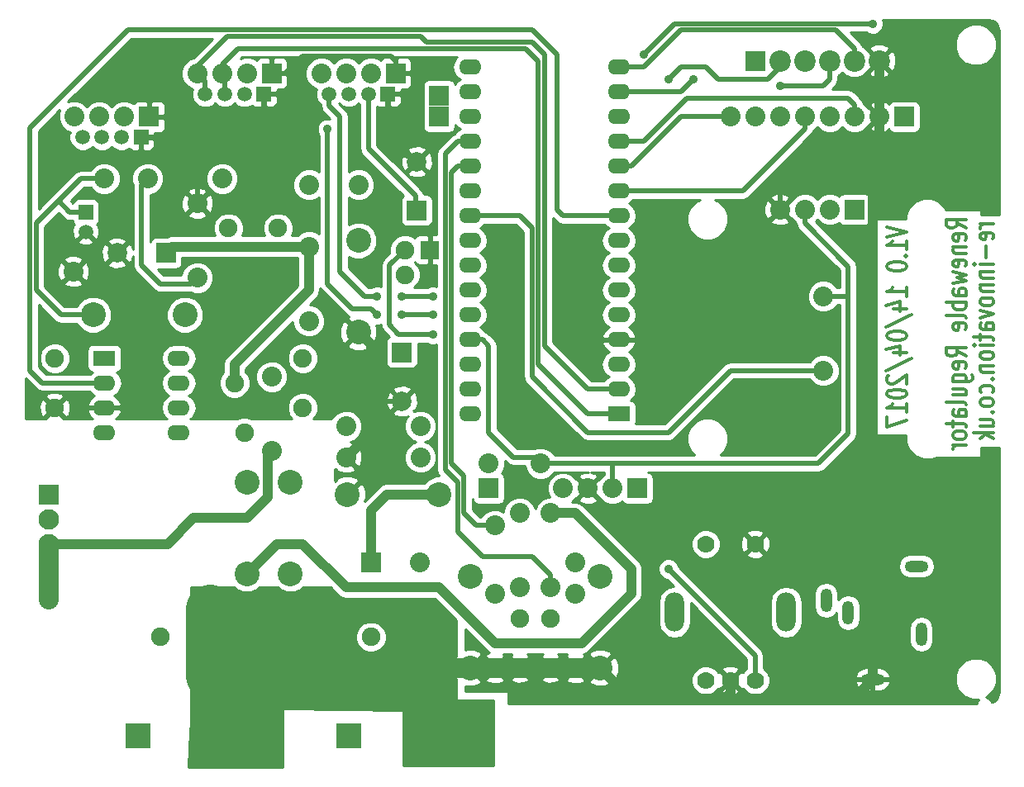
<source format=gbl>
G04 #@! TF.FileFunction,Copper,L2,Bot,Signal*
%FSLAX46Y46*%
G04 Gerber Fmt 4.6, Leading zero omitted, Abs format (unit mm)*
G04 Created by KiCad (PCBNEW 4.0.4-stable) date 04/14/17 15:57:30*
%MOMM*%
%LPD*%
G01*
G04 APERTURE LIST*
%ADD10C,0.150000*%
%ADD11C,0.304800*%
%ADD12R,2.032000X2.032000*%
%ADD13C,2.032000*%
%ADD14C,1.905000*%
%ADD15R,2.286000X1.574800*%
%ADD16O,2.286000X1.574800*%
%ADD17R,1.500000X1.500000*%
%ADD18C,1.500000*%
%ADD19O,1.200000X2.400000*%
%ADD20O,2.400000X1.200000*%
%ADD21C,2.540000*%
%ADD22C,1.778000*%
%ADD23O,1.998980X4.000500*%
%ADD24R,2.100580X2.100580*%
%ADD25C,2.199640*%
%ADD26C,2.100580*%
%ADD27R,1.905000X1.905000*%
%ADD28R,2.499360X2.499360*%
%ADD29C,2.499360*%
%ADD30R,2.000000X2.000000*%
%ADD31C,2.000000*%
%ADD32C,0.889000*%
%ADD33C,0.500000*%
%ADD34C,1.000000*%
%ADD35C,2.000000*%
%ADD36C,5.000000*%
%ADD37C,0.254000*%
G04 APERTURE END LIST*
D10*
D11*
X73944238Y23277285D02*
X72589571Y23277285D01*
X72976619Y23277285D02*
X72783095Y23204713D01*
X72686333Y23132142D01*
X72589571Y22986999D01*
X72589571Y22841856D01*
X73847476Y21753284D02*
X73944238Y21898427D01*
X73944238Y22188713D01*
X73847476Y22333856D01*
X73653952Y22406427D01*
X72879857Y22406427D01*
X72686333Y22333856D01*
X72589571Y22188713D01*
X72589571Y21898427D01*
X72686333Y21753284D01*
X72879857Y21680713D01*
X73073381Y21680713D01*
X73266905Y22406427D01*
X73170143Y21027570D02*
X73170143Y19866427D01*
X73944238Y19140713D02*
X72589571Y19140713D01*
X71912238Y19140713D02*
X72009000Y19213284D01*
X72105762Y19140713D01*
X72009000Y19068141D01*
X71912238Y19140713D01*
X72105762Y19140713D01*
X72589571Y18414999D02*
X73944238Y18414999D01*
X72783095Y18414999D02*
X72686333Y18342427D01*
X72589571Y18197285D01*
X72589571Y17979570D01*
X72686333Y17834427D01*
X72879857Y17761856D01*
X73944238Y17761856D01*
X72589571Y17036142D02*
X73944238Y17036142D01*
X72783095Y17036142D02*
X72686333Y16963570D01*
X72589571Y16818428D01*
X72589571Y16600713D01*
X72686333Y16455570D01*
X72879857Y16382999D01*
X73944238Y16382999D01*
X73944238Y15439571D02*
X73847476Y15584713D01*
X73750714Y15657285D01*
X73557190Y15729856D01*
X72976619Y15729856D01*
X72783095Y15657285D01*
X72686333Y15584713D01*
X72589571Y15439571D01*
X72589571Y15221856D01*
X72686333Y15076713D01*
X72783095Y15004142D01*
X72976619Y14931571D01*
X73557190Y14931571D01*
X73750714Y15004142D01*
X73847476Y15076713D01*
X73944238Y15221856D01*
X73944238Y15439571D01*
X72589571Y14423571D02*
X73944238Y14060714D01*
X72589571Y13697856D01*
X73944238Y12464142D02*
X72879857Y12464142D01*
X72686333Y12536713D01*
X72589571Y12681856D01*
X72589571Y12972142D01*
X72686333Y13117285D01*
X73847476Y12464142D02*
X73944238Y12609285D01*
X73944238Y12972142D01*
X73847476Y13117285D01*
X73653952Y13189856D01*
X73460429Y13189856D01*
X73266905Y13117285D01*
X73170143Y12972142D01*
X73170143Y12609285D01*
X73073381Y12464142D01*
X72589571Y11956142D02*
X72589571Y11375571D01*
X71912238Y11738428D02*
X73653952Y11738428D01*
X73847476Y11665856D01*
X73944238Y11520714D01*
X73944238Y11375571D01*
X73944238Y10867571D02*
X72589571Y10867571D01*
X71912238Y10867571D02*
X72009000Y10940142D01*
X72105762Y10867571D01*
X72009000Y10794999D01*
X71912238Y10867571D01*
X72105762Y10867571D01*
X73944238Y9924143D02*
X73847476Y10069285D01*
X73750714Y10141857D01*
X73557190Y10214428D01*
X72976619Y10214428D01*
X72783095Y10141857D01*
X72686333Y10069285D01*
X72589571Y9924143D01*
X72589571Y9706428D01*
X72686333Y9561285D01*
X72783095Y9488714D01*
X72976619Y9416143D01*
X73557190Y9416143D01*
X73750714Y9488714D01*
X73847476Y9561285D01*
X73944238Y9706428D01*
X73944238Y9924143D01*
X72589571Y8763000D02*
X73944238Y8763000D01*
X72783095Y8763000D02*
X72686333Y8690428D01*
X72589571Y8545286D01*
X72589571Y8327571D01*
X72686333Y8182428D01*
X72879857Y8109857D01*
X73944238Y8109857D01*
X73750714Y7384143D02*
X73847476Y7311571D01*
X73944238Y7384143D01*
X73847476Y7456714D01*
X73750714Y7384143D01*
X73944238Y7384143D01*
X73847476Y6005286D02*
X73944238Y6150429D01*
X73944238Y6440715D01*
X73847476Y6585857D01*
X73750714Y6658429D01*
X73557190Y6731000D01*
X72976619Y6731000D01*
X72783095Y6658429D01*
X72686333Y6585857D01*
X72589571Y6440715D01*
X72589571Y6150429D01*
X72686333Y6005286D01*
X73944238Y5134429D02*
X73847476Y5279571D01*
X73750714Y5352143D01*
X73557190Y5424714D01*
X72976619Y5424714D01*
X72783095Y5352143D01*
X72686333Y5279571D01*
X72589571Y5134429D01*
X72589571Y4916714D01*
X72686333Y4771571D01*
X72783095Y4699000D01*
X72976619Y4626429D01*
X73557190Y4626429D01*
X73750714Y4699000D01*
X73847476Y4771571D01*
X73944238Y4916714D01*
X73944238Y5134429D01*
X73750714Y3973286D02*
X73847476Y3900714D01*
X73944238Y3973286D01*
X73847476Y4045857D01*
X73750714Y3973286D01*
X73944238Y3973286D01*
X72589571Y2594429D02*
X73944238Y2594429D01*
X72589571Y3247572D02*
X73653952Y3247572D01*
X73847476Y3175000D01*
X73944238Y3029858D01*
X73944238Y2812143D01*
X73847476Y2667000D01*
X73750714Y2594429D01*
X73944238Y1868715D02*
X71912238Y1868715D01*
X73170143Y1723572D02*
X73944238Y1288143D01*
X72589571Y1288143D02*
X73363667Y1868715D01*
X63022238Y23005144D02*
X65054238Y22497144D01*
X63022238Y21989144D01*
X65054238Y20682858D02*
X65054238Y21553715D01*
X65054238Y21118287D02*
X63022238Y21118287D01*
X63312524Y21263430D01*
X63506048Y21408572D01*
X63602810Y21553715D01*
X64860714Y20029715D02*
X64957476Y19957143D01*
X65054238Y20029715D01*
X64957476Y20102286D01*
X64860714Y20029715D01*
X65054238Y20029715D01*
X63022238Y19013715D02*
X63022238Y18868572D01*
X63119000Y18723429D01*
X63215762Y18650858D01*
X63409286Y18578287D01*
X63796333Y18505715D01*
X64280143Y18505715D01*
X64667190Y18578287D01*
X64860714Y18650858D01*
X64957476Y18723429D01*
X65054238Y18868572D01*
X65054238Y19013715D01*
X64957476Y19158858D01*
X64860714Y19231429D01*
X64667190Y19304001D01*
X64280143Y19376572D01*
X63796333Y19376572D01*
X63409286Y19304001D01*
X63215762Y19231429D01*
X63119000Y19158858D01*
X63022238Y19013715D01*
X65054238Y15893143D02*
X65054238Y16764000D01*
X65054238Y16328572D02*
X63022238Y16328572D01*
X63312524Y16473715D01*
X63506048Y16618857D01*
X63602810Y16764000D01*
X63699571Y14586857D02*
X65054238Y14586857D01*
X62925476Y14949714D02*
X64376905Y15312571D01*
X64376905Y14369143D01*
X62925476Y12699999D02*
X65538048Y14006285D01*
X63022238Y11901714D02*
X63022238Y11756571D01*
X63119000Y11611428D01*
X63215762Y11538857D01*
X63409286Y11466286D01*
X63796333Y11393714D01*
X64280143Y11393714D01*
X64667190Y11466286D01*
X64860714Y11538857D01*
X64957476Y11611428D01*
X65054238Y11756571D01*
X65054238Y11901714D01*
X64957476Y12046857D01*
X64860714Y12119428D01*
X64667190Y12192000D01*
X64280143Y12264571D01*
X63796333Y12264571D01*
X63409286Y12192000D01*
X63215762Y12119428D01*
X63119000Y12046857D01*
X63022238Y11901714D01*
X63699571Y10087428D02*
X65054238Y10087428D01*
X62925476Y10450285D02*
X64376905Y10813142D01*
X64376905Y9869714D01*
X62925476Y8200570D02*
X65538048Y9506856D01*
X63215762Y7765142D02*
X63119000Y7692571D01*
X63022238Y7547428D01*
X63022238Y7184571D01*
X63119000Y7039428D01*
X63215762Y6966857D01*
X63409286Y6894285D01*
X63602810Y6894285D01*
X63893095Y6966857D01*
X65054238Y7837714D01*
X65054238Y6894285D01*
X63022238Y5950856D02*
X63022238Y5805713D01*
X63119000Y5660570D01*
X63215762Y5587999D01*
X63409286Y5515428D01*
X63796333Y5442856D01*
X64280143Y5442856D01*
X64667190Y5515428D01*
X64860714Y5587999D01*
X64957476Y5660570D01*
X65054238Y5805713D01*
X65054238Y5950856D01*
X64957476Y6095999D01*
X64860714Y6168570D01*
X64667190Y6241142D01*
X64280143Y6313713D01*
X63796333Y6313713D01*
X63409286Y6241142D01*
X63215762Y6168570D01*
X63119000Y6095999D01*
X63022238Y5950856D01*
X65054238Y3991427D02*
X65054238Y4862284D01*
X65054238Y4426856D02*
X63022238Y4426856D01*
X63312524Y4571999D01*
X63506048Y4717141D01*
X63602810Y4862284D01*
X63022238Y3483427D02*
X63022238Y2467427D01*
X65054238Y3120570D01*
X71150238Y22878143D02*
X70182619Y23386143D01*
X71150238Y23749000D02*
X69118238Y23749000D01*
X69118238Y23168428D01*
X69215000Y23023286D01*
X69311762Y22950714D01*
X69505286Y22878143D01*
X69795571Y22878143D01*
X69989095Y22950714D01*
X70085857Y23023286D01*
X70182619Y23168428D01*
X70182619Y23749000D01*
X71053476Y21644428D02*
X71150238Y21789571D01*
X71150238Y22079857D01*
X71053476Y22225000D01*
X70859952Y22297571D01*
X70085857Y22297571D01*
X69892333Y22225000D01*
X69795571Y22079857D01*
X69795571Y21789571D01*
X69892333Y21644428D01*
X70085857Y21571857D01*
X70279381Y21571857D01*
X70472905Y22297571D01*
X69795571Y20918714D02*
X71150238Y20918714D01*
X69989095Y20918714D02*
X69892333Y20846142D01*
X69795571Y20701000D01*
X69795571Y20483285D01*
X69892333Y20338142D01*
X70085857Y20265571D01*
X71150238Y20265571D01*
X71053476Y18959285D02*
X71150238Y19104428D01*
X71150238Y19394714D01*
X71053476Y19539857D01*
X70859952Y19612428D01*
X70085857Y19612428D01*
X69892333Y19539857D01*
X69795571Y19394714D01*
X69795571Y19104428D01*
X69892333Y18959285D01*
X70085857Y18886714D01*
X70279381Y18886714D01*
X70472905Y19612428D01*
X69795571Y18378714D02*
X71150238Y18088428D01*
X70182619Y17798142D01*
X71150238Y17507857D01*
X69795571Y17217571D01*
X71150238Y15983857D02*
X70085857Y15983857D01*
X69892333Y16056428D01*
X69795571Y16201571D01*
X69795571Y16491857D01*
X69892333Y16637000D01*
X71053476Y15983857D02*
X71150238Y16129000D01*
X71150238Y16491857D01*
X71053476Y16637000D01*
X70859952Y16709571D01*
X70666429Y16709571D01*
X70472905Y16637000D01*
X70376143Y16491857D01*
X70376143Y16129000D01*
X70279381Y15983857D01*
X71150238Y15258143D02*
X69118238Y15258143D01*
X69892333Y15258143D02*
X69795571Y15113000D01*
X69795571Y14822714D01*
X69892333Y14677571D01*
X69989095Y14605000D01*
X70182619Y14532429D01*
X70763190Y14532429D01*
X70956714Y14605000D01*
X71053476Y14677571D01*
X71150238Y14822714D01*
X71150238Y15113000D01*
X71053476Y15258143D01*
X71150238Y13661572D02*
X71053476Y13806714D01*
X70859952Y13879286D01*
X69118238Y13879286D01*
X71053476Y12500428D02*
X71150238Y12645571D01*
X71150238Y12935857D01*
X71053476Y13081000D01*
X70859952Y13153571D01*
X70085857Y13153571D01*
X69892333Y13081000D01*
X69795571Y12935857D01*
X69795571Y12645571D01*
X69892333Y12500428D01*
X70085857Y12427857D01*
X70279381Y12427857D01*
X70472905Y13153571D01*
X71150238Y9742714D02*
X70182619Y10250714D01*
X71150238Y10613571D02*
X69118238Y10613571D01*
X69118238Y10032999D01*
X69215000Y9887857D01*
X69311762Y9815285D01*
X69505286Y9742714D01*
X69795571Y9742714D01*
X69989095Y9815285D01*
X70085857Y9887857D01*
X70182619Y10032999D01*
X70182619Y10613571D01*
X71053476Y8508999D02*
X71150238Y8654142D01*
X71150238Y8944428D01*
X71053476Y9089571D01*
X70859952Y9162142D01*
X70085857Y9162142D01*
X69892333Y9089571D01*
X69795571Y8944428D01*
X69795571Y8654142D01*
X69892333Y8508999D01*
X70085857Y8436428D01*
X70279381Y8436428D01*
X70472905Y9162142D01*
X69795571Y7130142D02*
X71440524Y7130142D01*
X71634048Y7202713D01*
X71730810Y7275285D01*
X71827571Y7420428D01*
X71827571Y7638142D01*
X71730810Y7783285D01*
X71053476Y7130142D02*
X71150238Y7275285D01*
X71150238Y7565571D01*
X71053476Y7710713D01*
X70956714Y7783285D01*
X70763190Y7855856D01*
X70182619Y7855856D01*
X69989095Y7783285D01*
X69892333Y7710713D01*
X69795571Y7565571D01*
X69795571Y7275285D01*
X69892333Y7130142D01*
X69795571Y5751285D02*
X71150238Y5751285D01*
X69795571Y6404428D02*
X70859952Y6404428D01*
X71053476Y6331856D01*
X71150238Y6186714D01*
X71150238Y5968999D01*
X71053476Y5823856D01*
X70956714Y5751285D01*
X71150238Y4807857D02*
X71053476Y4952999D01*
X70859952Y5025571D01*
X69118238Y5025571D01*
X71150238Y3574142D02*
X70085857Y3574142D01*
X69892333Y3646713D01*
X69795571Y3791856D01*
X69795571Y4082142D01*
X69892333Y4227285D01*
X71053476Y3574142D02*
X71150238Y3719285D01*
X71150238Y4082142D01*
X71053476Y4227285D01*
X70859952Y4299856D01*
X70666429Y4299856D01*
X70472905Y4227285D01*
X70376143Y4082142D01*
X70376143Y3719285D01*
X70279381Y3574142D01*
X69795571Y3066142D02*
X69795571Y2485571D01*
X69118238Y2848428D02*
X70859952Y2848428D01*
X71053476Y2775856D01*
X71150238Y2630714D01*
X71150238Y2485571D01*
X71150238Y1759857D02*
X71053476Y1904999D01*
X70956714Y1977571D01*
X70763190Y2050142D01*
X70182619Y2050142D01*
X69989095Y1977571D01*
X69892333Y1904999D01*
X69795571Y1759857D01*
X69795571Y1542142D01*
X69892333Y1396999D01*
X69989095Y1324428D01*
X70182619Y1251857D01*
X70763190Y1251857D01*
X70956714Y1324428D01*
X71053476Y1396999D01*
X71150238Y1542142D01*
X71150238Y1759857D01*
X71150238Y598714D02*
X69795571Y598714D01*
X70182619Y598714D02*
X69989095Y526142D01*
X69892333Y453571D01*
X69795571Y308428D01*
X69795571Y163285D01*
D12*
X59690000Y24765000D03*
D13*
X57150000Y24765000D03*
X54610000Y24765000D03*
X52070000Y24765000D03*
D14*
X25400000Y-17145000D03*
X25400000Y-22225000D03*
X-11430000Y-19050000D03*
X-6330000Y-18050000D03*
D15*
X-17145000Y9525000D03*
D16*
X-17145000Y6985000D03*
X-17145000Y4445000D03*
X-17145000Y1905000D03*
X-9525000Y1905000D03*
X-9525000Y4445000D03*
X-9525000Y6985000D03*
X-9525000Y9525000D03*
D12*
X64790000Y34290000D03*
D13*
X62250000Y34290000D03*
X59710000Y34290000D03*
X57170000Y34290000D03*
X54630000Y34290000D03*
X52090000Y34290000D03*
X49550000Y34290000D03*
X47010000Y34290000D03*
X29845000Y-3810000D03*
X32385000Y-3810000D03*
X34925000Y-3810000D03*
D12*
X37465000Y-3810000D03*
X-12573000Y34290000D03*
D13*
X-15113000Y34290000D03*
X-17653000Y34290000D03*
X-20193000Y34290000D03*
D17*
X-13383000Y32179000D03*
D18*
X-15383000Y32179000D03*
X-17383000Y32179000D03*
X-19383000Y32179000D03*
D12*
X12700000Y38735000D03*
D13*
X10160000Y38735000D03*
X7620000Y38735000D03*
X5080000Y38735000D03*
D17*
X11890000Y36624000D03*
D18*
X9890000Y36624000D03*
X7890000Y36624000D03*
X5890000Y36624000D03*
D12*
X0Y38735000D03*
D13*
X-2540000Y38735000D03*
X-5080000Y38735000D03*
X-7620000Y38735000D03*
D17*
X-810000Y36624000D03*
D18*
X-2810000Y36624000D03*
X-4810000Y36624000D03*
X-6810000Y36624000D03*
D19*
X59060000Y-16545000D03*
D20*
X61560000Y-23395000D03*
D19*
X66560000Y-18795000D03*
X56810000Y-15295000D03*
D20*
X66060000Y-11795000D03*
D14*
X28575000Y-17145000D03*
X28575000Y-22225000D03*
X-22225000Y9525000D03*
X-22225000Y4445000D03*
X3175000Y9525000D03*
X3175000Y4445000D03*
X-4445000Y22860000D03*
X635000Y22860000D03*
D21*
X33655000Y-22225000D03*
X33655000Y-12827000D03*
X20320000Y-22225000D03*
X20320000Y-12827000D03*
X1905000Y-3175000D03*
X1905000Y-12573000D03*
X-2540000Y-3175000D03*
X-2540000Y-12573000D03*
X-8890000Y13970000D03*
X-18288000Y13970000D03*
D13*
X22225000Y-1270000D03*
D12*
X22225000Y-3810000D03*
D21*
X17145000Y-4445000D03*
X7747000Y-4445000D03*
X8890000Y21590000D03*
X8890000Y12192000D03*
D22*
X44450000Y-23495000D03*
X49530000Y-23495000D03*
X46990000Y-23495000D03*
X44450000Y-9525000D03*
X49530000Y-9525000D03*
D23*
X52705000Y-16510000D03*
X41275000Y-16510000D03*
D14*
X-3810000Y6985000D03*
X-2810000Y1885000D03*
D13*
X3810000Y27305000D03*
X8890000Y27305000D03*
D12*
X17145000Y34290000D03*
X17145000Y36449000D03*
D24*
X49530000Y40005000D03*
D25*
X52070000Y40005000D03*
X54610000Y40005000D03*
X57150000Y40005000D03*
X59690000Y40005000D03*
X62230000Y40005000D03*
D26*
X-22860000Y-9525000D03*
X-22860000Y-6985000D03*
D24*
X-22860000Y-4445000D03*
D13*
X28575000Y-6350000D03*
X28575000Y-13970000D03*
X31115000Y-14605000D03*
X31115000Y-22225000D03*
X25400000Y-6350000D03*
X25400000Y-13970000D03*
X22860000Y-14605000D03*
X22860000Y-22225000D03*
X56515000Y15875000D03*
X56515000Y8255000D03*
X0Y0D03*
X0Y7620000D03*
X15240000Y-635000D03*
X7620000Y-635000D03*
X7620000Y2540000D03*
X15240000Y2540000D03*
X3810000Y20955000D03*
X3810000Y13335000D03*
X-5080000Y27940000D03*
X-12700000Y27940000D03*
D27*
X16192500Y20637500D03*
D14*
X13652500Y20637500D03*
X13652500Y18097500D03*
X10160000Y-19050000D03*
X15260000Y-18050000D03*
D15*
X35560000Y3810000D03*
D16*
X35560000Y6350000D03*
X35560000Y8890000D03*
X35560000Y11430000D03*
X35560000Y13970000D03*
X35560000Y16510000D03*
X35560000Y19050000D03*
X35560000Y21590000D03*
X35560000Y24130000D03*
X35560000Y26670000D03*
X35560000Y29210000D03*
X35560000Y31750000D03*
X35560000Y34290000D03*
X35560000Y36830000D03*
X35560000Y39370000D03*
X20320000Y39370000D03*
X20320000Y36830000D03*
X20320000Y34290000D03*
X20320000Y31750000D03*
X20320000Y29210000D03*
X20320000Y26670000D03*
X20320000Y24130000D03*
X20320000Y21590000D03*
X20320000Y19050000D03*
X20320000Y16510000D03*
X20320000Y13970000D03*
X20320000Y11430000D03*
X20320000Y8890000D03*
X20320000Y6350000D03*
X20320000Y3810000D03*
D13*
X-7620000Y17780000D03*
X-7620000Y25400000D03*
X31115000Y-11430000D03*
X22860000Y-7620000D03*
X-22860000Y-15240000D03*
X-20320000Y18415000D03*
X27559000Y-1270000D03*
X-17145000Y27940000D03*
D28*
X-13730000Y-29180000D03*
D29*
X-3730000Y-29180000D03*
D28*
X7860000Y-29180000D03*
D29*
X17860000Y-29180000D03*
D12*
X10200000Y-11430000D03*
D13*
X15200000Y-11430000D03*
D30*
X-10835000Y20320000D03*
D31*
X-15835000Y20320000D03*
D17*
X-19050000Y24495000D03*
D18*
X-19050000Y22495000D03*
D30*
X13335000Y10120000D03*
D31*
X13335000Y5120000D03*
D30*
X14859000Y24678000D03*
D31*
X14859000Y29678000D03*
D32*
X16510000Y11938000D03*
X52070000Y37465000D03*
X38100000Y40640000D03*
X61595000Y43815000D03*
X43180000Y38100000D03*
X40640000Y-12065000D03*
X40640000Y38100000D03*
X16510000Y15875000D03*
X13335000Y15875000D03*
X10795000Y15875000D03*
X16510000Y13970000D03*
X13335000Y13970000D03*
X10795000Y13970000D03*
X5715000Y33020000D03*
D33*
X56515000Y15875000D02*
X59055000Y15875000D01*
X59055000Y15875000D02*
X58928000Y15875000D01*
X58928000Y15875000D02*
X59055000Y15875000D01*
X59055000Y12954000D02*
X59055000Y15875000D01*
X59055000Y15875000D02*
X59055000Y18923000D01*
X59055000Y18923000D02*
X54610000Y23368000D01*
X54610000Y23368000D02*
X54610000Y24765000D01*
X35052000Y-1270000D02*
X56007000Y-1270000D01*
X56007000Y-1270000D02*
X59055000Y1778000D01*
X59055000Y1778000D02*
X59055000Y12954000D01*
X34925000Y-3810000D02*
X34925000Y-1397000D01*
X34925000Y-1397000D02*
X35052000Y-1270000D01*
X33274000Y-1270000D02*
X35052000Y-1270000D01*
X27559000Y-1270000D02*
X33274000Y-1270000D01*
X9890000Y36624000D02*
X9906000Y36608000D01*
X9906000Y36608000D02*
X9906000Y30988000D01*
X14732000Y26162000D02*
X14732000Y24805000D01*
X9906000Y30988000D02*
X14732000Y26162000D01*
X14732000Y24805000D02*
X14859000Y24678000D01*
X13652500Y20637500D02*
X12065000Y19050000D01*
X12065000Y19050000D02*
X12065000Y12954000D01*
X12065000Y12954000D02*
X12954000Y11938000D01*
X12954000Y11938000D02*
X16510000Y11938000D01*
X20320000Y11430000D02*
X21590000Y11430000D01*
X24765000Y-635000D02*
X27940000Y-635000D01*
X22225000Y1905000D02*
X24765000Y-635000D01*
X22225000Y3175000D02*
X22225000Y1905000D01*
X22225000Y10795000D02*
X22225000Y3175000D01*
X21590000Y11430000D02*
X22225000Y10795000D01*
X52070000Y24765000D02*
X52070000Y26543000D01*
X54102000Y28575000D02*
X61560000Y28575000D01*
X52070000Y26543000D02*
X54102000Y28575000D01*
X-13383000Y32179000D02*
X-11255000Y32179000D01*
X0Y38735000D02*
X1397000Y38735000D01*
X1397000Y38735000D02*
X3175000Y40513000D01*
X-3810000Y32179000D02*
X-2746000Y32179000D01*
X-810000Y34115000D02*
X-810000Y36624000D01*
X-2746000Y32179000D02*
X-810000Y34115000D01*
X12700000Y40005000D02*
X12700000Y38735000D01*
X3175000Y40513000D02*
X12192000Y40513000D01*
X12192000Y40513000D02*
X12700000Y40005000D01*
X-7620000Y25400000D02*
X-7620000Y32179000D01*
X-7620000Y32179000D02*
X-7620000Y32131000D01*
X-7620000Y32131000D02*
X-7620000Y32179000D01*
X-7620000Y32179000D02*
X-3810000Y32179000D01*
X-13002000Y32179000D02*
X-11255000Y32179000D01*
X-11255000Y32179000D02*
X-7620000Y32179000D01*
X12700000Y38735000D02*
X12700000Y39370000D01*
X10160000Y5080000D02*
X13462000Y5080000D01*
X13589000Y5207000D02*
X13589000Y5207000D01*
X13462000Y5080000D02*
X13589000Y5207000D01*
D34*
X62230000Y34310000D02*
X62250000Y34290000D01*
X61560000Y22225000D02*
X61560000Y28575000D01*
X61560000Y28575000D02*
X61560000Y31715000D01*
X61560000Y31715000D02*
X62250000Y32405000D01*
X62250000Y32405000D02*
X62250000Y34290000D01*
X61560000Y-23395000D02*
X61560000Y22225000D01*
D33*
X14922500Y29654500D02*
X14859000Y29718000D01*
X14859000Y29718000D02*
X15049500Y29654500D01*
X15049500Y29654500D02*
X13335000Y30480000D01*
X13335000Y30480000D02*
X11890000Y31925000D01*
X11890000Y31925000D02*
X11890000Y36624000D01*
X33655000Y-22225000D02*
X34290000Y-22225000D01*
D34*
X7620000Y-635000D02*
X10160000Y1905000D01*
X10160000Y1905000D02*
X10160000Y5080000D01*
X10160000Y5080000D02*
X10160000Y10922000D01*
X10160000Y10922000D02*
X8890000Y12192000D01*
X46990000Y-23495000D02*
X46990000Y-24765000D01*
X46990000Y-24765000D02*
X46355000Y-25400000D01*
X33655000Y-22225000D02*
X36830000Y-25400000D01*
X36830000Y-25400000D02*
X46355000Y-25400000D01*
X46355000Y-25400000D02*
X59555000Y-25400000D01*
X59555000Y-25400000D02*
X61560000Y-23395000D01*
D33*
X33655000Y-22225000D02*
X33655000Y-22860000D01*
D35*
X20320000Y-22225000D02*
X15260000Y-22225000D01*
X25400000Y-22225000D02*
X22860000Y-22225000D01*
X22860000Y-22225000D02*
X20320000Y-22225000D01*
X33655000Y-22225000D02*
X31115000Y-22225000D01*
X31115000Y-22225000D02*
X28575000Y-22225000D01*
X28575000Y-22225000D02*
X21610000Y-22225000D01*
D36*
X-6330000Y-16145000D02*
X-6330000Y-23007000D01*
X-6330000Y-23007000D02*
X-5461000Y-23876000D01*
X15260000Y-18050000D02*
X15260000Y-22225000D01*
X15260000Y-22225000D02*
X15260000Y-23495000D01*
X15260000Y-23495000D02*
X15260000Y-24150000D01*
X15260000Y-24150000D02*
X16129000Y-25019000D01*
X-3810000Y-29845000D02*
X-5461000Y-23876000D01*
X16129000Y-25019000D02*
X17780000Y-29845000D01*
X14605000Y-23495000D02*
X16129000Y-25019000D01*
X-5080000Y-23495000D02*
X14605000Y-23495000D01*
X-5461000Y-23876000D02*
X-5080000Y-23495000D01*
D34*
X62230000Y40005000D02*
X62230000Y34310000D01*
D33*
X-6810000Y36624000D02*
X-6810000Y37925000D01*
X-6810000Y37925000D02*
X-7620000Y38735000D01*
X-7620000Y38735000D02*
X-7620000Y39497000D01*
X-7620000Y39497000D02*
X-4564002Y42552998D01*
X-4564002Y42552998D02*
X-1524000Y42552998D01*
X-1524000Y42552998D02*
X-1524000Y42545000D01*
X25392002Y41917998D02*
X25392002Y41910000D01*
X16129000Y41917998D02*
X25392002Y41917998D01*
X-1524000Y42545000D02*
X15240000Y42545000D01*
X15240000Y42545000D02*
X15867002Y41917998D01*
X15867002Y41917998D02*
X16129000Y41917998D01*
X25392002Y41910000D02*
X25392002Y41910000D01*
X25392002Y41910000D02*
X26670000Y41910000D01*
X26670000Y41910000D02*
X27940000Y40640000D01*
X27940000Y40640000D02*
X27940000Y10795000D01*
X27940000Y10795000D02*
X32385000Y6350000D01*
X32385000Y6350000D02*
X35560000Y6350000D01*
X56515000Y37465000D02*
X52070000Y37465000D01*
X57150000Y38100000D02*
X56515000Y37465000D01*
X57150000Y40005000D02*
X57150000Y38100000D01*
X-4810000Y36624000D02*
X-4810000Y38465000D01*
X-4810000Y38465000D02*
X-5080000Y38735000D01*
X-5080000Y38735000D02*
X-5080000Y39624000D01*
X-5080000Y39624000D02*
X-3413004Y41290996D01*
X-3413004Y41290996D02*
X-1889004Y41290996D01*
X-1889004Y41290996D02*
X16129000Y41290996D01*
X16129000Y41282998D02*
X16129000Y41290996D01*
X26035000Y41282998D02*
X26035000Y41275000D01*
X16129000Y41282998D02*
X26035000Y41282998D01*
X32385000Y3810000D02*
X35560000Y3810000D01*
X26035000Y41275000D02*
X27305000Y40005000D01*
X27305000Y40005000D02*
X27305000Y8890000D01*
X27305000Y8890000D02*
X32385000Y3810000D01*
X26035000Y41275000D02*
X26035000Y41275000D01*
D34*
X-2540000Y-12573000D02*
X508000Y-9525000D01*
X31115000Y-6350000D02*
X28575000Y-6350000D01*
X33020000Y-8255000D02*
X31115000Y-6350000D01*
X36830000Y-12065000D02*
X33020000Y-8255000D01*
X36830000Y-14605000D02*
X36830000Y-12065000D01*
X31750000Y-19685000D02*
X36830000Y-14605000D01*
X31115000Y-19685000D02*
X31750000Y-19685000D01*
X22860000Y-19685000D02*
X31115000Y-19685000D01*
X17145000Y-13970000D02*
X22860000Y-19685000D01*
X7620000Y-13970000D02*
X17145000Y-13970000D01*
X3175000Y-9525000D02*
X7620000Y-13970000D01*
X508000Y-9525000D02*
X3175000Y-9525000D01*
X10200000Y-11430000D02*
X10200000Y-6056000D01*
X11811000Y-4445000D02*
X17145000Y-4445000D01*
X10200000Y-6056000D02*
X11811000Y-4445000D01*
D33*
X28575000Y-13970000D02*
X28575000Y-12700000D01*
X28575000Y-12700000D02*
X26670000Y-10795000D01*
X26670000Y-10795000D02*
X21590000Y-10795000D01*
X21590000Y-10795000D02*
X19050000Y-8255000D01*
X19050000Y-8255000D02*
X19050000Y-3175000D01*
X19050000Y-3175000D02*
X17780000Y-1905000D01*
X17780000Y-1905000D02*
X17780000Y30480000D01*
X17780000Y30480000D02*
X19050000Y31750000D01*
X19050000Y31750000D02*
X20320000Y31750000D01*
X22860000Y-7620000D02*
X20955000Y-7620000D01*
X20955000Y-7620000D02*
X19685000Y-6350000D01*
X19685000Y-6350000D02*
X19685000Y-2540000D01*
X19685000Y-2540000D02*
X18407002Y-1262002D01*
X18407002Y-1262002D02*
X18407002Y28567002D01*
X18407002Y28567002D02*
X19050000Y29210000D01*
X19050000Y29210000D02*
X20320000Y29210000D01*
X-19050000Y24495000D02*
X-20685000Y24495000D01*
X-20685000Y24495000D02*
X-21844000Y25654000D01*
X-17145000Y27940000D02*
X-19558000Y27940000D01*
X-19558000Y27940000D02*
X-21844000Y25654000D01*
X-21844000Y25654000D02*
X-24130000Y23368000D01*
X-18288000Y13970000D02*
X-21590000Y13970000D01*
X-24130000Y16510000D02*
X-24130000Y23368000D01*
X-21590000Y13970000D02*
X-24130000Y16510000D01*
D34*
X3810000Y20955000D02*
X-6985000Y20955000D01*
X-6985000Y20955000D02*
X-10200000Y20955000D01*
X-10200000Y20955000D02*
X-10835000Y20320000D01*
X-3810000Y8890000D02*
X-3810000Y6985000D01*
X3810000Y16510000D02*
X-3810000Y8890000D01*
X3810000Y20955000D02*
X3810000Y16510000D01*
D33*
X38100000Y40640000D02*
X41275000Y43815000D01*
X41275000Y43815000D02*
X61595000Y43815000D01*
X59710000Y34290000D02*
X59710000Y35540000D01*
X59710000Y35540000D02*
X59055000Y36195000D01*
X59055000Y36195000D02*
X42545000Y36195000D01*
X42545000Y36195000D02*
X38100000Y31750000D01*
X38100000Y31750000D02*
X35560000Y31750000D01*
X35560000Y39370000D02*
X38100000Y39370000D01*
X38100000Y39370000D02*
X41910000Y43180000D01*
X57785000Y43180000D02*
X59690000Y41275000D01*
X41910000Y43180000D02*
X57785000Y43180000D01*
X59690000Y41275000D02*
X59690000Y40005000D01*
X35560000Y26670000D02*
X48260000Y26670000D01*
X48260000Y26670000D02*
X54630000Y33040000D01*
X54630000Y33040000D02*
X54630000Y34290000D01*
X35560000Y36830000D02*
X41910000Y36830000D01*
X41910000Y36830000D02*
X43180000Y38100000D01*
X35560000Y29210000D02*
X36830000Y29210000D01*
X36830000Y29210000D02*
X41910000Y34290000D01*
X41910000Y34290000D02*
X47010000Y34290000D01*
X40640000Y-12065000D02*
X49530000Y-20955000D01*
X49530000Y-20955000D02*
X49530000Y-23495000D01*
X35560000Y24130000D02*
X29845000Y24130000D01*
X-24765000Y31750000D02*
X-24765000Y8255000D01*
X-24765000Y33147000D02*
X-24765000Y31750000D01*
X-24765000Y8255000D02*
X-23495000Y6985000D01*
X-23495000Y6985000D02*
X-17145000Y6985000D01*
X-14732000Y43180000D02*
X-24765000Y33147000D01*
X26670000Y43180000D02*
X-14732000Y43180000D01*
X29210000Y40640000D02*
X26670000Y43180000D01*
X29210000Y24765000D02*
X29210000Y40640000D01*
X29845000Y24130000D02*
X29210000Y24765000D01*
X52070000Y40005000D02*
X52070000Y39370000D01*
X52070000Y39370000D02*
X50800000Y38100000D01*
X50800000Y38100000D02*
X45720000Y38100000D01*
X45720000Y38100000D02*
X44450000Y39370000D01*
X44450000Y39370000D02*
X41910000Y39370000D01*
X41910000Y39370000D02*
X40640000Y38100000D01*
X20320000Y24130000D02*
X25400000Y24130000D01*
X25400000Y24130000D02*
X26670000Y22860000D01*
X26670000Y22860000D02*
X26670000Y7620000D01*
X26670000Y7620000D02*
X32385000Y1905000D01*
X32385000Y1905000D02*
X40640000Y1905000D01*
X40640000Y1905000D02*
X46990000Y8255000D01*
X46990000Y8255000D02*
X56515000Y8255000D01*
X5890000Y36624000D02*
X5890000Y35385000D01*
X13335000Y15875000D02*
X16510000Y15875000D01*
X9525000Y15875000D02*
X10795000Y15875000D01*
X6985000Y18415000D02*
X9525000Y15875000D01*
X6985000Y34290000D02*
X6985000Y18415000D01*
X5890000Y35385000D02*
X6985000Y34290000D01*
X13335000Y13970000D02*
X16510000Y13970000D01*
X10160000Y14605000D02*
X10795000Y13970000D01*
X8255000Y14605000D02*
X10160000Y14605000D01*
X5715000Y17145000D02*
X8255000Y14605000D01*
X5715000Y33020000D02*
X5715000Y17145000D01*
X-12700000Y27940000D02*
X-13335000Y27305000D01*
X-13335000Y27305000D02*
X-13335000Y19050000D01*
X-13335000Y19050000D02*
X-11430000Y17145000D01*
X-11430000Y17145000D02*
X-8255000Y17145000D01*
X-8255000Y17145000D02*
X-7620000Y17780000D01*
D34*
X-22860000Y-9525000D02*
X-10668000Y-9525000D01*
X-381000Y-4699000D02*
X-381000Y-381000D01*
X-2540000Y-6858000D02*
X-381000Y-4699000D01*
X-8001000Y-6858000D02*
X-2540000Y-6858000D01*
X-10668000Y-9525000D02*
X-8001000Y-6858000D01*
X-381000Y-381000D02*
X0Y0D01*
D35*
X-22860000Y-9525000D02*
X-22860000Y-15240000D01*
D37*
G36*
X-3620505Y-14187039D02*
X-2920590Y-14477668D01*
X-2162735Y-14478330D01*
X-1462314Y-14188922D01*
X-1243009Y-13970000D01*
X607835Y-13970000D01*
X824495Y-14187039D01*
X1524410Y-14477668D01*
X2282265Y-14478330D01*
X2982686Y-14188922D01*
X3201991Y-13970000D01*
X6014868Y-13970000D01*
X6817434Y-14772566D01*
X7185654Y-15018603D01*
X7620000Y-15105000D01*
X16674868Y-15105000D01*
X18923000Y-17353132D01*
X18923000Y-20878662D01*
X18858527Y-20943135D01*
X18923000Y-21007608D01*
X18923000Y-21078811D01*
X18677343Y-21188520D01*
X18405739Y-21896036D01*
X18425564Y-22653632D01*
X18677343Y-23261480D01*
X18923000Y-23371189D01*
X18923000Y-23442392D01*
X18858527Y-23506865D01*
X18923000Y-23571338D01*
X18923000Y-25400000D01*
X18933006Y-25449410D01*
X18961447Y-25491035D01*
X19003841Y-25518315D01*
X19050000Y-25527000D01*
X22733000Y-25527000D01*
X22733000Y-26353103D01*
X22732337Y-26354095D01*
X22669500Y-26670000D01*
X22669500Y-32258000D01*
X13462000Y-32258000D01*
X13462000Y-30513089D01*
X16706517Y-30513089D01*
X16835725Y-30805859D01*
X17535883Y-31074071D01*
X18285384Y-31053928D01*
X18884275Y-30805859D01*
X19013483Y-30513089D01*
X17860000Y-29359605D01*
X16706517Y-30513089D01*
X13462000Y-30513089D01*
X13462000Y-28855883D01*
X15965929Y-28855883D01*
X15986072Y-29605384D01*
X16234141Y-30204275D01*
X16526911Y-30333483D01*
X17680395Y-29180000D01*
X18039605Y-29180000D01*
X19193089Y-30333483D01*
X19485859Y-30204275D01*
X19754071Y-29504117D01*
X19733928Y-28754616D01*
X19485859Y-28155725D01*
X19193089Y-28026517D01*
X18039605Y-29180000D01*
X17680395Y-29180000D01*
X16526911Y-28026517D01*
X16234141Y-28155725D01*
X15965929Y-28855883D01*
X13462000Y-28855883D01*
X13462000Y-27846911D01*
X16706517Y-27846911D01*
X17860000Y-29000395D01*
X19013483Y-27846911D01*
X18884275Y-27554141D01*
X18184117Y-27285929D01*
X17434616Y-27306072D01*
X16835725Y-27554141D01*
X16706517Y-27846911D01*
X13462000Y-27846911D01*
X13462000Y-26670000D01*
X13451994Y-26620590D01*
X13423553Y-26578965D01*
X13381159Y-26551685D01*
X13336337Y-26543007D01*
X1271337Y-26416007D01*
X1221824Y-26425492D01*
X1179903Y-26453493D01*
X1152178Y-26495598D01*
X1143000Y-26543000D01*
X1143000Y-32385000D01*
X-8503711Y-32385000D01*
X-8427307Y-30513089D01*
X-4883483Y-30513089D01*
X-4754275Y-30805859D01*
X-4054117Y-31074071D01*
X-3304616Y-31053928D01*
X-2705725Y-30805859D01*
X-2576517Y-30513089D01*
X-3730000Y-29359605D01*
X-4883483Y-30513089D01*
X-8427307Y-30513089D01*
X-8359666Y-28855883D01*
X-5624071Y-28855883D01*
X-5603928Y-29605384D01*
X-5355859Y-30204275D01*
X-5063089Y-30333483D01*
X-3909605Y-29180000D01*
X-3550395Y-29180000D01*
X-2396911Y-30333483D01*
X-2104141Y-30204275D01*
X-1835929Y-29504117D01*
X-1856072Y-28754616D01*
X-2104141Y-28155725D01*
X-2396911Y-28026517D01*
X-3550395Y-29180000D01*
X-3909605Y-29180000D01*
X-5063089Y-28026517D01*
X-5355859Y-28155725D01*
X-5624071Y-28855883D01*
X-8359666Y-28855883D01*
X-8318484Y-27846911D01*
X-4883483Y-27846911D01*
X-3730000Y-29000395D01*
X-2576517Y-27846911D01*
X-2705725Y-27554141D01*
X-3405883Y-27285929D01*
X-4155384Y-27306072D01*
X-4754275Y-27554141D01*
X-4883483Y-27846911D01*
X-8318484Y-27846911D01*
X-8255106Y-26294179D01*
X-8255000Y-26289000D01*
X-8255000Y-19168159D01*
X-7268554Y-19168159D01*
X-7175712Y-19430088D01*
X-6583199Y-19648675D01*
X-5952139Y-19623878D01*
X-5484288Y-19430088D01*
X-5461001Y-19364388D01*
X8572225Y-19364388D01*
X8813398Y-19948072D01*
X9259579Y-20395032D01*
X9842841Y-20637224D01*
X10474388Y-20637775D01*
X11058072Y-20396602D01*
X11505032Y-19950421D01*
X11747224Y-19367159D01*
X11747397Y-19168159D01*
X14321446Y-19168159D01*
X14414288Y-19430088D01*
X15006801Y-19648675D01*
X15637861Y-19623878D01*
X16105712Y-19430088D01*
X16198554Y-19168159D01*
X15260000Y-18229605D01*
X14321446Y-19168159D01*
X11747397Y-19168159D01*
X11747775Y-18735612D01*
X11506602Y-18151928D01*
X11152094Y-17796801D01*
X13661325Y-17796801D01*
X13686122Y-18427861D01*
X13879912Y-18895712D01*
X14141841Y-18988554D01*
X15080395Y-18050000D01*
X15439605Y-18050000D01*
X16378159Y-18988554D01*
X16640088Y-18895712D01*
X16858675Y-18303199D01*
X16833878Y-17672139D01*
X16640088Y-17204288D01*
X16378159Y-17111446D01*
X15439605Y-18050000D01*
X15080395Y-18050000D01*
X14141841Y-17111446D01*
X13879912Y-17204288D01*
X13661325Y-17796801D01*
X11152094Y-17796801D01*
X11060421Y-17704968D01*
X10477159Y-17462776D01*
X9845612Y-17462225D01*
X9261928Y-17703398D01*
X8814968Y-18149579D01*
X8572776Y-18732841D01*
X8572225Y-19364388D01*
X-5461001Y-19364388D01*
X-5391446Y-19168159D01*
X-6330000Y-18229605D01*
X-7268554Y-19168159D01*
X-8255000Y-19168159D01*
X-8255000Y-17796801D01*
X-7928675Y-17796801D01*
X-7903878Y-18427861D01*
X-7710088Y-18895712D01*
X-7448159Y-18988554D01*
X-6509605Y-18050000D01*
X-6150395Y-18050000D01*
X-5211841Y-18988554D01*
X-4949912Y-18895712D01*
X-4731325Y-18303199D01*
X-4756122Y-17672139D01*
X-4949912Y-17204288D01*
X-5211841Y-17111446D01*
X-6150395Y-18050000D01*
X-6509605Y-18050000D01*
X-7448159Y-17111446D01*
X-7710088Y-17204288D01*
X-7928675Y-17796801D01*
X-8255000Y-17796801D01*
X-8255000Y-16931841D01*
X-7268554Y-16931841D01*
X-6330000Y-17870395D01*
X-5391446Y-16931841D01*
X14321446Y-16931841D01*
X15260000Y-17870395D01*
X16198554Y-16931841D01*
X16105712Y-16669912D01*
X15513199Y-16451325D01*
X14882139Y-16476122D01*
X14414288Y-16669912D01*
X14321446Y-16931841D01*
X-5391446Y-16931841D01*
X-5484288Y-16669912D01*
X-6076801Y-16451325D01*
X-6707861Y-16476122D01*
X-7175712Y-16669912D01*
X-7268554Y-16931841D01*
X-8255000Y-16931841D01*
X-8255000Y-13970000D01*
X-3837165Y-13970000D01*
X-3620505Y-14187039D01*
X-3620505Y-14187039D01*
G37*
X-3620505Y-14187039D02*
X-2920590Y-14477668D01*
X-2162735Y-14478330D01*
X-1462314Y-14188922D01*
X-1243009Y-13970000D01*
X607835Y-13970000D01*
X824495Y-14187039D01*
X1524410Y-14477668D01*
X2282265Y-14478330D01*
X2982686Y-14188922D01*
X3201991Y-13970000D01*
X6014868Y-13970000D01*
X6817434Y-14772566D01*
X7185654Y-15018603D01*
X7620000Y-15105000D01*
X16674868Y-15105000D01*
X18923000Y-17353132D01*
X18923000Y-20878662D01*
X18858527Y-20943135D01*
X18923000Y-21007608D01*
X18923000Y-21078811D01*
X18677343Y-21188520D01*
X18405739Y-21896036D01*
X18425564Y-22653632D01*
X18677343Y-23261480D01*
X18923000Y-23371189D01*
X18923000Y-23442392D01*
X18858527Y-23506865D01*
X18923000Y-23571338D01*
X18923000Y-25400000D01*
X18933006Y-25449410D01*
X18961447Y-25491035D01*
X19003841Y-25518315D01*
X19050000Y-25527000D01*
X22733000Y-25527000D01*
X22733000Y-26353103D01*
X22732337Y-26354095D01*
X22669500Y-26670000D01*
X22669500Y-32258000D01*
X13462000Y-32258000D01*
X13462000Y-30513089D01*
X16706517Y-30513089D01*
X16835725Y-30805859D01*
X17535883Y-31074071D01*
X18285384Y-31053928D01*
X18884275Y-30805859D01*
X19013483Y-30513089D01*
X17860000Y-29359605D01*
X16706517Y-30513089D01*
X13462000Y-30513089D01*
X13462000Y-28855883D01*
X15965929Y-28855883D01*
X15986072Y-29605384D01*
X16234141Y-30204275D01*
X16526911Y-30333483D01*
X17680395Y-29180000D01*
X18039605Y-29180000D01*
X19193089Y-30333483D01*
X19485859Y-30204275D01*
X19754071Y-29504117D01*
X19733928Y-28754616D01*
X19485859Y-28155725D01*
X19193089Y-28026517D01*
X18039605Y-29180000D01*
X17680395Y-29180000D01*
X16526911Y-28026517D01*
X16234141Y-28155725D01*
X15965929Y-28855883D01*
X13462000Y-28855883D01*
X13462000Y-27846911D01*
X16706517Y-27846911D01*
X17860000Y-29000395D01*
X19013483Y-27846911D01*
X18884275Y-27554141D01*
X18184117Y-27285929D01*
X17434616Y-27306072D01*
X16835725Y-27554141D01*
X16706517Y-27846911D01*
X13462000Y-27846911D01*
X13462000Y-26670000D01*
X13451994Y-26620590D01*
X13423553Y-26578965D01*
X13381159Y-26551685D01*
X13336337Y-26543007D01*
X1271337Y-26416007D01*
X1221824Y-26425492D01*
X1179903Y-26453493D01*
X1152178Y-26495598D01*
X1143000Y-26543000D01*
X1143000Y-32385000D01*
X-8503711Y-32385000D01*
X-8427307Y-30513089D01*
X-4883483Y-30513089D01*
X-4754275Y-30805859D01*
X-4054117Y-31074071D01*
X-3304616Y-31053928D01*
X-2705725Y-30805859D01*
X-2576517Y-30513089D01*
X-3730000Y-29359605D01*
X-4883483Y-30513089D01*
X-8427307Y-30513089D01*
X-8359666Y-28855883D01*
X-5624071Y-28855883D01*
X-5603928Y-29605384D01*
X-5355859Y-30204275D01*
X-5063089Y-30333483D01*
X-3909605Y-29180000D01*
X-3550395Y-29180000D01*
X-2396911Y-30333483D01*
X-2104141Y-30204275D01*
X-1835929Y-29504117D01*
X-1856072Y-28754616D01*
X-2104141Y-28155725D01*
X-2396911Y-28026517D01*
X-3550395Y-29180000D01*
X-3909605Y-29180000D01*
X-5063089Y-28026517D01*
X-5355859Y-28155725D01*
X-5624071Y-28855883D01*
X-8359666Y-28855883D01*
X-8318484Y-27846911D01*
X-4883483Y-27846911D01*
X-3730000Y-29000395D01*
X-2576517Y-27846911D01*
X-2705725Y-27554141D01*
X-3405883Y-27285929D01*
X-4155384Y-27306072D01*
X-4754275Y-27554141D01*
X-4883483Y-27846911D01*
X-8318484Y-27846911D01*
X-8255106Y-26294179D01*
X-8255000Y-26289000D01*
X-8255000Y-19168159D01*
X-7268554Y-19168159D01*
X-7175712Y-19430088D01*
X-6583199Y-19648675D01*
X-5952139Y-19623878D01*
X-5484288Y-19430088D01*
X-5461001Y-19364388D01*
X8572225Y-19364388D01*
X8813398Y-19948072D01*
X9259579Y-20395032D01*
X9842841Y-20637224D01*
X10474388Y-20637775D01*
X11058072Y-20396602D01*
X11505032Y-19950421D01*
X11747224Y-19367159D01*
X11747397Y-19168159D01*
X14321446Y-19168159D01*
X14414288Y-19430088D01*
X15006801Y-19648675D01*
X15637861Y-19623878D01*
X16105712Y-19430088D01*
X16198554Y-19168159D01*
X15260000Y-18229605D01*
X14321446Y-19168159D01*
X11747397Y-19168159D01*
X11747775Y-18735612D01*
X11506602Y-18151928D01*
X11152094Y-17796801D01*
X13661325Y-17796801D01*
X13686122Y-18427861D01*
X13879912Y-18895712D01*
X14141841Y-18988554D01*
X15080395Y-18050000D01*
X15439605Y-18050000D01*
X16378159Y-18988554D01*
X16640088Y-18895712D01*
X16858675Y-18303199D01*
X16833878Y-17672139D01*
X16640088Y-17204288D01*
X16378159Y-17111446D01*
X15439605Y-18050000D01*
X15080395Y-18050000D01*
X14141841Y-17111446D01*
X13879912Y-17204288D01*
X13661325Y-17796801D01*
X11152094Y-17796801D01*
X11060421Y-17704968D01*
X10477159Y-17462776D01*
X9845612Y-17462225D01*
X9261928Y-17703398D01*
X8814968Y-18149579D01*
X8572776Y-18732841D01*
X8572225Y-19364388D01*
X-5461001Y-19364388D01*
X-5391446Y-19168159D01*
X-6330000Y-18229605D01*
X-7268554Y-19168159D01*
X-8255000Y-19168159D01*
X-8255000Y-17796801D01*
X-7928675Y-17796801D01*
X-7903878Y-18427861D01*
X-7710088Y-18895712D01*
X-7448159Y-18988554D01*
X-6509605Y-18050000D01*
X-6150395Y-18050000D01*
X-5211841Y-18988554D01*
X-4949912Y-18895712D01*
X-4731325Y-18303199D01*
X-4756122Y-17672139D01*
X-4949912Y-17204288D01*
X-5211841Y-17111446D01*
X-6150395Y-18050000D01*
X-6509605Y-18050000D01*
X-7448159Y-17111446D01*
X-7710088Y-17204288D01*
X-7928675Y-17796801D01*
X-8255000Y-17796801D01*
X-8255000Y-16931841D01*
X-7268554Y-16931841D01*
X-6330000Y-17870395D01*
X-5391446Y-16931841D01*
X14321446Y-16931841D01*
X15260000Y-17870395D01*
X16198554Y-16931841D01*
X16105712Y-16669912D01*
X15513199Y-16451325D01*
X14882139Y-16476122D01*
X14414288Y-16669912D01*
X14321446Y-16931841D01*
X-5391446Y-16931841D01*
X-5484288Y-16669912D01*
X-6076801Y-16451325D01*
X-6707861Y-16476122D01*
X-7175712Y-16669912D01*
X-7268554Y-16931841D01*
X-8255000Y-16931841D01*
X-8255000Y-13970000D01*
X-3837165Y-13970000D01*
X-3620505Y-14187039D01*
G36*
X73812917Y44162387D02*
X74157885Y43931887D01*
X74388388Y43586916D01*
X74485500Y43098698D01*
X74485500Y24275142D01*
X72644000Y24275142D01*
X72644000Y24746858D01*
X69042641Y24746858D01*
X68941020Y24992800D01*
X68340959Y25593909D01*
X67556541Y25919628D01*
X66707185Y25920370D01*
X65922200Y25596020D01*
X65321091Y24995959D01*
X64995372Y24211541D01*
X64995000Y23785288D01*
X61925200Y23785288D01*
X61925200Y1614713D01*
X64995287Y1614713D01*
X64994630Y862185D01*
X65318980Y77200D01*
X65919041Y-523909D01*
X66703459Y-849628D01*
X67552815Y-850370D01*
X68117958Y-616857D01*
X72644000Y-616857D01*
X72644000Y362858D01*
X74485500Y362858D01*
X74485500Y-24683698D01*
X74388388Y-25171916D01*
X74157885Y-25516887D01*
X73812917Y-25747387D01*
X73794038Y-25751143D01*
X73787663Y-25719095D01*
X73608717Y-25451283D01*
X73340905Y-25272337D01*
X73132943Y-25230971D01*
X73345800Y-25143020D01*
X73946909Y-24542959D01*
X74272628Y-23758541D01*
X74273370Y-22909185D01*
X73949020Y-22124200D01*
X73348959Y-21523091D01*
X72564541Y-21197372D01*
X71715185Y-21196630D01*
X70930200Y-21520980D01*
X70329091Y-22121041D01*
X70003372Y-22905459D01*
X70002630Y-23754815D01*
X70326980Y-24539800D01*
X70927041Y-25140909D01*
X71711459Y-25466628D01*
X72430610Y-25467256D01*
X72262337Y-25719095D01*
X72237393Y-25844500D01*
X24257000Y-25844500D01*
X24257000Y-24765000D01*
X24246994Y-24715590D01*
X24218553Y-24673965D01*
X24176159Y-24646685D01*
X24130000Y-24638000D01*
X19812000Y-24638000D01*
X19812000Y-24070532D01*
X19991036Y-24139261D01*
X20748632Y-24119436D01*
X21356480Y-23867657D01*
X21488172Y-23572777D01*
X20320000Y-22404605D01*
X20305858Y-22418748D01*
X20126253Y-22239143D01*
X20140395Y-22225000D01*
X20499605Y-22225000D01*
X21667777Y-23393172D01*
X21676879Y-23389107D01*
X21875498Y-23389107D01*
X21976120Y-23657622D01*
X22591642Y-23886816D01*
X23248019Y-23863014D01*
X23743880Y-23657622D01*
X23844502Y-23389107D01*
X23798554Y-23343159D01*
X24461446Y-23343159D01*
X24554288Y-23605088D01*
X25146801Y-23823675D01*
X25777861Y-23798878D01*
X26245712Y-23605088D01*
X26338554Y-23343159D01*
X27636446Y-23343159D01*
X27729288Y-23605088D01*
X28321801Y-23823675D01*
X28952861Y-23798878D01*
X29420712Y-23605088D01*
X29497267Y-23389107D01*
X30130498Y-23389107D01*
X30231120Y-23657622D01*
X30846642Y-23886816D01*
X31503019Y-23863014D01*
X31998880Y-23657622D01*
X32030674Y-23572777D01*
X32486828Y-23572777D01*
X32618520Y-23867657D01*
X33326036Y-24139261D01*
X34083632Y-24119436D01*
X34691480Y-23867657D01*
X34723119Y-23796812D01*
X42925736Y-23796812D01*
X43157262Y-24357149D01*
X43585596Y-24786231D01*
X44145528Y-25018735D01*
X44751812Y-25019264D01*
X45312149Y-24787738D01*
X45533076Y-24567196D01*
X46097409Y-24567196D01*
X46182467Y-24822539D01*
X46751965Y-25030516D01*
X47357700Y-25004723D01*
X47797533Y-24822539D01*
X47882591Y-24567196D01*
X46990000Y-23674605D01*
X46097409Y-24567196D01*
X45533076Y-24567196D01*
X45741231Y-24359404D01*
X45752405Y-24332494D01*
X45917804Y-24387591D01*
X46810395Y-23495000D01*
X45917804Y-22602409D01*
X45752862Y-22657353D01*
X45742738Y-22632851D01*
X45533058Y-22422804D01*
X46097409Y-22422804D01*
X46990000Y-23315395D01*
X47882591Y-22422804D01*
X47797533Y-22167461D01*
X47228035Y-21959484D01*
X46622300Y-21985277D01*
X46182467Y-22167461D01*
X46097409Y-22422804D01*
X45533058Y-22422804D01*
X45314404Y-22203769D01*
X44754472Y-21971265D01*
X44148188Y-21970736D01*
X43587851Y-22202262D01*
X43158769Y-22630596D01*
X42926265Y-23190528D01*
X42925736Y-23796812D01*
X34723119Y-23796812D01*
X34823172Y-23572777D01*
X33655000Y-22404605D01*
X32486828Y-23572777D01*
X32030674Y-23572777D01*
X32099502Y-23389107D01*
X31115000Y-22404605D01*
X30130498Y-23389107D01*
X29497267Y-23389107D01*
X29513554Y-23343159D01*
X28575000Y-22404605D01*
X27636446Y-23343159D01*
X26338554Y-23343159D01*
X25400000Y-22404605D01*
X24461446Y-23343159D01*
X23798554Y-23343159D01*
X22860000Y-22404605D01*
X21875498Y-23389107D01*
X21676879Y-23389107D01*
X21962657Y-23261480D01*
X22161256Y-22744139D01*
X22680395Y-22225000D01*
X23039605Y-22225000D01*
X24024107Y-23209502D01*
X24212402Y-23138941D01*
X24281841Y-23163554D01*
X25220395Y-22225000D01*
X25579605Y-22225000D01*
X26518159Y-23163554D01*
X26780088Y-23070712D01*
X26996459Y-22484204D01*
X27001122Y-22602861D01*
X27194912Y-23070712D01*
X27456841Y-23163554D01*
X28395395Y-22225000D01*
X28754605Y-22225000D01*
X29693159Y-23163554D01*
X29762598Y-23138941D01*
X29950893Y-23209502D01*
X30935395Y-22225000D01*
X31294605Y-22225000D01*
X31786958Y-22717353D01*
X32012343Y-23261480D01*
X32307223Y-23393172D01*
X33475395Y-22225000D01*
X33834605Y-22225000D01*
X35002777Y-23393172D01*
X35297657Y-23261480D01*
X35569261Y-22553964D01*
X35549436Y-21796368D01*
X35297657Y-21188520D01*
X35002777Y-21056828D01*
X33834605Y-22225000D01*
X33475395Y-22225000D01*
X32307223Y-21056828D01*
X32012343Y-21188520D01*
X31813744Y-21705861D01*
X31294605Y-22225000D01*
X30935395Y-22225000D01*
X29950893Y-21240498D01*
X29762598Y-21311059D01*
X29693159Y-21286446D01*
X28754605Y-22225000D01*
X28395395Y-22225000D01*
X27456841Y-21286446D01*
X27194912Y-21379288D01*
X26978541Y-21965796D01*
X26973878Y-21847139D01*
X26780088Y-21379288D01*
X26518159Y-21286446D01*
X25579605Y-22225000D01*
X25220395Y-22225000D01*
X24281841Y-21286446D01*
X24212402Y-21311059D01*
X24024107Y-21240498D01*
X23039605Y-22225000D01*
X22680395Y-22225000D01*
X22188042Y-21732647D01*
X21962657Y-21188520D01*
X21667777Y-21056828D01*
X20499605Y-22225000D01*
X20140395Y-22225000D01*
X20126253Y-22210858D01*
X20305858Y-22031253D01*
X20320000Y-22045395D01*
X21488172Y-20877223D01*
X21356480Y-20582343D01*
X20648964Y-20310739D01*
X19891368Y-20330564D01*
X19812000Y-20363439D01*
X19812000Y-18242133D01*
X22057434Y-20487567D01*
X22307926Y-20654940D01*
X21976120Y-20792378D01*
X21875498Y-21060893D01*
X22860000Y-22045395D01*
X23844502Y-21060893D01*
X23754231Y-20820000D01*
X24614431Y-20820000D01*
X24554288Y-20844912D01*
X24461446Y-21106841D01*
X25400000Y-22045395D01*
X26338554Y-21106841D01*
X26245712Y-20844912D01*
X26178184Y-20820000D01*
X27789431Y-20820000D01*
X27729288Y-20844912D01*
X27636446Y-21106841D01*
X28575000Y-22045395D01*
X29513554Y-21106841D01*
X29420712Y-20844912D01*
X29353184Y-20820000D01*
X30220769Y-20820000D01*
X30130498Y-21060893D01*
X31115000Y-22045395D01*
X32099502Y-21060893D01*
X32030675Y-20877223D01*
X32486828Y-20877223D01*
X33655000Y-22045395D01*
X34823172Y-20877223D01*
X34691480Y-20582343D01*
X33983964Y-20310739D01*
X33226368Y-20330564D01*
X32618520Y-20582343D01*
X32486828Y-20877223D01*
X32030675Y-20877223D01*
X31998880Y-20792378D01*
X31960573Y-20778114D01*
X32184346Y-20733603D01*
X32552566Y-20487566D01*
X37632566Y-15407566D01*
X37834734Y-15105000D01*
X37878603Y-15039346D01*
X37965000Y-14605000D01*
X37965000Y-12278784D01*
X39560313Y-12278784D01*
X39724311Y-12675689D01*
X40027714Y-12979622D01*
X40424332Y-13144313D01*
X40467771Y-13144351D01*
X41167855Y-13844435D01*
X40649508Y-13947540D01*
X40119241Y-14301853D01*
X39764928Y-14832120D01*
X39640510Y-15457612D01*
X39640510Y-17562388D01*
X39764928Y-18187880D01*
X40119241Y-18718147D01*
X40649508Y-19072460D01*
X41275000Y-19196878D01*
X41900492Y-19072460D01*
X42430759Y-18718147D01*
X42785072Y-18187880D01*
X42909490Y-17562388D01*
X42909490Y-15586070D01*
X48645000Y-21321579D01*
X48645000Y-22225073D01*
X48238769Y-22630596D01*
X48227595Y-22657506D01*
X48062196Y-22602409D01*
X47169605Y-23495000D01*
X48062196Y-24387591D01*
X48227138Y-24332647D01*
X48237262Y-24357149D01*
X48665596Y-24786231D01*
X49225528Y-25018735D01*
X49831812Y-25019264D01*
X50392149Y-24787738D01*
X50821231Y-24359404D01*
X51053735Y-23799472D01*
X51053810Y-23712609D01*
X59766538Y-23712609D01*
X59770408Y-23750281D01*
X59996920Y-24178474D01*
X60370053Y-24487390D01*
X60833000Y-24630000D01*
X61433000Y-24630000D01*
X61433000Y-23522000D01*
X61687000Y-23522000D01*
X61687000Y-24630000D01*
X62287000Y-24630000D01*
X62749947Y-24487390D01*
X63123080Y-24178474D01*
X63349592Y-23750281D01*
X63353462Y-23712609D01*
X63228731Y-23522000D01*
X61687000Y-23522000D01*
X61433000Y-23522000D01*
X59891269Y-23522000D01*
X59766538Y-23712609D01*
X51053810Y-23712609D01*
X51054264Y-23193188D01*
X51006418Y-23077391D01*
X59766538Y-23077391D01*
X59891269Y-23268000D01*
X61433000Y-23268000D01*
X61433000Y-22160000D01*
X61687000Y-22160000D01*
X61687000Y-23268000D01*
X63228731Y-23268000D01*
X63353462Y-23077391D01*
X63349592Y-23039719D01*
X63123080Y-22611526D01*
X62749947Y-22302610D01*
X62287000Y-22160000D01*
X61687000Y-22160000D01*
X61433000Y-22160000D01*
X60833000Y-22160000D01*
X60370053Y-22302610D01*
X59996920Y-22611526D01*
X59770408Y-23039719D01*
X59766538Y-23077391D01*
X51006418Y-23077391D01*
X50822738Y-22632851D01*
X50415000Y-22224401D01*
X50415000Y-20955005D01*
X50415001Y-20955000D01*
X50347634Y-20616326D01*
X50261599Y-20487566D01*
X50155790Y-20329210D01*
X50155787Y-20329208D01*
X45284192Y-15457612D01*
X51070510Y-15457612D01*
X51070510Y-17562388D01*
X51194928Y-18187880D01*
X51549241Y-18718147D01*
X52079508Y-19072460D01*
X52705000Y-19196878D01*
X53330492Y-19072460D01*
X53860759Y-18718147D01*
X54215072Y-18187880D01*
X54339490Y-17562388D01*
X54339490Y-15457612D01*
X54215072Y-14832120D01*
X54099431Y-14659050D01*
X55575000Y-14659050D01*
X55575000Y-15930950D01*
X55669009Y-16403564D01*
X55936723Y-16804227D01*
X56337386Y-17071941D01*
X56810000Y-17165950D01*
X57282614Y-17071941D01*
X57683277Y-16804227D01*
X57825000Y-16592123D01*
X57825000Y-17180950D01*
X57919009Y-17653564D01*
X58186723Y-18054227D01*
X58587386Y-18321941D01*
X59060000Y-18415950D01*
X59532614Y-18321941D01*
X59776398Y-18159050D01*
X65325000Y-18159050D01*
X65325000Y-19430950D01*
X65419009Y-19903564D01*
X65686723Y-20304227D01*
X66087386Y-20571941D01*
X66560000Y-20665950D01*
X67032614Y-20571941D01*
X67433277Y-20304227D01*
X67700991Y-19903564D01*
X67795000Y-19430950D01*
X67795000Y-18159050D01*
X67700991Y-17686436D01*
X67433277Y-17285773D01*
X67032614Y-17018059D01*
X66560000Y-16924050D01*
X66087386Y-17018059D01*
X65686723Y-17285773D01*
X65419009Y-17686436D01*
X65325000Y-18159050D01*
X59776398Y-18159050D01*
X59933277Y-18054227D01*
X60200991Y-17653564D01*
X60295000Y-17180950D01*
X60295000Y-15909050D01*
X60200991Y-15436436D01*
X59933277Y-15035773D01*
X59532614Y-14768059D01*
X59060000Y-14674050D01*
X58587386Y-14768059D01*
X58186723Y-15035773D01*
X58045000Y-15247877D01*
X58045000Y-14659050D01*
X57950991Y-14186436D01*
X57683277Y-13785773D01*
X57282614Y-13518059D01*
X56810000Y-13424050D01*
X56337386Y-13518059D01*
X55936723Y-13785773D01*
X55669009Y-14186436D01*
X55575000Y-14659050D01*
X54099431Y-14659050D01*
X53860759Y-14301853D01*
X53330492Y-13947540D01*
X52705000Y-13823122D01*
X52079508Y-13947540D01*
X51549241Y-14301853D01*
X51194928Y-14832120D01*
X51070510Y-15457612D01*
X45284192Y-15457612D01*
X41719651Y-11893071D01*
X41719687Y-11851216D01*
X41696459Y-11795000D01*
X64189050Y-11795000D01*
X64283059Y-12267614D01*
X64550773Y-12668277D01*
X64951436Y-12935991D01*
X65424050Y-13030000D01*
X66695950Y-13030000D01*
X67168564Y-12935991D01*
X67569227Y-12668277D01*
X67836941Y-12267614D01*
X67930950Y-11795000D01*
X67836941Y-11322386D01*
X67569227Y-10921723D01*
X67168564Y-10654009D01*
X66695950Y-10560000D01*
X65424050Y-10560000D01*
X64951436Y-10654009D01*
X64550773Y-10921723D01*
X64283059Y-11322386D01*
X64189050Y-11795000D01*
X41696459Y-11795000D01*
X41555689Y-11454311D01*
X41252286Y-11150378D01*
X40855668Y-10985687D01*
X40426216Y-10985313D01*
X40029311Y-11149311D01*
X39725378Y-11452714D01*
X39560687Y-11849332D01*
X39560313Y-12278784D01*
X37965000Y-12278784D01*
X37965000Y-12065000D01*
X37928672Y-11882367D01*
X37878604Y-11630655D01*
X37632566Y-11262434D01*
X36196944Y-9826812D01*
X42925736Y-9826812D01*
X43157262Y-10387149D01*
X43585596Y-10816231D01*
X44145528Y-11048735D01*
X44751812Y-11049264D01*
X45312149Y-10817738D01*
X45533076Y-10597196D01*
X48637409Y-10597196D01*
X48722467Y-10852539D01*
X49291965Y-11060516D01*
X49897700Y-11034723D01*
X50337533Y-10852539D01*
X50422591Y-10597196D01*
X49530000Y-9704605D01*
X48637409Y-10597196D01*
X45533076Y-10597196D01*
X45741231Y-10389404D01*
X45973735Y-9829472D01*
X45974208Y-9286965D01*
X47994484Y-9286965D01*
X48020277Y-9892700D01*
X48202461Y-10332533D01*
X48457804Y-10417591D01*
X49350395Y-9525000D01*
X49709605Y-9525000D01*
X50602196Y-10417591D01*
X50857539Y-10332533D01*
X51065516Y-9763035D01*
X51039723Y-9157300D01*
X50857539Y-8717467D01*
X50602196Y-8632409D01*
X49709605Y-9525000D01*
X49350395Y-9525000D01*
X48457804Y-8632409D01*
X48202461Y-8717467D01*
X47994484Y-9286965D01*
X45974208Y-9286965D01*
X45974264Y-9223188D01*
X45742738Y-8662851D01*
X45533058Y-8452804D01*
X48637409Y-8452804D01*
X49530000Y-9345395D01*
X50422591Y-8452804D01*
X50337533Y-8197461D01*
X49768035Y-7989484D01*
X49162300Y-8015277D01*
X48722467Y-8197461D01*
X48637409Y-8452804D01*
X45533058Y-8452804D01*
X45314404Y-8233769D01*
X44754472Y-8001265D01*
X44148188Y-8000736D01*
X43587851Y-8232262D01*
X43158769Y-8660596D01*
X42926265Y-9220528D01*
X42925736Y-9826812D01*
X36196944Y-9826812D01*
X31917566Y-5547434D01*
X31806826Y-5473440D01*
X31549346Y-5301397D01*
X31115000Y-5215000D01*
X30768022Y-5215000D01*
X30778995Y-5210466D01*
X31015766Y-4974107D01*
X31400498Y-4974107D01*
X31501120Y-5242622D01*
X32116642Y-5471816D01*
X32773019Y-5448014D01*
X33268880Y-5242622D01*
X33369502Y-4974107D01*
X32385000Y-3989605D01*
X31400498Y-4974107D01*
X31015766Y-4974107D01*
X31202565Y-4787634D01*
X31220893Y-4794502D01*
X32205395Y-3810000D01*
X31220893Y-2825498D01*
X31202083Y-2832547D01*
X30781437Y-2411166D01*
X30174845Y-2159287D01*
X29518037Y-2158714D01*
X28911005Y-2409534D01*
X28446166Y-2873563D01*
X28194287Y-3480155D01*
X28193714Y-4136963D01*
X28425888Y-4698869D01*
X28248037Y-4698714D01*
X27641005Y-4949534D01*
X27176166Y-5413563D01*
X26987346Y-5868291D01*
X26800466Y-5416005D01*
X26336437Y-4951166D01*
X25729845Y-4699287D01*
X25073037Y-4698714D01*
X24466005Y-4949534D01*
X24001166Y-5413563D01*
X23749287Y-6020155D01*
X23749129Y-6201522D01*
X23189845Y-5969287D01*
X22533037Y-5968714D01*
X21926005Y-6219534D01*
X21461166Y-6683563D01*
X21439807Y-6735000D01*
X21321579Y-6735000D01*
X20570000Y-5983420D01*
X20570000Y-4870855D01*
X20605838Y-5061317D01*
X20744910Y-5277441D01*
X20957110Y-5422431D01*
X21209000Y-5473440D01*
X23241000Y-5473440D01*
X23476317Y-5429162D01*
X23692441Y-5290090D01*
X23837431Y-5077890D01*
X23888440Y-4826000D01*
X23888440Y-2794000D01*
X23844162Y-2558683D01*
X23705090Y-2342559D01*
X23575900Y-2254287D01*
X23623834Y-2206437D01*
X23875713Y-1599845D01*
X23876238Y-997817D01*
X24139208Y-1260787D01*
X24139210Y-1260790D01*
X24391858Y-1429603D01*
X24426325Y-1452633D01*
X24765000Y-1520000D01*
X25907781Y-1520000D01*
X25907714Y-1596963D01*
X26158534Y-2203995D01*
X26622563Y-2668834D01*
X27229155Y-2920713D01*
X27885963Y-2921286D01*
X28492995Y-2670466D01*
X28957834Y-2206437D01*
X28979193Y-2155000D01*
X32465396Y-2155000D01*
X31996981Y-2171986D01*
X31501120Y-2377378D01*
X31400498Y-2645893D01*
X32385000Y-3630395D01*
X33369502Y-2645893D01*
X33268880Y-2377378D01*
X32671663Y-2155000D01*
X34040000Y-2155000D01*
X34040000Y-2389290D01*
X33991005Y-2409534D01*
X33567435Y-2832366D01*
X33549107Y-2825498D01*
X32564605Y-3810000D01*
X33549107Y-4794502D01*
X33567917Y-4787453D01*
X33988563Y-5208834D01*
X34595155Y-5460713D01*
X35251963Y-5461286D01*
X35858995Y-5210466D01*
X35909421Y-5160128D01*
X35984910Y-5277441D01*
X36197110Y-5422431D01*
X36449000Y-5473440D01*
X38481000Y-5473440D01*
X38716317Y-5429162D01*
X38932441Y-5290090D01*
X39077431Y-5077890D01*
X39128440Y-4826000D01*
X39128440Y-2794000D01*
X39084162Y-2558683D01*
X38945090Y-2342559D01*
X38732890Y-2197569D01*
X38522678Y-2155000D01*
X56006995Y-2155000D01*
X56007000Y-2155001D01*
X56289484Y-2098810D01*
X56345675Y-2087633D01*
X56632790Y-1895790D01*
X59680787Y1152208D01*
X59680790Y1152210D01*
X59872633Y1439325D01*
X59898748Y1570612D01*
X59940001Y1778000D01*
X59940000Y1778005D01*
X59940000Y18922995D01*
X59940001Y18923000D01*
X59872633Y19261675D01*
X59852058Y19292468D01*
X59680790Y19548790D01*
X59680787Y19548792D01*
X55704660Y23524919D01*
X55880179Y23700132D01*
X56213563Y23366166D01*
X56820155Y23114287D01*
X57476963Y23113714D01*
X58083995Y23364534D01*
X58134421Y23414872D01*
X58209910Y23297559D01*
X58422110Y23152569D01*
X58674000Y23101560D01*
X60706000Y23101560D01*
X60941317Y23145838D01*
X61157441Y23284910D01*
X61302431Y23497110D01*
X61353440Y23749000D01*
X61353440Y25781000D01*
X61309162Y26016317D01*
X61170090Y26232441D01*
X60957890Y26377431D01*
X60706000Y26428440D01*
X58674000Y26428440D01*
X58438683Y26384162D01*
X58222559Y26245090D01*
X58134287Y26115900D01*
X58086437Y26163834D01*
X57479845Y26415713D01*
X56823037Y26416286D01*
X56216005Y26165466D01*
X55879821Y25829868D01*
X55546437Y26163834D01*
X54939845Y26415713D01*
X54283037Y26416286D01*
X53676005Y26165466D01*
X53252435Y25742634D01*
X53234107Y25749502D01*
X52249605Y24765000D01*
X53234107Y23780498D01*
X53252917Y23787547D01*
X53673563Y23366166D01*
X53730028Y23342720D01*
X53772941Y23126986D01*
X53792367Y23029325D01*
X53803676Y23012400D01*
X53984210Y22742210D01*
X58170000Y18556421D01*
X58170000Y16760000D01*
X57935710Y16760000D01*
X57915466Y16808995D01*
X57451437Y17273834D01*
X56844845Y17525713D01*
X56188037Y17526286D01*
X55581005Y17275466D01*
X55116166Y16811437D01*
X54864287Y16204845D01*
X54863714Y15548037D01*
X55114534Y14941005D01*
X55578563Y14476166D01*
X56185155Y14224287D01*
X56841963Y14223714D01*
X57448995Y14474534D01*
X57913834Y14938563D01*
X57935193Y14990000D01*
X58170000Y14990000D01*
X58170000Y2144579D01*
X55640420Y-385000D01*
X45979066Y-385000D01*
X46438909Y74041D01*
X46764628Y858459D01*
X46765370Y1707815D01*
X46441020Y2492800D01*
X45840959Y3093909D01*
X45056541Y3419628D01*
X44207185Y3420370D01*
X43422200Y3096020D01*
X42821091Y2495959D01*
X42495372Y1711541D01*
X42494630Y862185D01*
X42818980Y77200D01*
X43280374Y-385000D01*
X35052005Y-385000D01*
X35052000Y-384999D01*
X35051995Y-385000D01*
X28979710Y-385000D01*
X28959466Y-336005D01*
X28495437Y128834D01*
X27888845Y380713D01*
X27232037Y381286D01*
X26914300Y250000D01*
X25131579Y250000D01*
X23110000Y2271580D01*
X23110000Y10794995D01*
X23110001Y10795000D01*
X23042634Y11133674D01*
X22894537Y11355317D01*
X22850790Y11420790D01*
X22850787Y11420792D01*
X22215790Y12055790D01*
X22095197Y12136367D01*
X21928675Y12247633D01*
X21872484Y12258810D01*
X21828649Y12267530D01*
X21716222Y12435789D01*
X21320801Y12700000D01*
X21716222Y12964211D01*
X22024559Y13425671D01*
X22132833Y13970000D01*
X22024559Y14514329D01*
X21716222Y14975789D01*
X21320801Y15240000D01*
X21716222Y15504211D01*
X22024559Y15965671D01*
X22132833Y16510000D01*
X22024559Y17054329D01*
X21716222Y17515789D01*
X21320801Y17780000D01*
X21716222Y18044211D01*
X22024559Y18505671D01*
X22132833Y19050000D01*
X22024559Y19594329D01*
X21716222Y20055789D01*
X21320801Y20320000D01*
X21716222Y20584211D01*
X22024559Y21045671D01*
X22132833Y21590000D01*
X22024559Y22134329D01*
X21716222Y22595789D01*
X21320801Y22860000D01*
X21716222Y23124211D01*
X21796930Y23245000D01*
X25033420Y23245000D01*
X25785000Y22493421D01*
X25785000Y7620005D01*
X25784999Y7620000D01*
X25815314Y7467600D01*
X25852367Y7281325D01*
X26044210Y6994210D01*
X31759208Y1279213D01*
X31759210Y1279210D01*
X31949279Y1152211D01*
X32046326Y1087366D01*
X32385000Y1019999D01*
X32385005Y1020000D01*
X40639995Y1020000D01*
X40640000Y1019999D01*
X40922484Y1076190D01*
X40978675Y1087367D01*
X41265790Y1279210D01*
X47356579Y7370000D01*
X55094290Y7370000D01*
X55114534Y7321005D01*
X55578563Y6856166D01*
X56185155Y6604287D01*
X56841963Y6603714D01*
X57448995Y6854534D01*
X57913834Y7318563D01*
X58165713Y7925155D01*
X58166286Y8581963D01*
X57915466Y9188995D01*
X57451437Y9653834D01*
X56844845Y9905713D01*
X56188037Y9906286D01*
X55581005Y9655466D01*
X55116166Y9191437D01*
X55094807Y9140000D01*
X46990005Y9140000D01*
X46990000Y9140001D01*
X46651325Y9072633D01*
X46364210Y8880790D01*
X46364208Y8880787D01*
X40273420Y2790000D01*
X37303337Y2790000D01*
X37350440Y3022600D01*
X37350440Y4597400D01*
X37306162Y4832717D01*
X37167090Y5048841D01*
X36954890Y5193831D01*
X36783197Y5228600D01*
X36956222Y5344211D01*
X37264559Y5805671D01*
X37372833Y6350000D01*
X37264559Y6894329D01*
X36956222Y7355789D01*
X36560801Y7620000D01*
X36956222Y7884211D01*
X37264559Y8345671D01*
X37372833Y8890000D01*
X37264559Y9434329D01*
X36956222Y9895789D01*
X36561170Y10159754D01*
X36577262Y10164475D01*
X37011191Y10514014D01*
X37278327Y11003004D01*
X37295010Y11082940D01*
X37172852Y11303000D01*
X35687000Y11303000D01*
X35687000Y11283000D01*
X35433000Y11283000D01*
X35433000Y11303000D01*
X33947148Y11303000D01*
X33824990Y11082940D01*
X33841673Y11003004D01*
X34108809Y10514014D01*
X34542738Y10164475D01*
X34558830Y10159754D01*
X34163778Y9895789D01*
X33855441Y9434329D01*
X33747167Y8890000D01*
X33855441Y8345671D01*
X34163778Y7884211D01*
X34559199Y7620000D01*
X34163778Y7355789D01*
X34083070Y7235000D01*
X32751579Y7235000D01*
X28825000Y11161580D01*
X28825000Y23898420D01*
X29219208Y23504213D01*
X29219210Y23504210D01*
X29336096Y23426110D01*
X29506326Y23312366D01*
X29845000Y23244999D01*
X29845005Y23245000D01*
X34083070Y23245000D01*
X34163778Y23124211D01*
X34559199Y22860000D01*
X34163778Y22595789D01*
X33855441Y22134329D01*
X33747167Y21590000D01*
X33855441Y21045671D01*
X34163778Y20584211D01*
X34559199Y20320000D01*
X34163778Y20055789D01*
X33855441Y19594329D01*
X33747167Y19050000D01*
X33855441Y18505671D01*
X34163778Y18044211D01*
X34559199Y17780000D01*
X34163778Y17515789D01*
X33855441Y17054329D01*
X33747167Y16510000D01*
X33855441Y15965671D01*
X34163778Y15504211D01*
X34559199Y15240000D01*
X34163778Y14975789D01*
X33855441Y14514329D01*
X33747167Y13970000D01*
X33855441Y13425671D01*
X34163778Y12964211D01*
X34558830Y12700246D01*
X34542738Y12695525D01*
X34108809Y12345986D01*
X33841673Y11856996D01*
X33824990Y11777060D01*
X33947148Y11557000D01*
X35433000Y11557000D01*
X35433000Y11577000D01*
X35687000Y11577000D01*
X35687000Y11557000D01*
X37172852Y11557000D01*
X37295010Y11777060D01*
X37278327Y11856996D01*
X37011191Y12345986D01*
X36577262Y12695525D01*
X36561170Y12700246D01*
X36956222Y12964211D01*
X37264559Y13425671D01*
X37372833Y13970000D01*
X37264559Y14514329D01*
X36956222Y14975789D01*
X36560801Y15240000D01*
X36956222Y15504211D01*
X37264559Y15965671D01*
X37372833Y16510000D01*
X37264559Y17054329D01*
X36956222Y17515789D01*
X36560801Y17780000D01*
X36956222Y18044211D01*
X37264559Y18505671D01*
X37372833Y19050000D01*
X37264559Y19594329D01*
X36956222Y20055789D01*
X36560801Y20320000D01*
X36956222Y20584211D01*
X37264559Y21045671D01*
X37372833Y21590000D01*
X37264559Y22134329D01*
X36956222Y22595789D01*
X36560801Y22860000D01*
X36956222Y23124211D01*
X37264559Y23585671D01*
X37372833Y24130000D01*
X37264559Y24674329D01*
X36956222Y25135789D01*
X36560801Y25400000D01*
X36956222Y25664211D01*
X37036930Y25785000D01*
X43879565Y25785000D01*
X43422200Y25596020D01*
X42821091Y24995959D01*
X42495372Y24211541D01*
X42494630Y23362185D01*
X42818980Y22577200D01*
X43419041Y21976091D01*
X44203459Y21650372D01*
X45052815Y21649630D01*
X45837800Y21973980D01*
X46438909Y22574041D01*
X46764628Y23358459D01*
X46764839Y23600893D01*
X51085498Y23600893D01*
X51186120Y23332378D01*
X51801642Y23103184D01*
X52458019Y23126986D01*
X52953880Y23332378D01*
X53054502Y23600893D01*
X52070000Y24585395D01*
X51085498Y23600893D01*
X46764839Y23600893D01*
X46765370Y24207815D01*
X46441020Y24992800D01*
X46400533Y25033358D01*
X50408184Y25033358D01*
X50431986Y24376981D01*
X50637378Y23881120D01*
X50905893Y23780498D01*
X51890395Y24765000D01*
X50905893Y25749502D01*
X50637378Y25648880D01*
X50408184Y25033358D01*
X46400533Y25033358D01*
X45840959Y25593909D01*
X45380761Y25785000D01*
X48259995Y25785000D01*
X48260000Y25784999D01*
X48577535Y25848162D01*
X48598675Y25852367D01*
X48713525Y25929107D01*
X51085498Y25929107D01*
X52070000Y24944605D01*
X53054502Y25929107D01*
X52953880Y26197622D01*
X52338358Y26426816D01*
X51681981Y26403014D01*
X51186120Y26197622D01*
X51085498Y25929107D01*
X48713525Y25929107D01*
X48885790Y26044210D01*
X55255787Y32414208D01*
X55255790Y32414210D01*
X55447633Y32701325D01*
X55478003Y32854003D01*
X55563995Y32889534D01*
X55900179Y33225132D01*
X56233563Y32891166D01*
X56840155Y32639287D01*
X57496963Y32638714D01*
X58103995Y32889534D01*
X58440179Y33225132D01*
X58773563Y32891166D01*
X59380155Y32639287D01*
X60036963Y32638714D01*
X60643995Y32889534D01*
X61067565Y33312366D01*
X61085893Y33305498D01*
X62070395Y34290000D01*
X61085893Y35274502D01*
X61067083Y35267453D01*
X60880755Y35454107D01*
X61265498Y35454107D01*
X62250000Y34469605D01*
X62264143Y34483747D01*
X62443748Y34304142D01*
X62429605Y34290000D01*
X62443748Y34275857D01*
X62264143Y34096252D01*
X62250000Y34110395D01*
X61265498Y33125893D01*
X61366120Y32857378D01*
X61981642Y32628184D01*
X62638019Y32651986D01*
X63133880Y32857378D01*
X63190419Y33008254D01*
X63309910Y32822559D01*
X63522110Y32677569D01*
X63774000Y32626560D01*
X65806000Y32626560D01*
X66041317Y32670838D01*
X66257441Y32809910D01*
X66402431Y33022110D01*
X66453440Y33274000D01*
X66453440Y35306000D01*
X66409162Y35541317D01*
X66270090Y35757441D01*
X66057890Y35902431D01*
X65806000Y35953440D01*
X63774000Y35953440D01*
X63538683Y35909162D01*
X63322559Y35770090D01*
X63189221Y35574943D01*
X63133880Y35722622D01*
X62518358Y35951816D01*
X61861981Y35928014D01*
X61366120Y35722622D01*
X61265498Y35454107D01*
X60880755Y35454107D01*
X60646437Y35688834D01*
X60558099Y35725515D01*
X60535637Y35838436D01*
X60527633Y35878675D01*
X60335790Y36165790D01*
X60335787Y36165792D01*
X59680790Y36820790D01*
X59630622Y36854311D01*
X59393675Y37012633D01*
X59337484Y37023810D01*
X59055000Y37080001D01*
X59054995Y37080000D01*
X57381580Y37080000D01*
X57775787Y37474208D01*
X57775790Y37474210D01*
X57967633Y37761325D01*
X57967634Y37761326D01*
X58035001Y38100000D01*
X58035000Y38100005D01*
X58035000Y38493597D01*
X58131413Y38533434D01*
X58420076Y38821593D01*
X58706020Y38535149D01*
X59343409Y38270482D01*
X60033563Y38269880D01*
X60671413Y38533434D01*
X60918673Y38780263D01*
X61184868Y38780263D01*
X61295750Y38503049D01*
X61941637Y38259857D01*
X62631425Y38282346D01*
X63164250Y38503049D01*
X63275132Y38780263D01*
X62230000Y39825395D01*
X61184868Y38780263D01*
X60918673Y38780263D01*
X61159851Y39021020D01*
X61226199Y39180804D01*
X62050395Y40005000D01*
X62409605Y40005000D01*
X63454737Y38959868D01*
X63731951Y39070750D01*
X63975143Y39716637D01*
X63952654Y40406425D01*
X63731951Y40939250D01*
X63454737Y41050132D01*
X62409605Y40005000D01*
X62050395Y40005000D01*
X61226757Y40828638D01*
X61161566Y40986413D01*
X60918667Y41229737D01*
X61184868Y41229737D01*
X62230000Y40184605D01*
X63275132Y41229737D01*
X63268954Y41245185D01*
X70002630Y41245185D01*
X70326980Y40460200D01*
X70927041Y39859091D01*
X71711459Y39533372D01*
X72560815Y39532630D01*
X73345800Y39856980D01*
X73946909Y40457041D01*
X74272628Y41241459D01*
X74273370Y42090815D01*
X73949020Y42875800D01*
X73348959Y43476909D01*
X72564541Y43802628D01*
X71715185Y43803370D01*
X70930200Y43479020D01*
X70329091Y42878959D01*
X70003372Y42094541D01*
X70002630Y41245185D01*
X63268954Y41245185D01*
X63164250Y41506951D01*
X62518363Y41750143D01*
X61828575Y41727654D01*
X61295750Y41506951D01*
X61184868Y41229737D01*
X60918667Y41229737D01*
X60673980Y41474851D01*
X60522757Y41537644D01*
X60507633Y41613674D01*
X60507633Y41613675D01*
X60315790Y41900790D01*
X60315787Y41900792D01*
X59286580Y42930000D01*
X60953144Y42930000D01*
X60982714Y42900378D01*
X61379332Y42735687D01*
X61808784Y42735313D01*
X62205689Y42899311D01*
X62509622Y43202714D01*
X62674313Y43599332D01*
X62674687Y44028784D01*
X62579357Y44259500D01*
X73324697Y44259500D01*
X73812917Y44162387D01*
X73812917Y44162387D01*
G37*
X73812917Y44162387D02*
X74157885Y43931887D01*
X74388388Y43586916D01*
X74485500Y43098698D01*
X74485500Y24275142D01*
X72644000Y24275142D01*
X72644000Y24746858D01*
X69042641Y24746858D01*
X68941020Y24992800D01*
X68340959Y25593909D01*
X67556541Y25919628D01*
X66707185Y25920370D01*
X65922200Y25596020D01*
X65321091Y24995959D01*
X64995372Y24211541D01*
X64995000Y23785288D01*
X61925200Y23785288D01*
X61925200Y1614713D01*
X64995287Y1614713D01*
X64994630Y862185D01*
X65318980Y77200D01*
X65919041Y-523909D01*
X66703459Y-849628D01*
X67552815Y-850370D01*
X68117958Y-616857D01*
X72644000Y-616857D01*
X72644000Y362858D01*
X74485500Y362858D01*
X74485500Y-24683698D01*
X74388388Y-25171916D01*
X74157885Y-25516887D01*
X73812917Y-25747387D01*
X73794038Y-25751143D01*
X73787663Y-25719095D01*
X73608717Y-25451283D01*
X73340905Y-25272337D01*
X73132943Y-25230971D01*
X73345800Y-25143020D01*
X73946909Y-24542959D01*
X74272628Y-23758541D01*
X74273370Y-22909185D01*
X73949020Y-22124200D01*
X73348959Y-21523091D01*
X72564541Y-21197372D01*
X71715185Y-21196630D01*
X70930200Y-21520980D01*
X70329091Y-22121041D01*
X70003372Y-22905459D01*
X70002630Y-23754815D01*
X70326980Y-24539800D01*
X70927041Y-25140909D01*
X71711459Y-25466628D01*
X72430610Y-25467256D01*
X72262337Y-25719095D01*
X72237393Y-25844500D01*
X24257000Y-25844500D01*
X24257000Y-24765000D01*
X24246994Y-24715590D01*
X24218553Y-24673965D01*
X24176159Y-24646685D01*
X24130000Y-24638000D01*
X19812000Y-24638000D01*
X19812000Y-24070532D01*
X19991036Y-24139261D01*
X20748632Y-24119436D01*
X21356480Y-23867657D01*
X21488172Y-23572777D01*
X20320000Y-22404605D01*
X20305858Y-22418748D01*
X20126253Y-22239143D01*
X20140395Y-22225000D01*
X20499605Y-22225000D01*
X21667777Y-23393172D01*
X21676879Y-23389107D01*
X21875498Y-23389107D01*
X21976120Y-23657622D01*
X22591642Y-23886816D01*
X23248019Y-23863014D01*
X23743880Y-23657622D01*
X23844502Y-23389107D01*
X23798554Y-23343159D01*
X24461446Y-23343159D01*
X24554288Y-23605088D01*
X25146801Y-23823675D01*
X25777861Y-23798878D01*
X26245712Y-23605088D01*
X26338554Y-23343159D01*
X27636446Y-23343159D01*
X27729288Y-23605088D01*
X28321801Y-23823675D01*
X28952861Y-23798878D01*
X29420712Y-23605088D01*
X29497267Y-23389107D01*
X30130498Y-23389107D01*
X30231120Y-23657622D01*
X30846642Y-23886816D01*
X31503019Y-23863014D01*
X31998880Y-23657622D01*
X32030674Y-23572777D01*
X32486828Y-23572777D01*
X32618520Y-23867657D01*
X33326036Y-24139261D01*
X34083632Y-24119436D01*
X34691480Y-23867657D01*
X34723119Y-23796812D01*
X42925736Y-23796812D01*
X43157262Y-24357149D01*
X43585596Y-24786231D01*
X44145528Y-25018735D01*
X44751812Y-25019264D01*
X45312149Y-24787738D01*
X45533076Y-24567196D01*
X46097409Y-24567196D01*
X46182467Y-24822539D01*
X46751965Y-25030516D01*
X47357700Y-25004723D01*
X47797533Y-24822539D01*
X47882591Y-24567196D01*
X46990000Y-23674605D01*
X46097409Y-24567196D01*
X45533076Y-24567196D01*
X45741231Y-24359404D01*
X45752405Y-24332494D01*
X45917804Y-24387591D01*
X46810395Y-23495000D01*
X45917804Y-22602409D01*
X45752862Y-22657353D01*
X45742738Y-22632851D01*
X45533058Y-22422804D01*
X46097409Y-22422804D01*
X46990000Y-23315395D01*
X47882591Y-22422804D01*
X47797533Y-22167461D01*
X47228035Y-21959484D01*
X46622300Y-21985277D01*
X46182467Y-22167461D01*
X46097409Y-22422804D01*
X45533058Y-22422804D01*
X45314404Y-22203769D01*
X44754472Y-21971265D01*
X44148188Y-21970736D01*
X43587851Y-22202262D01*
X43158769Y-22630596D01*
X42926265Y-23190528D01*
X42925736Y-23796812D01*
X34723119Y-23796812D01*
X34823172Y-23572777D01*
X33655000Y-22404605D01*
X32486828Y-23572777D01*
X32030674Y-23572777D01*
X32099502Y-23389107D01*
X31115000Y-22404605D01*
X30130498Y-23389107D01*
X29497267Y-23389107D01*
X29513554Y-23343159D01*
X28575000Y-22404605D01*
X27636446Y-23343159D01*
X26338554Y-23343159D01*
X25400000Y-22404605D01*
X24461446Y-23343159D01*
X23798554Y-23343159D01*
X22860000Y-22404605D01*
X21875498Y-23389107D01*
X21676879Y-23389107D01*
X21962657Y-23261480D01*
X22161256Y-22744139D01*
X22680395Y-22225000D01*
X23039605Y-22225000D01*
X24024107Y-23209502D01*
X24212402Y-23138941D01*
X24281841Y-23163554D01*
X25220395Y-22225000D01*
X25579605Y-22225000D01*
X26518159Y-23163554D01*
X26780088Y-23070712D01*
X26996459Y-22484204D01*
X27001122Y-22602861D01*
X27194912Y-23070712D01*
X27456841Y-23163554D01*
X28395395Y-22225000D01*
X28754605Y-22225000D01*
X29693159Y-23163554D01*
X29762598Y-23138941D01*
X29950893Y-23209502D01*
X30935395Y-22225000D01*
X31294605Y-22225000D01*
X31786958Y-22717353D01*
X32012343Y-23261480D01*
X32307223Y-23393172D01*
X33475395Y-22225000D01*
X33834605Y-22225000D01*
X35002777Y-23393172D01*
X35297657Y-23261480D01*
X35569261Y-22553964D01*
X35549436Y-21796368D01*
X35297657Y-21188520D01*
X35002777Y-21056828D01*
X33834605Y-22225000D01*
X33475395Y-22225000D01*
X32307223Y-21056828D01*
X32012343Y-21188520D01*
X31813744Y-21705861D01*
X31294605Y-22225000D01*
X30935395Y-22225000D01*
X29950893Y-21240498D01*
X29762598Y-21311059D01*
X29693159Y-21286446D01*
X28754605Y-22225000D01*
X28395395Y-22225000D01*
X27456841Y-21286446D01*
X27194912Y-21379288D01*
X26978541Y-21965796D01*
X26973878Y-21847139D01*
X26780088Y-21379288D01*
X26518159Y-21286446D01*
X25579605Y-22225000D01*
X25220395Y-22225000D01*
X24281841Y-21286446D01*
X24212402Y-21311059D01*
X24024107Y-21240498D01*
X23039605Y-22225000D01*
X22680395Y-22225000D01*
X22188042Y-21732647D01*
X21962657Y-21188520D01*
X21667777Y-21056828D01*
X20499605Y-22225000D01*
X20140395Y-22225000D01*
X20126253Y-22210858D01*
X20305858Y-22031253D01*
X20320000Y-22045395D01*
X21488172Y-20877223D01*
X21356480Y-20582343D01*
X20648964Y-20310739D01*
X19891368Y-20330564D01*
X19812000Y-20363439D01*
X19812000Y-18242133D01*
X22057434Y-20487567D01*
X22307926Y-20654940D01*
X21976120Y-20792378D01*
X21875498Y-21060893D01*
X22860000Y-22045395D01*
X23844502Y-21060893D01*
X23754231Y-20820000D01*
X24614431Y-20820000D01*
X24554288Y-20844912D01*
X24461446Y-21106841D01*
X25400000Y-22045395D01*
X26338554Y-21106841D01*
X26245712Y-20844912D01*
X26178184Y-20820000D01*
X27789431Y-20820000D01*
X27729288Y-20844912D01*
X27636446Y-21106841D01*
X28575000Y-22045395D01*
X29513554Y-21106841D01*
X29420712Y-20844912D01*
X29353184Y-20820000D01*
X30220769Y-20820000D01*
X30130498Y-21060893D01*
X31115000Y-22045395D01*
X32099502Y-21060893D01*
X32030675Y-20877223D01*
X32486828Y-20877223D01*
X33655000Y-22045395D01*
X34823172Y-20877223D01*
X34691480Y-20582343D01*
X33983964Y-20310739D01*
X33226368Y-20330564D01*
X32618520Y-20582343D01*
X32486828Y-20877223D01*
X32030675Y-20877223D01*
X31998880Y-20792378D01*
X31960573Y-20778114D01*
X32184346Y-20733603D01*
X32552566Y-20487566D01*
X37632566Y-15407566D01*
X37834734Y-15105000D01*
X37878603Y-15039346D01*
X37965000Y-14605000D01*
X37965000Y-12278784D01*
X39560313Y-12278784D01*
X39724311Y-12675689D01*
X40027714Y-12979622D01*
X40424332Y-13144313D01*
X40467771Y-13144351D01*
X41167855Y-13844435D01*
X40649508Y-13947540D01*
X40119241Y-14301853D01*
X39764928Y-14832120D01*
X39640510Y-15457612D01*
X39640510Y-17562388D01*
X39764928Y-18187880D01*
X40119241Y-18718147D01*
X40649508Y-19072460D01*
X41275000Y-19196878D01*
X41900492Y-19072460D01*
X42430759Y-18718147D01*
X42785072Y-18187880D01*
X42909490Y-17562388D01*
X42909490Y-15586070D01*
X48645000Y-21321579D01*
X48645000Y-22225073D01*
X48238769Y-22630596D01*
X48227595Y-22657506D01*
X48062196Y-22602409D01*
X47169605Y-23495000D01*
X48062196Y-24387591D01*
X48227138Y-24332647D01*
X48237262Y-24357149D01*
X48665596Y-24786231D01*
X49225528Y-25018735D01*
X49831812Y-25019264D01*
X50392149Y-24787738D01*
X50821231Y-24359404D01*
X51053735Y-23799472D01*
X51053810Y-23712609D01*
X59766538Y-23712609D01*
X59770408Y-23750281D01*
X59996920Y-24178474D01*
X60370053Y-24487390D01*
X60833000Y-24630000D01*
X61433000Y-24630000D01*
X61433000Y-23522000D01*
X61687000Y-23522000D01*
X61687000Y-24630000D01*
X62287000Y-24630000D01*
X62749947Y-24487390D01*
X63123080Y-24178474D01*
X63349592Y-23750281D01*
X63353462Y-23712609D01*
X63228731Y-23522000D01*
X61687000Y-23522000D01*
X61433000Y-23522000D01*
X59891269Y-23522000D01*
X59766538Y-23712609D01*
X51053810Y-23712609D01*
X51054264Y-23193188D01*
X51006418Y-23077391D01*
X59766538Y-23077391D01*
X59891269Y-23268000D01*
X61433000Y-23268000D01*
X61433000Y-22160000D01*
X61687000Y-22160000D01*
X61687000Y-23268000D01*
X63228731Y-23268000D01*
X63353462Y-23077391D01*
X63349592Y-23039719D01*
X63123080Y-22611526D01*
X62749947Y-22302610D01*
X62287000Y-22160000D01*
X61687000Y-22160000D01*
X61433000Y-22160000D01*
X60833000Y-22160000D01*
X60370053Y-22302610D01*
X59996920Y-22611526D01*
X59770408Y-23039719D01*
X59766538Y-23077391D01*
X51006418Y-23077391D01*
X50822738Y-22632851D01*
X50415000Y-22224401D01*
X50415000Y-20955005D01*
X50415001Y-20955000D01*
X50347634Y-20616326D01*
X50261599Y-20487566D01*
X50155790Y-20329210D01*
X50155787Y-20329208D01*
X45284192Y-15457612D01*
X51070510Y-15457612D01*
X51070510Y-17562388D01*
X51194928Y-18187880D01*
X51549241Y-18718147D01*
X52079508Y-19072460D01*
X52705000Y-19196878D01*
X53330492Y-19072460D01*
X53860759Y-18718147D01*
X54215072Y-18187880D01*
X54339490Y-17562388D01*
X54339490Y-15457612D01*
X54215072Y-14832120D01*
X54099431Y-14659050D01*
X55575000Y-14659050D01*
X55575000Y-15930950D01*
X55669009Y-16403564D01*
X55936723Y-16804227D01*
X56337386Y-17071941D01*
X56810000Y-17165950D01*
X57282614Y-17071941D01*
X57683277Y-16804227D01*
X57825000Y-16592123D01*
X57825000Y-17180950D01*
X57919009Y-17653564D01*
X58186723Y-18054227D01*
X58587386Y-18321941D01*
X59060000Y-18415950D01*
X59532614Y-18321941D01*
X59776398Y-18159050D01*
X65325000Y-18159050D01*
X65325000Y-19430950D01*
X65419009Y-19903564D01*
X65686723Y-20304227D01*
X66087386Y-20571941D01*
X66560000Y-20665950D01*
X67032614Y-20571941D01*
X67433277Y-20304227D01*
X67700991Y-19903564D01*
X67795000Y-19430950D01*
X67795000Y-18159050D01*
X67700991Y-17686436D01*
X67433277Y-17285773D01*
X67032614Y-17018059D01*
X66560000Y-16924050D01*
X66087386Y-17018059D01*
X65686723Y-17285773D01*
X65419009Y-17686436D01*
X65325000Y-18159050D01*
X59776398Y-18159050D01*
X59933277Y-18054227D01*
X60200991Y-17653564D01*
X60295000Y-17180950D01*
X60295000Y-15909050D01*
X60200991Y-15436436D01*
X59933277Y-15035773D01*
X59532614Y-14768059D01*
X59060000Y-14674050D01*
X58587386Y-14768059D01*
X58186723Y-15035773D01*
X58045000Y-15247877D01*
X58045000Y-14659050D01*
X57950991Y-14186436D01*
X57683277Y-13785773D01*
X57282614Y-13518059D01*
X56810000Y-13424050D01*
X56337386Y-13518059D01*
X55936723Y-13785773D01*
X55669009Y-14186436D01*
X55575000Y-14659050D01*
X54099431Y-14659050D01*
X53860759Y-14301853D01*
X53330492Y-13947540D01*
X52705000Y-13823122D01*
X52079508Y-13947540D01*
X51549241Y-14301853D01*
X51194928Y-14832120D01*
X51070510Y-15457612D01*
X45284192Y-15457612D01*
X41719651Y-11893071D01*
X41719687Y-11851216D01*
X41696459Y-11795000D01*
X64189050Y-11795000D01*
X64283059Y-12267614D01*
X64550773Y-12668277D01*
X64951436Y-12935991D01*
X65424050Y-13030000D01*
X66695950Y-13030000D01*
X67168564Y-12935991D01*
X67569227Y-12668277D01*
X67836941Y-12267614D01*
X67930950Y-11795000D01*
X67836941Y-11322386D01*
X67569227Y-10921723D01*
X67168564Y-10654009D01*
X66695950Y-10560000D01*
X65424050Y-10560000D01*
X64951436Y-10654009D01*
X64550773Y-10921723D01*
X64283059Y-11322386D01*
X64189050Y-11795000D01*
X41696459Y-11795000D01*
X41555689Y-11454311D01*
X41252286Y-11150378D01*
X40855668Y-10985687D01*
X40426216Y-10985313D01*
X40029311Y-11149311D01*
X39725378Y-11452714D01*
X39560687Y-11849332D01*
X39560313Y-12278784D01*
X37965000Y-12278784D01*
X37965000Y-12065000D01*
X37928672Y-11882367D01*
X37878604Y-11630655D01*
X37632566Y-11262434D01*
X36196944Y-9826812D01*
X42925736Y-9826812D01*
X43157262Y-10387149D01*
X43585596Y-10816231D01*
X44145528Y-11048735D01*
X44751812Y-11049264D01*
X45312149Y-10817738D01*
X45533076Y-10597196D01*
X48637409Y-10597196D01*
X48722467Y-10852539D01*
X49291965Y-11060516D01*
X49897700Y-11034723D01*
X50337533Y-10852539D01*
X50422591Y-10597196D01*
X49530000Y-9704605D01*
X48637409Y-10597196D01*
X45533076Y-10597196D01*
X45741231Y-10389404D01*
X45973735Y-9829472D01*
X45974208Y-9286965D01*
X47994484Y-9286965D01*
X48020277Y-9892700D01*
X48202461Y-10332533D01*
X48457804Y-10417591D01*
X49350395Y-9525000D01*
X49709605Y-9525000D01*
X50602196Y-10417591D01*
X50857539Y-10332533D01*
X51065516Y-9763035D01*
X51039723Y-9157300D01*
X50857539Y-8717467D01*
X50602196Y-8632409D01*
X49709605Y-9525000D01*
X49350395Y-9525000D01*
X48457804Y-8632409D01*
X48202461Y-8717467D01*
X47994484Y-9286965D01*
X45974208Y-9286965D01*
X45974264Y-9223188D01*
X45742738Y-8662851D01*
X45533058Y-8452804D01*
X48637409Y-8452804D01*
X49530000Y-9345395D01*
X50422591Y-8452804D01*
X50337533Y-8197461D01*
X49768035Y-7989484D01*
X49162300Y-8015277D01*
X48722467Y-8197461D01*
X48637409Y-8452804D01*
X45533058Y-8452804D01*
X45314404Y-8233769D01*
X44754472Y-8001265D01*
X44148188Y-8000736D01*
X43587851Y-8232262D01*
X43158769Y-8660596D01*
X42926265Y-9220528D01*
X42925736Y-9826812D01*
X36196944Y-9826812D01*
X31917566Y-5547434D01*
X31806826Y-5473440D01*
X31549346Y-5301397D01*
X31115000Y-5215000D01*
X30768022Y-5215000D01*
X30778995Y-5210466D01*
X31015766Y-4974107D01*
X31400498Y-4974107D01*
X31501120Y-5242622D01*
X32116642Y-5471816D01*
X32773019Y-5448014D01*
X33268880Y-5242622D01*
X33369502Y-4974107D01*
X32385000Y-3989605D01*
X31400498Y-4974107D01*
X31015766Y-4974107D01*
X31202565Y-4787634D01*
X31220893Y-4794502D01*
X32205395Y-3810000D01*
X31220893Y-2825498D01*
X31202083Y-2832547D01*
X30781437Y-2411166D01*
X30174845Y-2159287D01*
X29518037Y-2158714D01*
X28911005Y-2409534D01*
X28446166Y-2873563D01*
X28194287Y-3480155D01*
X28193714Y-4136963D01*
X28425888Y-4698869D01*
X28248037Y-4698714D01*
X27641005Y-4949534D01*
X27176166Y-5413563D01*
X26987346Y-5868291D01*
X26800466Y-5416005D01*
X26336437Y-4951166D01*
X25729845Y-4699287D01*
X25073037Y-4698714D01*
X24466005Y-4949534D01*
X24001166Y-5413563D01*
X23749287Y-6020155D01*
X23749129Y-6201522D01*
X23189845Y-5969287D01*
X22533037Y-5968714D01*
X21926005Y-6219534D01*
X21461166Y-6683563D01*
X21439807Y-6735000D01*
X21321579Y-6735000D01*
X20570000Y-5983420D01*
X20570000Y-4870855D01*
X20605838Y-5061317D01*
X20744910Y-5277441D01*
X20957110Y-5422431D01*
X21209000Y-5473440D01*
X23241000Y-5473440D01*
X23476317Y-5429162D01*
X23692441Y-5290090D01*
X23837431Y-5077890D01*
X23888440Y-4826000D01*
X23888440Y-2794000D01*
X23844162Y-2558683D01*
X23705090Y-2342559D01*
X23575900Y-2254287D01*
X23623834Y-2206437D01*
X23875713Y-1599845D01*
X23876238Y-997817D01*
X24139208Y-1260787D01*
X24139210Y-1260790D01*
X24391858Y-1429603D01*
X24426325Y-1452633D01*
X24765000Y-1520000D01*
X25907781Y-1520000D01*
X25907714Y-1596963D01*
X26158534Y-2203995D01*
X26622563Y-2668834D01*
X27229155Y-2920713D01*
X27885963Y-2921286D01*
X28492995Y-2670466D01*
X28957834Y-2206437D01*
X28979193Y-2155000D01*
X32465396Y-2155000D01*
X31996981Y-2171986D01*
X31501120Y-2377378D01*
X31400498Y-2645893D01*
X32385000Y-3630395D01*
X33369502Y-2645893D01*
X33268880Y-2377378D01*
X32671663Y-2155000D01*
X34040000Y-2155000D01*
X34040000Y-2389290D01*
X33991005Y-2409534D01*
X33567435Y-2832366D01*
X33549107Y-2825498D01*
X32564605Y-3810000D01*
X33549107Y-4794502D01*
X33567917Y-4787453D01*
X33988563Y-5208834D01*
X34595155Y-5460713D01*
X35251963Y-5461286D01*
X35858995Y-5210466D01*
X35909421Y-5160128D01*
X35984910Y-5277441D01*
X36197110Y-5422431D01*
X36449000Y-5473440D01*
X38481000Y-5473440D01*
X38716317Y-5429162D01*
X38932441Y-5290090D01*
X39077431Y-5077890D01*
X39128440Y-4826000D01*
X39128440Y-2794000D01*
X39084162Y-2558683D01*
X38945090Y-2342559D01*
X38732890Y-2197569D01*
X38522678Y-2155000D01*
X56006995Y-2155000D01*
X56007000Y-2155001D01*
X56289484Y-2098810D01*
X56345675Y-2087633D01*
X56632790Y-1895790D01*
X59680787Y1152208D01*
X59680790Y1152210D01*
X59872633Y1439325D01*
X59898748Y1570612D01*
X59940001Y1778000D01*
X59940000Y1778005D01*
X59940000Y18922995D01*
X59940001Y18923000D01*
X59872633Y19261675D01*
X59852058Y19292468D01*
X59680790Y19548790D01*
X59680787Y19548792D01*
X55704660Y23524919D01*
X55880179Y23700132D01*
X56213563Y23366166D01*
X56820155Y23114287D01*
X57476963Y23113714D01*
X58083995Y23364534D01*
X58134421Y23414872D01*
X58209910Y23297559D01*
X58422110Y23152569D01*
X58674000Y23101560D01*
X60706000Y23101560D01*
X60941317Y23145838D01*
X61157441Y23284910D01*
X61302431Y23497110D01*
X61353440Y23749000D01*
X61353440Y25781000D01*
X61309162Y26016317D01*
X61170090Y26232441D01*
X60957890Y26377431D01*
X60706000Y26428440D01*
X58674000Y26428440D01*
X58438683Y26384162D01*
X58222559Y26245090D01*
X58134287Y26115900D01*
X58086437Y26163834D01*
X57479845Y26415713D01*
X56823037Y26416286D01*
X56216005Y26165466D01*
X55879821Y25829868D01*
X55546437Y26163834D01*
X54939845Y26415713D01*
X54283037Y26416286D01*
X53676005Y26165466D01*
X53252435Y25742634D01*
X53234107Y25749502D01*
X52249605Y24765000D01*
X53234107Y23780498D01*
X53252917Y23787547D01*
X53673563Y23366166D01*
X53730028Y23342720D01*
X53772941Y23126986D01*
X53792367Y23029325D01*
X53803676Y23012400D01*
X53984210Y22742210D01*
X58170000Y18556421D01*
X58170000Y16760000D01*
X57935710Y16760000D01*
X57915466Y16808995D01*
X57451437Y17273834D01*
X56844845Y17525713D01*
X56188037Y17526286D01*
X55581005Y17275466D01*
X55116166Y16811437D01*
X54864287Y16204845D01*
X54863714Y15548037D01*
X55114534Y14941005D01*
X55578563Y14476166D01*
X56185155Y14224287D01*
X56841963Y14223714D01*
X57448995Y14474534D01*
X57913834Y14938563D01*
X57935193Y14990000D01*
X58170000Y14990000D01*
X58170000Y2144579D01*
X55640420Y-385000D01*
X45979066Y-385000D01*
X46438909Y74041D01*
X46764628Y858459D01*
X46765370Y1707815D01*
X46441020Y2492800D01*
X45840959Y3093909D01*
X45056541Y3419628D01*
X44207185Y3420370D01*
X43422200Y3096020D01*
X42821091Y2495959D01*
X42495372Y1711541D01*
X42494630Y862185D01*
X42818980Y77200D01*
X43280374Y-385000D01*
X35052005Y-385000D01*
X35052000Y-384999D01*
X35051995Y-385000D01*
X28979710Y-385000D01*
X28959466Y-336005D01*
X28495437Y128834D01*
X27888845Y380713D01*
X27232037Y381286D01*
X26914300Y250000D01*
X25131579Y250000D01*
X23110000Y2271580D01*
X23110000Y10794995D01*
X23110001Y10795000D01*
X23042634Y11133674D01*
X22894537Y11355317D01*
X22850790Y11420790D01*
X22850787Y11420792D01*
X22215790Y12055790D01*
X22095197Y12136367D01*
X21928675Y12247633D01*
X21872484Y12258810D01*
X21828649Y12267530D01*
X21716222Y12435789D01*
X21320801Y12700000D01*
X21716222Y12964211D01*
X22024559Y13425671D01*
X22132833Y13970000D01*
X22024559Y14514329D01*
X21716222Y14975789D01*
X21320801Y15240000D01*
X21716222Y15504211D01*
X22024559Y15965671D01*
X22132833Y16510000D01*
X22024559Y17054329D01*
X21716222Y17515789D01*
X21320801Y17780000D01*
X21716222Y18044211D01*
X22024559Y18505671D01*
X22132833Y19050000D01*
X22024559Y19594329D01*
X21716222Y20055789D01*
X21320801Y20320000D01*
X21716222Y20584211D01*
X22024559Y21045671D01*
X22132833Y21590000D01*
X22024559Y22134329D01*
X21716222Y22595789D01*
X21320801Y22860000D01*
X21716222Y23124211D01*
X21796930Y23245000D01*
X25033420Y23245000D01*
X25785000Y22493421D01*
X25785000Y7620005D01*
X25784999Y7620000D01*
X25815314Y7467600D01*
X25852367Y7281325D01*
X26044210Y6994210D01*
X31759208Y1279213D01*
X31759210Y1279210D01*
X31949279Y1152211D01*
X32046326Y1087366D01*
X32385000Y1019999D01*
X32385005Y1020000D01*
X40639995Y1020000D01*
X40640000Y1019999D01*
X40922484Y1076190D01*
X40978675Y1087367D01*
X41265790Y1279210D01*
X47356579Y7370000D01*
X55094290Y7370000D01*
X55114534Y7321005D01*
X55578563Y6856166D01*
X56185155Y6604287D01*
X56841963Y6603714D01*
X57448995Y6854534D01*
X57913834Y7318563D01*
X58165713Y7925155D01*
X58166286Y8581963D01*
X57915466Y9188995D01*
X57451437Y9653834D01*
X56844845Y9905713D01*
X56188037Y9906286D01*
X55581005Y9655466D01*
X55116166Y9191437D01*
X55094807Y9140000D01*
X46990005Y9140000D01*
X46990000Y9140001D01*
X46651325Y9072633D01*
X46364210Y8880790D01*
X46364208Y8880787D01*
X40273420Y2790000D01*
X37303337Y2790000D01*
X37350440Y3022600D01*
X37350440Y4597400D01*
X37306162Y4832717D01*
X37167090Y5048841D01*
X36954890Y5193831D01*
X36783197Y5228600D01*
X36956222Y5344211D01*
X37264559Y5805671D01*
X37372833Y6350000D01*
X37264559Y6894329D01*
X36956222Y7355789D01*
X36560801Y7620000D01*
X36956222Y7884211D01*
X37264559Y8345671D01*
X37372833Y8890000D01*
X37264559Y9434329D01*
X36956222Y9895789D01*
X36561170Y10159754D01*
X36577262Y10164475D01*
X37011191Y10514014D01*
X37278327Y11003004D01*
X37295010Y11082940D01*
X37172852Y11303000D01*
X35687000Y11303000D01*
X35687000Y11283000D01*
X35433000Y11283000D01*
X35433000Y11303000D01*
X33947148Y11303000D01*
X33824990Y11082940D01*
X33841673Y11003004D01*
X34108809Y10514014D01*
X34542738Y10164475D01*
X34558830Y10159754D01*
X34163778Y9895789D01*
X33855441Y9434329D01*
X33747167Y8890000D01*
X33855441Y8345671D01*
X34163778Y7884211D01*
X34559199Y7620000D01*
X34163778Y7355789D01*
X34083070Y7235000D01*
X32751579Y7235000D01*
X28825000Y11161580D01*
X28825000Y23898420D01*
X29219208Y23504213D01*
X29219210Y23504210D01*
X29336096Y23426110D01*
X29506326Y23312366D01*
X29845000Y23244999D01*
X29845005Y23245000D01*
X34083070Y23245000D01*
X34163778Y23124211D01*
X34559199Y22860000D01*
X34163778Y22595789D01*
X33855441Y22134329D01*
X33747167Y21590000D01*
X33855441Y21045671D01*
X34163778Y20584211D01*
X34559199Y20320000D01*
X34163778Y20055789D01*
X33855441Y19594329D01*
X33747167Y19050000D01*
X33855441Y18505671D01*
X34163778Y18044211D01*
X34559199Y17780000D01*
X34163778Y17515789D01*
X33855441Y17054329D01*
X33747167Y16510000D01*
X33855441Y15965671D01*
X34163778Y15504211D01*
X34559199Y15240000D01*
X34163778Y14975789D01*
X33855441Y14514329D01*
X33747167Y13970000D01*
X33855441Y13425671D01*
X34163778Y12964211D01*
X34558830Y12700246D01*
X34542738Y12695525D01*
X34108809Y12345986D01*
X33841673Y11856996D01*
X33824990Y11777060D01*
X33947148Y11557000D01*
X35433000Y11557000D01*
X35433000Y11577000D01*
X35687000Y11577000D01*
X35687000Y11557000D01*
X37172852Y11557000D01*
X37295010Y11777060D01*
X37278327Y11856996D01*
X37011191Y12345986D01*
X36577262Y12695525D01*
X36561170Y12700246D01*
X36956222Y12964211D01*
X37264559Y13425671D01*
X37372833Y13970000D01*
X37264559Y14514329D01*
X36956222Y14975789D01*
X36560801Y15240000D01*
X36956222Y15504211D01*
X37264559Y15965671D01*
X37372833Y16510000D01*
X37264559Y17054329D01*
X36956222Y17515789D01*
X36560801Y17780000D01*
X36956222Y18044211D01*
X37264559Y18505671D01*
X37372833Y19050000D01*
X37264559Y19594329D01*
X36956222Y20055789D01*
X36560801Y20320000D01*
X36956222Y20584211D01*
X37264559Y21045671D01*
X37372833Y21590000D01*
X37264559Y22134329D01*
X36956222Y22595789D01*
X36560801Y22860000D01*
X36956222Y23124211D01*
X37264559Y23585671D01*
X37372833Y24130000D01*
X37264559Y24674329D01*
X36956222Y25135789D01*
X36560801Y25400000D01*
X36956222Y25664211D01*
X37036930Y25785000D01*
X43879565Y25785000D01*
X43422200Y25596020D01*
X42821091Y24995959D01*
X42495372Y24211541D01*
X42494630Y23362185D01*
X42818980Y22577200D01*
X43419041Y21976091D01*
X44203459Y21650372D01*
X45052815Y21649630D01*
X45837800Y21973980D01*
X46438909Y22574041D01*
X46764628Y23358459D01*
X46764839Y23600893D01*
X51085498Y23600893D01*
X51186120Y23332378D01*
X51801642Y23103184D01*
X52458019Y23126986D01*
X52953880Y23332378D01*
X53054502Y23600893D01*
X52070000Y24585395D01*
X51085498Y23600893D01*
X46764839Y23600893D01*
X46765370Y24207815D01*
X46441020Y24992800D01*
X46400533Y25033358D01*
X50408184Y25033358D01*
X50431986Y24376981D01*
X50637378Y23881120D01*
X50905893Y23780498D01*
X51890395Y24765000D01*
X50905893Y25749502D01*
X50637378Y25648880D01*
X50408184Y25033358D01*
X46400533Y25033358D01*
X45840959Y25593909D01*
X45380761Y25785000D01*
X48259995Y25785000D01*
X48260000Y25784999D01*
X48577535Y25848162D01*
X48598675Y25852367D01*
X48713525Y25929107D01*
X51085498Y25929107D01*
X52070000Y24944605D01*
X53054502Y25929107D01*
X52953880Y26197622D01*
X52338358Y26426816D01*
X51681981Y26403014D01*
X51186120Y26197622D01*
X51085498Y25929107D01*
X48713525Y25929107D01*
X48885790Y26044210D01*
X55255787Y32414208D01*
X55255790Y32414210D01*
X55447633Y32701325D01*
X55478003Y32854003D01*
X55563995Y32889534D01*
X55900179Y33225132D01*
X56233563Y32891166D01*
X56840155Y32639287D01*
X57496963Y32638714D01*
X58103995Y32889534D01*
X58440179Y33225132D01*
X58773563Y32891166D01*
X59380155Y32639287D01*
X60036963Y32638714D01*
X60643995Y32889534D01*
X61067565Y33312366D01*
X61085893Y33305498D01*
X62070395Y34290000D01*
X61085893Y35274502D01*
X61067083Y35267453D01*
X60880755Y35454107D01*
X61265498Y35454107D01*
X62250000Y34469605D01*
X62264143Y34483747D01*
X62443748Y34304142D01*
X62429605Y34290000D01*
X62443748Y34275857D01*
X62264143Y34096252D01*
X62250000Y34110395D01*
X61265498Y33125893D01*
X61366120Y32857378D01*
X61981642Y32628184D01*
X62638019Y32651986D01*
X63133880Y32857378D01*
X63190419Y33008254D01*
X63309910Y32822559D01*
X63522110Y32677569D01*
X63774000Y32626560D01*
X65806000Y32626560D01*
X66041317Y32670838D01*
X66257441Y32809910D01*
X66402431Y33022110D01*
X66453440Y33274000D01*
X66453440Y35306000D01*
X66409162Y35541317D01*
X66270090Y35757441D01*
X66057890Y35902431D01*
X65806000Y35953440D01*
X63774000Y35953440D01*
X63538683Y35909162D01*
X63322559Y35770090D01*
X63189221Y35574943D01*
X63133880Y35722622D01*
X62518358Y35951816D01*
X61861981Y35928014D01*
X61366120Y35722622D01*
X61265498Y35454107D01*
X60880755Y35454107D01*
X60646437Y35688834D01*
X60558099Y35725515D01*
X60535637Y35838436D01*
X60527633Y35878675D01*
X60335790Y36165790D01*
X60335787Y36165792D01*
X59680790Y36820790D01*
X59630622Y36854311D01*
X59393675Y37012633D01*
X59337484Y37023810D01*
X59055000Y37080001D01*
X59054995Y37080000D01*
X57381580Y37080000D01*
X57775787Y37474208D01*
X57775790Y37474210D01*
X57967633Y37761325D01*
X57967634Y37761326D01*
X58035001Y38100000D01*
X58035000Y38100005D01*
X58035000Y38493597D01*
X58131413Y38533434D01*
X58420076Y38821593D01*
X58706020Y38535149D01*
X59343409Y38270482D01*
X60033563Y38269880D01*
X60671413Y38533434D01*
X60918673Y38780263D01*
X61184868Y38780263D01*
X61295750Y38503049D01*
X61941637Y38259857D01*
X62631425Y38282346D01*
X63164250Y38503049D01*
X63275132Y38780263D01*
X62230000Y39825395D01*
X61184868Y38780263D01*
X60918673Y38780263D01*
X61159851Y39021020D01*
X61226199Y39180804D01*
X62050395Y40005000D01*
X62409605Y40005000D01*
X63454737Y38959868D01*
X63731951Y39070750D01*
X63975143Y39716637D01*
X63952654Y40406425D01*
X63731951Y40939250D01*
X63454737Y41050132D01*
X62409605Y40005000D01*
X62050395Y40005000D01*
X61226757Y40828638D01*
X61161566Y40986413D01*
X60918667Y41229737D01*
X61184868Y41229737D01*
X62230000Y40184605D01*
X63275132Y41229737D01*
X63268954Y41245185D01*
X70002630Y41245185D01*
X70326980Y40460200D01*
X70927041Y39859091D01*
X71711459Y39533372D01*
X72560815Y39532630D01*
X73345800Y39856980D01*
X73946909Y40457041D01*
X74272628Y41241459D01*
X74273370Y42090815D01*
X73949020Y42875800D01*
X73348959Y43476909D01*
X72564541Y43802628D01*
X71715185Y43803370D01*
X70930200Y43479020D01*
X70329091Y42878959D01*
X70003372Y42094541D01*
X70002630Y41245185D01*
X63268954Y41245185D01*
X63164250Y41506951D01*
X62518363Y41750143D01*
X61828575Y41727654D01*
X61295750Y41506951D01*
X61184868Y41229737D01*
X60918667Y41229737D01*
X60673980Y41474851D01*
X60522757Y41537644D01*
X60507633Y41613674D01*
X60507633Y41613675D01*
X60315790Y41900790D01*
X60315787Y41900792D01*
X59286580Y42930000D01*
X60953144Y42930000D01*
X60982714Y42900378D01*
X61379332Y42735687D01*
X61808784Y42735313D01*
X62205689Y42899311D01*
X62509622Y43202714D01*
X62674313Y43599332D01*
X62674687Y44028784D01*
X62579357Y44259500D01*
X73324697Y44259500D01*
X73812917Y44162387D01*
G36*
X-8007172Y40361408D02*
X-8553995Y40135466D01*
X-9018834Y39671437D01*
X-9270713Y39064845D01*
X-9271286Y38408037D01*
X-9020466Y37801005D01*
X-8556437Y37336166D01*
X-8093721Y37144029D01*
X-8194759Y36900702D01*
X-8195240Y36349715D01*
X-7984831Y35840485D01*
X-7595564Y35450539D01*
X-7086702Y35239241D01*
X-6535715Y35238760D01*
X-6026485Y35449169D01*
X-5809964Y35665313D01*
X-5595564Y35450539D01*
X-5086702Y35239241D01*
X-4535715Y35238760D01*
X-4026485Y35449169D01*
X-3809964Y35665313D01*
X-3595564Y35450539D01*
X-3086702Y35239241D01*
X-2535715Y35238760D01*
X-2031233Y35447207D01*
X-1919698Y35335673D01*
X-1686309Y35239000D01*
X-1095750Y35239000D01*
X-937000Y35397750D01*
X-937000Y36497000D01*
X-683000Y36497000D01*
X-683000Y35397750D01*
X-524250Y35239000D01*
X66309Y35239000D01*
X299698Y35335673D01*
X478327Y35514301D01*
X575000Y35747690D01*
X575000Y36338250D01*
X416250Y36497000D01*
X-683000Y36497000D01*
X-937000Y36497000D01*
X-957000Y36497000D01*
X-957000Y36751000D01*
X-937000Y36751000D01*
X-937000Y36771000D01*
X-683000Y36771000D01*
X-683000Y36751000D01*
X416250Y36751000D01*
X575000Y36909750D01*
X575000Y37084000D01*
X1142309Y37084000D01*
X1375698Y37180673D01*
X1554327Y37359301D01*
X1651000Y37592690D01*
X1651000Y38449250D01*
X1492250Y38608000D01*
X127000Y38608000D01*
X127000Y38588000D01*
X-127000Y38588000D01*
X-127000Y38608000D01*
X-147000Y38608000D01*
X-147000Y38862000D01*
X-127000Y38862000D01*
X-127000Y40227250D01*
X127000Y40227250D01*
X127000Y38862000D01*
X1492250Y38862000D01*
X1651000Y39020750D01*
X1651000Y39877310D01*
X1554327Y40110699D01*
X1375698Y40289327D01*
X1142309Y40386000D01*
X285750Y40386000D01*
X127000Y40227250D01*
X-127000Y40227250D01*
X-285750Y40386000D01*
X-1142309Y40386000D01*
X-1375698Y40289327D01*
X-1554327Y40110699D01*
X-1561993Y40092192D01*
X-1603563Y40133834D01*
X-2210155Y40385713D01*
X-2866963Y40386286D01*
X-3206378Y40246043D01*
X-3046425Y40405996D01*
X16088792Y40405996D01*
X16129000Y40397998D01*
X18957016Y40397998D01*
X18923778Y40375789D01*
X18615441Y39914329D01*
X18507167Y39370000D01*
X18615441Y38825671D01*
X18923778Y38364211D01*
X19319199Y38100000D01*
X18923778Y37835789D01*
X18779345Y37619629D01*
X18764162Y37700317D01*
X18625090Y37916441D01*
X18412890Y38061431D01*
X18161000Y38112440D01*
X16129000Y38112440D01*
X15893683Y38068162D01*
X15677559Y37929090D01*
X15532569Y37716890D01*
X15481560Y37465000D01*
X15481560Y35433000D01*
X15493947Y35367169D01*
X15481560Y35306000D01*
X15481560Y33274000D01*
X15525838Y33038683D01*
X15664910Y32822559D01*
X15877110Y32677569D01*
X16129000Y32626560D01*
X18161000Y32626560D01*
X18396317Y32670838D01*
X18612441Y32809910D01*
X18757431Y33022110D01*
X18808440Y33274000D01*
X18808440Y33456827D01*
X18923778Y33284211D01*
X19319199Y33020000D01*
X18923778Y32755789D01*
X18811351Y32587530D01*
X18711325Y32567633D01*
X18424210Y32375790D01*
X18424208Y32375787D01*
X17154210Y31105790D01*
X16962367Y30818675D01*
X16962367Y30818674D01*
X16894999Y30480000D01*
X16895000Y30479995D01*
X16895000Y22225000D01*
X16478250Y22225000D01*
X16319500Y22066250D01*
X16319500Y20764500D01*
X16339500Y20764500D01*
X16339500Y20510500D01*
X16319500Y20510500D01*
X16319500Y19208750D01*
X16478250Y19050000D01*
X16895000Y19050000D01*
X16895000Y16884000D01*
X16725668Y16954313D01*
X16296216Y16954687D01*
X15899311Y16790689D01*
X15868568Y16760000D01*
X14559690Y16760000D01*
X14997532Y17197079D01*
X15239724Y17780341D01*
X15240275Y18411888D01*
X14999102Y18995572D01*
X14627565Y19367757D01*
X14667553Y19407675D01*
X14701673Y19325301D01*
X14880302Y19146673D01*
X15113691Y19050000D01*
X15906750Y19050000D01*
X16065500Y19208750D01*
X16065500Y20510500D01*
X16045500Y20510500D01*
X16045500Y20764500D01*
X16065500Y20764500D01*
X16065500Y22066250D01*
X15906750Y22225000D01*
X15113691Y22225000D01*
X14880302Y22128327D01*
X14701673Y21949699D01*
X14667662Y21867590D01*
X14552921Y21982532D01*
X13969659Y22224724D01*
X13338112Y22225275D01*
X12754428Y21984102D01*
X12307468Y21537921D01*
X12065276Y20954659D01*
X12064725Y20323112D01*
X12071101Y20307681D01*
X11439210Y19675790D01*
X11247367Y19388675D01*
X11247367Y19388674D01*
X11179999Y19050000D01*
X11180000Y19049995D01*
X11180000Y16884000D01*
X11010668Y16954313D01*
X10581216Y16954687D01*
X10184311Y16790689D01*
X10153568Y16760000D01*
X9891579Y16760000D01*
X7870000Y18781580D01*
X7870000Y19950837D01*
X8509410Y19685332D01*
X9267265Y19684670D01*
X9967686Y19974078D01*
X10504039Y20509495D01*
X10794668Y21209410D01*
X10795330Y21967265D01*
X10505922Y22667686D01*
X9970505Y23204039D01*
X9270590Y23494668D01*
X8512735Y23495330D01*
X7870000Y23229757D01*
X7870000Y25989875D01*
X7953563Y25906166D01*
X8560155Y25654287D01*
X9216963Y25653714D01*
X9823995Y25904534D01*
X10288834Y26368563D01*
X10540713Y26975155D01*
X10541286Y27631963D01*
X10290466Y28238995D01*
X9826437Y28703834D01*
X9219845Y28955713D01*
X8563037Y28956286D01*
X7956005Y28705466D01*
X7870000Y28619611D01*
X7870000Y34289995D01*
X7870001Y34290000D01*
X7802633Y34628674D01*
X7802633Y34628675D01*
X7610790Y34915790D01*
X7610787Y34915792D01*
X6875639Y35650941D01*
X6890036Y35665313D01*
X7104436Y35450539D01*
X7613298Y35239241D01*
X8164285Y35238760D01*
X8673515Y35449169D01*
X8890036Y35665313D01*
X9021000Y35534121D01*
X9021000Y30988005D01*
X9020999Y30988000D01*
X9052322Y30830532D01*
X9088367Y30649325D01*
X9099676Y30632400D01*
X9280210Y30362210D01*
X13464007Y26178414D01*
X13407559Y26142090D01*
X13262569Y25929890D01*
X13211560Y25678000D01*
X13211560Y23678000D01*
X13255838Y23442683D01*
X13394910Y23226559D01*
X13607110Y23081569D01*
X13859000Y23030560D01*
X15859000Y23030560D01*
X16094317Y23074838D01*
X16310441Y23213910D01*
X16455431Y23426110D01*
X16506440Y23678000D01*
X16506440Y25678000D01*
X16462162Y25913317D01*
X16323090Y26129441D01*
X16110890Y26274431D01*
X15859000Y26325440D01*
X15584490Y26325440D01*
X15549633Y26500674D01*
X15549633Y26500675D01*
X15357790Y26787790D01*
X15357787Y26787792D01*
X13620112Y28525468D01*
X13886073Y28525468D01*
X13984736Y28258613D01*
X14594461Y28032092D01*
X15244460Y28056144D01*
X15733264Y28258613D01*
X15831927Y28525468D01*
X14859000Y29498395D01*
X13886073Y28525468D01*
X13620112Y28525468D01*
X12203041Y29942539D01*
X13213092Y29942539D01*
X13237144Y29292540D01*
X13439613Y28803736D01*
X13706468Y28705073D01*
X14679395Y29678000D01*
X15038605Y29678000D01*
X16011532Y28705073D01*
X16278387Y28803736D01*
X16504908Y29413461D01*
X16480856Y30063460D01*
X16278387Y30552264D01*
X16011532Y30650927D01*
X15038605Y29678000D01*
X14679395Y29678000D01*
X13706468Y30650927D01*
X13439613Y30552264D01*
X13213092Y29942539D01*
X12203041Y29942539D01*
X11315048Y30830532D01*
X13886073Y30830532D01*
X14859000Y29857605D01*
X15831927Y30830532D01*
X15733264Y31097387D01*
X15123539Y31323908D01*
X14473540Y31299856D01*
X13984736Y31097387D01*
X13886073Y30830532D01*
X11315048Y30830532D01*
X10791000Y31354580D01*
X10791000Y35331242D01*
X11013691Y35239000D01*
X11604250Y35239000D01*
X11763000Y35397750D01*
X11763000Y36497000D01*
X12017000Y36497000D01*
X12017000Y35397750D01*
X12175750Y35239000D01*
X12766309Y35239000D01*
X12999698Y35335673D01*
X13178327Y35514301D01*
X13275000Y35747690D01*
X13275000Y36338250D01*
X13116250Y36497000D01*
X12017000Y36497000D01*
X11763000Y36497000D01*
X11743000Y36497000D01*
X11743000Y36751000D01*
X11763000Y36751000D01*
X11763000Y36771000D01*
X12017000Y36771000D01*
X12017000Y36751000D01*
X13116250Y36751000D01*
X13275000Y36909750D01*
X13275000Y37084000D01*
X13842309Y37084000D01*
X14075698Y37180673D01*
X14254327Y37359301D01*
X14351000Y37592690D01*
X14351000Y38449250D01*
X14192250Y38608000D01*
X12827000Y38608000D01*
X12827000Y38588000D01*
X12573000Y38588000D01*
X12573000Y38608000D01*
X12553000Y38608000D01*
X12553000Y38862000D01*
X12573000Y38862000D01*
X12573000Y40227250D01*
X12827000Y40227250D01*
X12827000Y38862000D01*
X14192250Y38862000D01*
X14351000Y39020750D01*
X14351000Y39877310D01*
X14254327Y40110699D01*
X14075698Y40289327D01*
X13842309Y40386000D01*
X12985750Y40386000D01*
X12827000Y40227250D01*
X12573000Y40227250D01*
X12414250Y40386000D01*
X11557691Y40386000D01*
X11324302Y40289327D01*
X11145673Y40110699D01*
X11138007Y40092192D01*
X11096437Y40133834D01*
X10489845Y40385713D01*
X9833037Y40386286D01*
X9226005Y40135466D01*
X8889821Y39799868D01*
X8556437Y40133834D01*
X7949845Y40385713D01*
X7293037Y40386286D01*
X6686005Y40135466D01*
X6349821Y39799868D01*
X6016437Y40133834D01*
X5409845Y40385713D01*
X4753037Y40386286D01*
X4146005Y40135466D01*
X3681166Y39671437D01*
X3429287Y39064845D01*
X3428714Y38408037D01*
X3679534Y37801005D01*
X4143563Y37336166D01*
X4606279Y37144029D01*
X4505241Y36900702D01*
X4504760Y36349715D01*
X4715169Y35840485D01*
X5005000Y35550148D01*
X5005000Y35385005D01*
X5004999Y35385000D01*
X5060172Y35107633D01*
X5072367Y35046325D01*
X5217018Y34829838D01*
X5264210Y34759210D01*
X5924102Y34099319D01*
X5501216Y34099687D01*
X5104311Y33935689D01*
X4800378Y33632286D01*
X4635687Y33235668D01*
X4635313Y32806216D01*
X4799311Y32409311D01*
X4830000Y32378568D01*
X4830000Y28620125D01*
X4746437Y28703834D01*
X4139845Y28955713D01*
X3483037Y28956286D01*
X2876005Y28705466D01*
X2411166Y28241437D01*
X2159287Y27634845D01*
X2158714Y26978037D01*
X2409534Y26371005D01*
X2873563Y25906166D01*
X3480155Y25654287D01*
X4136963Y25653714D01*
X4743995Y25904534D01*
X4830000Y25990389D01*
X4830000Y22270125D01*
X4746437Y22353834D01*
X4139845Y22605713D01*
X3483037Y22606286D01*
X2876005Y22355466D01*
X2610076Y22090000D01*
X2034188Y22090000D01*
X2222224Y22542841D01*
X2222775Y23174388D01*
X1981602Y23758072D01*
X1535421Y24205032D01*
X952159Y24447224D01*
X320612Y24447775D01*
X-263072Y24206602D01*
X-710032Y23760421D01*
X-952224Y23177159D01*
X-952775Y22545612D01*
X-764520Y22090000D01*
X-3045812Y22090000D01*
X-2857776Y22542841D01*
X-2857225Y23174388D01*
X-3098398Y23758072D01*
X-3544579Y24205032D01*
X-4127841Y24447224D01*
X-4759388Y24447775D01*
X-5343072Y24206602D01*
X-5790032Y23760421D01*
X-6032224Y23177159D01*
X-6032775Y22545612D01*
X-5844520Y22090000D01*
X-10200000Y22090000D01*
X-10634345Y22003604D01*
X-10688468Y21967440D01*
X-11835000Y21967440D01*
X-12070317Y21923162D01*
X-12286441Y21784090D01*
X-12431431Y21571890D01*
X-12450000Y21480194D01*
X-12450000Y24235893D01*
X-8604502Y24235893D01*
X-8503880Y23967378D01*
X-7888358Y23738184D01*
X-7231981Y23761986D01*
X-6736120Y23967378D01*
X-6635498Y24235893D01*
X-7620000Y25220395D01*
X-8604502Y24235893D01*
X-12450000Y24235893D01*
X-12450000Y25668358D01*
X-9281816Y25668358D01*
X-9258014Y25011981D01*
X-9052622Y24516120D01*
X-8784107Y24415498D01*
X-7799605Y25400000D01*
X-7440395Y25400000D01*
X-6455893Y24415498D01*
X-6187378Y24516120D01*
X-5958184Y25131642D01*
X-5981986Y25788019D01*
X-6187378Y26283880D01*
X-6455893Y26384502D01*
X-7440395Y25400000D01*
X-7799605Y25400000D01*
X-8784107Y26384502D01*
X-9052622Y26283880D01*
X-9281816Y25668358D01*
X-12450000Y25668358D01*
X-12450000Y26288781D01*
X-12373037Y26288714D01*
X-11766005Y26539534D01*
X-11741390Y26564107D01*
X-8604502Y26564107D01*
X-7620000Y25579605D01*
X-6635498Y26564107D01*
X-6736120Y26832622D01*
X-7351642Y27061816D01*
X-8008019Y27038014D01*
X-8503880Y26832622D01*
X-8604502Y26564107D01*
X-11741390Y26564107D01*
X-11301166Y27003563D01*
X-11049287Y27610155D01*
X-11049285Y27613037D01*
X-6731286Y27613037D01*
X-6480466Y27006005D01*
X-6016437Y26541166D01*
X-5409845Y26289287D01*
X-4753037Y26288714D01*
X-4146005Y26539534D01*
X-3681166Y27003563D01*
X-3429287Y27610155D01*
X-3428714Y28266963D01*
X-3679534Y28873995D01*
X-4143563Y29338834D01*
X-4750155Y29590713D01*
X-5406963Y29591286D01*
X-6013995Y29340466D01*
X-6478834Y28876437D01*
X-6730713Y28269845D01*
X-6731286Y27613037D01*
X-11049285Y27613037D01*
X-11048714Y28266963D01*
X-11299534Y28873995D01*
X-11763563Y29338834D01*
X-12370155Y29590713D01*
X-13026963Y29591286D01*
X-13633995Y29340466D01*
X-14098834Y28876437D01*
X-14350713Y28269845D01*
X-14351286Y27613037D01*
X-14220000Y27295300D01*
X-14220000Y20722012D01*
X-14415613Y21194264D01*
X-14682468Y21292927D01*
X-15655395Y20320000D01*
X-14682468Y19347073D01*
X-14415613Y19445736D01*
X-14220000Y19972266D01*
X-14220000Y19050005D01*
X-14220001Y19050000D01*
X-14190285Y18900613D01*
X-14152633Y18711325D01*
X-14067775Y18584326D01*
X-13960790Y18424210D01*
X-12055792Y16519213D01*
X-12055790Y16519210D01*
X-11768675Y16327367D01*
X-11712484Y16316190D01*
X-11430000Y16259999D01*
X-11429995Y16260000D01*
X-8264637Y16260000D01*
X-7949845Y16129287D01*
X-7293037Y16128714D01*
X-6686005Y16379534D01*
X-6221166Y16843563D01*
X-5969287Y17450155D01*
X-5968714Y18106963D01*
X-6219534Y18713995D01*
X-6683563Y19178834D01*
X-7290155Y19430713D01*
X-7946963Y19431286D01*
X-8553995Y19180466D01*
X-9018834Y18716437D01*
X-9270713Y18109845D01*
X-9270783Y18030000D01*
X-11063421Y18030000D01*
X-11705981Y18672560D01*
X-9835000Y18672560D01*
X-9599683Y18716838D01*
X-9383559Y18855910D01*
X-9238569Y19068110D01*
X-9187560Y19320000D01*
X-9187560Y19820000D01*
X2610189Y19820000D01*
X2675000Y19755076D01*
X2675000Y16980132D01*
X-4612566Y9692566D01*
X-4858603Y9324346D01*
X-4945000Y8890000D01*
X-4945000Y8095087D01*
X-5155032Y7885421D01*
X-5397224Y7302159D01*
X-5397775Y6670612D01*
X-5156602Y6086928D01*
X-4710421Y5639968D01*
X-4127159Y5397776D01*
X-3495612Y5397225D01*
X-2911928Y5638398D01*
X-2464968Y6084579D01*
X-2222776Y6667841D01*
X-2222231Y7293037D01*
X-1651286Y7293037D01*
X-1400466Y6686005D01*
X-936437Y6221166D01*
X-329845Y5969287D01*
X326963Y5968714D01*
X933995Y6219534D01*
X987085Y6272532D01*
X12362073Y6272532D01*
X13335000Y5299605D01*
X14307927Y6272532D01*
X14209264Y6539387D01*
X13599539Y6765908D01*
X12949540Y6741856D01*
X12460736Y6539387D01*
X12362073Y6272532D01*
X987085Y6272532D01*
X1398834Y6683563D01*
X1650713Y7290155D01*
X1651286Y7946963D01*
X1400466Y8553995D01*
X936437Y9018834D01*
X474585Y9210612D01*
X1587225Y9210612D01*
X1828398Y8626928D01*
X2274579Y8179968D01*
X2857841Y7937776D01*
X3489388Y7937225D01*
X4073072Y8178398D01*
X4520032Y8624579D01*
X4762224Y9207841D01*
X4762775Y9839388D01*
X4521602Y10423072D01*
X4101186Y10844223D01*
X7721828Y10844223D01*
X7853520Y10549343D01*
X8561036Y10277739D01*
X9318632Y10297564D01*
X9926480Y10549343D01*
X10058172Y10844223D01*
X8890000Y12012395D01*
X7721828Y10844223D01*
X4101186Y10844223D01*
X4075421Y10870032D01*
X3492159Y11112224D01*
X2860612Y11112775D01*
X2276928Y10871602D01*
X1829968Y10425421D01*
X1587776Y9842159D01*
X1587225Y9210612D01*
X474585Y9210612D01*
X329845Y9270713D01*
X-326963Y9271286D01*
X-933995Y9020466D01*
X-1398834Y8556437D01*
X-1650713Y7949845D01*
X-1651286Y7293037D01*
X-2222231Y7293037D01*
X-2222225Y7299388D01*
X-2463398Y7883072D01*
X-2675000Y8095043D01*
X-2675000Y8419868D01*
X2158928Y13253796D01*
X2158714Y13008037D01*
X2409534Y12401005D01*
X2873563Y11936166D01*
X3480155Y11684287D01*
X4136963Y11683714D01*
X4743995Y11934534D01*
X5208834Y12398563D01*
X5259659Y12520964D01*
X6975739Y12520964D01*
X6995564Y11763368D01*
X7247343Y11155520D01*
X7542223Y11023828D01*
X8710395Y12192000D01*
X7542223Y13360172D01*
X7247343Y13228480D01*
X6975739Y12520964D01*
X5259659Y12520964D01*
X5460713Y13005155D01*
X5461286Y13661963D01*
X5210466Y14268995D01*
X4746437Y14733834D01*
X4139845Y14985713D01*
X3891062Y14985930D01*
X4612566Y15707434D01*
X4858603Y16075654D01*
X4883727Y16201963D01*
X4945000Y16510000D01*
X4945000Y16735037D01*
X5089210Y16519210D01*
X7629208Y13979213D01*
X7629210Y13979210D01*
X7845550Y13834657D01*
X7851688Y13830556D01*
X7721828Y13539777D01*
X8890000Y12371605D01*
X8904143Y12385747D01*
X9083748Y12206142D01*
X9069605Y12192000D01*
X10237777Y11023828D01*
X10532657Y11155520D01*
X10804261Y11863036D01*
X10784436Y12620632D01*
X10672609Y12890606D01*
X11008784Y12890313D01*
X11180000Y12961058D01*
X11180000Y12954000D01*
X11208043Y12813019D01*
X11226649Y12670464D01*
X11241544Y12644598D01*
X11247367Y12615325D01*
X11327234Y12495795D01*
X11398970Y12371223D01*
X12014171Y11668136D01*
X11883559Y11584090D01*
X11738569Y11371890D01*
X11687560Y11120000D01*
X11687560Y9120000D01*
X11731838Y8884683D01*
X11870910Y8668559D01*
X12083110Y8523569D01*
X12335000Y8472560D01*
X14335000Y8472560D01*
X14570317Y8516838D01*
X14786441Y8655910D01*
X14931431Y8868110D01*
X14982440Y9120000D01*
X14982440Y11053000D01*
X15868144Y11053000D01*
X15897714Y11023378D01*
X16294332Y10858687D01*
X16723784Y10858313D01*
X16895000Y10929058D01*
X16895000Y-1904995D01*
X16894999Y-1905000D01*
X16945467Y-2158714D01*
X16962367Y-2243675D01*
X17154176Y-2530739D01*
X17154210Y-2530790D01*
X17163436Y-2540016D01*
X16767735Y-2539670D01*
X16067314Y-2829078D01*
X15585551Y-3310000D01*
X11811000Y-3310000D01*
X11376654Y-3396397D01*
X11138405Y-3555590D01*
X11008434Y-3642434D01*
X9526900Y-5123968D01*
X9661261Y-4773964D01*
X9641436Y-4016368D01*
X9389657Y-3408520D01*
X9094777Y-3276828D01*
X7926605Y-4445000D01*
X7940748Y-4459143D01*
X7761143Y-4638748D01*
X7747000Y-4624605D01*
X7732858Y-4638748D01*
X7553253Y-4459143D01*
X7567395Y-4445000D01*
X7553253Y-4430858D01*
X7732858Y-4251253D01*
X7747000Y-4265395D01*
X8915172Y-3097223D01*
X8783480Y-2802343D01*
X8075964Y-2530739D01*
X7318368Y-2550564D01*
X6710520Y-2802343D01*
X6578829Y-3097221D01*
X6477000Y-2995392D01*
X6477000Y-1869090D01*
X6521259Y-1913349D01*
X6635499Y-1799109D01*
X6736120Y-2067622D01*
X7351642Y-2296816D01*
X8008019Y-2273014D01*
X8503880Y-2067622D01*
X8604502Y-1799107D01*
X7620000Y-814605D01*
X7605858Y-828748D01*
X7426253Y-649143D01*
X7440395Y-635000D01*
X7799605Y-635000D01*
X8784107Y-1619502D01*
X9052622Y-1518880D01*
X9281816Y-903358D01*
X9258014Y-246981D01*
X9052622Y248880D01*
X8784107Y349502D01*
X7799605Y-635000D01*
X7440395Y-635000D01*
X7426253Y-620858D01*
X7605858Y-441253D01*
X7620000Y-455395D01*
X8604502Y529107D01*
X8503880Y797622D01*
X8094987Y949876D01*
X8553995Y1139534D01*
X9018834Y1603563D01*
X9270713Y2210155D01*
X9271286Y2866963D01*
X9020466Y3473995D01*
X8556437Y3938834D01*
X8487479Y3967468D01*
X12362073Y3967468D01*
X12460736Y3700613D01*
X13070461Y3474092D01*
X13720460Y3498144D01*
X13963939Y3598996D01*
X13841166Y3476437D01*
X13589287Y2869845D01*
X13588714Y2213037D01*
X13839534Y1606005D01*
X14303563Y1141166D01*
X14758291Y952346D01*
X14306005Y765466D01*
X13841166Y301437D01*
X13589287Y-305155D01*
X13588714Y-961963D01*
X13839534Y-1568995D01*
X14303563Y-2033834D01*
X14910155Y-2285713D01*
X15566963Y-2286286D01*
X16173995Y-2035466D01*
X16638834Y-1571437D01*
X16890713Y-964845D01*
X16891286Y-308037D01*
X16640466Y298995D01*
X16176437Y763834D01*
X15721709Y952654D01*
X16173995Y1139534D01*
X16638834Y1603563D01*
X16890713Y2210155D01*
X16891286Y2866963D01*
X16640466Y3473995D01*
X16176437Y3938834D01*
X15569845Y4190713D01*
X14913037Y4191286D01*
X14580658Y4053950D01*
X14487534Y4147074D01*
X14754387Y4245736D01*
X14980908Y4855461D01*
X14956856Y5505460D01*
X14754387Y5994264D01*
X14487532Y6092927D01*
X13514605Y5120000D01*
X13528748Y5105857D01*
X13349143Y4926252D01*
X13335000Y4940395D01*
X12362073Y3967468D01*
X8487479Y3967468D01*
X7949845Y4190713D01*
X7293037Y4191286D01*
X6686005Y3940466D01*
X6221166Y3476437D01*
X6148733Y3302000D01*
X4277029Y3302000D01*
X4520032Y3544579D01*
X4762224Y4127841D01*
X4762775Y4759388D01*
X4521602Y5343072D01*
X4480208Y5384539D01*
X11689092Y5384539D01*
X11713144Y4734540D01*
X11915613Y4245736D01*
X12182468Y4147073D01*
X13155395Y5120000D01*
X12182468Y6092927D01*
X11915613Y5994264D01*
X11689092Y5384539D01*
X4480208Y5384539D01*
X4075421Y5790032D01*
X3492159Y6032224D01*
X2860612Y6032775D01*
X2276928Y5791602D01*
X1829968Y5345421D01*
X1587776Y4762159D01*
X1587225Y4130612D01*
X1828398Y3546928D01*
X2072899Y3302000D01*
X-2082897Y3302000D01*
X-2492841Y3472224D01*
X-3124388Y3472775D01*
X-3537696Y3302000D01*
X-8334129Y3302000D01*
X-8128778Y3439211D01*
X-7820441Y3900671D01*
X-7712167Y4445000D01*
X-7820441Y4989329D01*
X-8128778Y5450789D01*
X-8524199Y5715000D01*
X-8128778Y5979211D01*
X-7820441Y6440671D01*
X-7712167Y6985000D01*
X-7820441Y7529329D01*
X-8128778Y7990789D01*
X-8524199Y8255000D01*
X-8128778Y8519211D01*
X-7820441Y8980671D01*
X-7712167Y9525000D01*
X-7820441Y10069329D01*
X-8128778Y10530789D01*
X-8590238Y10839126D01*
X-9134567Y10947400D01*
X-9915433Y10947400D01*
X-10459762Y10839126D01*
X-10921222Y10530789D01*
X-11229559Y10069329D01*
X-11337833Y9525000D01*
X-11229559Y8980671D01*
X-10921222Y8519211D01*
X-10525801Y8255000D01*
X-10921222Y7990789D01*
X-11229559Y7529329D01*
X-11337833Y6985000D01*
X-11229559Y6440671D01*
X-10921222Y5979211D01*
X-10525801Y5715000D01*
X-10921222Y5450789D01*
X-11229559Y4989329D01*
X-11337833Y4445000D01*
X-11229559Y3900671D01*
X-10921222Y3439211D01*
X-10715871Y3302000D01*
X-15975632Y3302000D01*
X-15693809Y3529014D01*
X-15426673Y4018004D01*
X-15409990Y4097940D01*
X-15532148Y4318000D01*
X-17018000Y4318000D01*
X-17018000Y4298000D01*
X-17272000Y4298000D01*
X-17272000Y4318000D01*
X-18757852Y4318000D01*
X-18880010Y4097940D01*
X-18863327Y4018004D01*
X-18596191Y3529014D01*
X-18314368Y3302000D01*
X-21295251Y3302000D01*
X-21286446Y3326841D01*
X-22225000Y4265395D01*
X-23163554Y3326841D01*
X-23154749Y3302000D01*
X-25209500Y3302000D01*
X-25209500Y4698199D01*
X-23823675Y4698199D01*
X-23798878Y4067139D01*
X-23605088Y3599288D01*
X-23343159Y3506446D01*
X-22404605Y4445000D01*
X-22045395Y4445000D01*
X-21106841Y3506446D01*
X-20844912Y3599288D01*
X-20626325Y4191801D01*
X-20651122Y4822861D01*
X-20844912Y5290712D01*
X-21106841Y5383554D01*
X-22045395Y4445000D01*
X-22404605Y4445000D01*
X-23343159Y5383554D01*
X-23605088Y5290712D01*
X-23823675Y4698199D01*
X-25209500Y4698199D01*
X-25209500Y5563159D01*
X-23163554Y5563159D01*
X-22225000Y4624605D01*
X-21286446Y5563159D01*
X-21379288Y5825088D01*
X-21971801Y6043675D01*
X-22602861Y6018878D01*
X-23070712Y5825088D01*
X-23163554Y5563159D01*
X-25209500Y5563159D01*
X-25209500Y7447920D01*
X-24120792Y6359213D01*
X-24120790Y6359210D01*
X-23856224Y6182434D01*
X-23833675Y6167367D01*
X-23495000Y6099999D01*
X-23494995Y6100000D01*
X-18621930Y6100000D01*
X-18541222Y5979211D01*
X-18146170Y5715246D01*
X-18162262Y5710525D01*
X-18596191Y5360986D01*
X-18863327Y4871996D01*
X-18880010Y4792060D01*
X-18757852Y4572000D01*
X-17272000Y4572000D01*
X-17272000Y4592000D01*
X-17018000Y4592000D01*
X-17018000Y4572000D01*
X-15532148Y4572000D01*
X-15409990Y4792060D01*
X-15426673Y4871996D01*
X-15693809Y5360986D01*
X-16127738Y5710525D01*
X-16143830Y5715246D01*
X-15748778Y5979211D01*
X-15440441Y6440671D01*
X-15332167Y6985000D01*
X-15440441Y7529329D01*
X-15748778Y7990789D01*
X-15920460Y8105503D01*
X-15766683Y8134438D01*
X-15550559Y8273510D01*
X-15405569Y8485710D01*
X-15354560Y8737600D01*
X-15354560Y10312400D01*
X-15398838Y10547717D01*
X-15537910Y10763841D01*
X-15750110Y10908831D01*
X-16002000Y10959840D01*
X-18288000Y10959840D01*
X-18523317Y10915562D01*
X-18739441Y10776490D01*
X-18884431Y10564290D01*
X-18935440Y10312400D01*
X-18935440Y8737600D01*
X-18891162Y8502283D01*
X-18752090Y8286159D01*
X-18539890Y8141169D01*
X-18368197Y8106400D01*
X-18541222Y7990789D01*
X-18621930Y7870000D01*
X-23128421Y7870000D01*
X-23880000Y8621580D01*
X-23880000Y9210612D01*
X-23812775Y9210612D01*
X-23571602Y8626928D01*
X-23125421Y8179968D01*
X-22542159Y7937776D01*
X-21910612Y7937225D01*
X-21326928Y8178398D01*
X-20879968Y8624579D01*
X-20637776Y9207841D01*
X-20637225Y9839388D01*
X-20878398Y10423072D01*
X-21324579Y10870032D01*
X-21907841Y11112224D01*
X-22539388Y11112775D01*
X-23123072Y10871602D01*
X-23570032Y10425421D01*
X-23812224Y9842159D01*
X-23812775Y9210612D01*
X-23880000Y9210612D01*
X-23880000Y15008420D01*
X-22215792Y13344213D01*
X-22215790Y13344210D01*
X-21928675Y13152367D01*
X-21590000Y13085000D01*
X-19983538Y13085000D01*
X-19903922Y12892314D01*
X-19368505Y12355961D01*
X-18668590Y12065332D01*
X-17910735Y12064670D01*
X-17210314Y12354078D01*
X-16673961Y12889495D01*
X-16383332Y13589410D01*
X-16383330Y13592735D01*
X-10795330Y13592735D01*
X-10505922Y12892314D01*
X-9970505Y12355961D01*
X-9270590Y12065332D01*
X-8512735Y12064670D01*
X-7812314Y12354078D01*
X-7275961Y12889495D01*
X-6985332Y13589410D01*
X-6984670Y14347265D01*
X-7274078Y15047686D01*
X-7809495Y15584039D01*
X-8509410Y15874668D01*
X-9267265Y15875330D01*
X-9967686Y15585922D01*
X-10504039Y15050505D01*
X-10794668Y14350590D01*
X-10795330Y13592735D01*
X-16383330Y13592735D01*
X-16382670Y14347265D01*
X-16672078Y15047686D01*
X-17207495Y15584039D01*
X-17907410Y15874668D01*
X-18665265Y15875330D01*
X-19365686Y15585922D01*
X-19902039Y15050505D01*
X-19983219Y14855000D01*
X-21223421Y14855000D01*
X-23245000Y16876580D01*
X-23245000Y17250893D01*
X-21304502Y17250893D01*
X-21203880Y16982378D01*
X-20588358Y16753184D01*
X-19931981Y16776986D01*
X-19436120Y16982378D01*
X-19335498Y17250893D01*
X-20320000Y18235395D01*
X-21304502Y17250893D01*
X-23245000Y17250893D01*
X-23245000Y18683358D01*
X-21981816Y18683358D01*
X-21958014Y18026981D01*
X-21752622Y17531120D01*
X-21484107Y17430498D01*
X-20499605Y18415000D01*
X-20140395Y18415000D01*
X-19155893Y17430498D01*
X-18887378Y17531120D01*
X-18658184Y18146642D01*
X-18681986Y18803019D01*
X-18832945Y19167468D01*
X-16807927Y19167468D01*
X-16709264Y18900613D01*
X-16099539Y18674092D01*
X-15449540Y18698144D01*
X-14960736Y18900613D01*
X-14862073Y19167468D01*
X-15835000Y20140395D01*
X-16807927Y19167468D01*
X-18832945Y19167468D01*
X-18887378Y19298880D01*
X-19155893Y19399502D01*
X-20140395Y18415000D01*
X-20499605Y18415000D01*
X-21484107Y19399502D01*
X-21752622Y19298880D01*
X-21981816Y18683358D01*
X-23245000Y18683358D01*
X-23245000Y19579107D01*
X-21304502Y19579107D01*
X-20320000Y18594605D01*
X-19335498Y19579107D01*
X-19436120Y19847622D01*
X-20051642Y20076816D01*
X-20708019Y20053014D01*
X-21203880Y19847622D01*
X-21304502Y19579107D01*
X-23245000Y19579107D01*
X-23245000Y20584539D01*
X-17480908Y20584539D01*
X-17456856Y19934540D01*
X-17254387Y19445736D01*
X-16987532Y19347073D01*
X-16014605Y20320000D01*
X-16987532Y21292927D01*
X-17254387Y21194264D01*
X-17480908Y20584539D01*
X-23245000Y20584539D01*
X-23245000Y21523483D01*
X-19841912Y21523483D01*
X-19773923Y21282540D01*
X-19254829Y21097799D01*
X-18704552Y21125770D01*
X-18326077Y21282540D01*
X-18272466Y21472532D01*
X-16807927Y21472532D01*
X-15835000Y20499605D01*
X-14862073Y21472532D01*
X-14960736Y21739387D01*
X-15570461Y21965908D01*
X-16220460Y21941856D01*
X-16709264Y21739387D01*
X-16807927Y21472532D01*
X-18272466Y21472532D01*
X-18258088Y21523483D01*
X-19050000Y22315395D01*
X-19841912Y21523483D01*
X-23245000Y21523483D01*
X-23245000Y23001420D01*
X-21844000Y24402421D01*
X-21310792Y23869213D01*
X-21310790Y23869210D01*
X-21118946Y23741025D01*
X-21023674Y23677366D01*
X-20685000Y23609999D01*
X-20684995Y23610000D01*
X-20422038Y23610000D01*
X-20403162Y23509683D01*
X-20264090Y23293559D01*
X-20186307Y23240412D01*
X-20262460Y23218923D01*
X-20447201Y22699829D01*
X-20419230Y22149552D01*
X-20262460Y21771077D01*
X-20021517Y21703088D01*
X-19229605Y22495000D01*
X-19243747Y22509142D01*
X-19064142Y22688747D01*
X-19050000Y22674605D01*
X-19035857Y22688747D01*
X-18856252Y22509142D01*
X-18870395Y22495000D01*
X-18078483Y21703088D01*
X-17837540Y21771077D01*
X-17652799Y22290171D01*
X-17680770Y22840448D01*
X-17837540Y23218923D01*
X-17912165Y23239981D01*
X-17848559Y23280910D01*
X-17703569Y23493110D01*
X-17652560Y23745000D01*
X-17652560Y25245000D01*
X-17696838Y25480317D01*
X-17835910Y25696441D01*
X-18048110Y25841431D01*
X-18300000Y25892440D01*
X-19800000Y25892440D01*
X-20035317Y25848162D01*
X-20251441Y25709090D01*
X-20396431Y25496890D01*
X-20402978Y25464558D01*
X-20592420Y25654000D01*
X-19191421Y27055000D01*
X-18565710Y27055000D01*
X-18545466Y27006005D01*
X-18081437Y26541166D01*
X-17474845Y26289287D01*
X-16818037Y26288714D01*
X-16211005Y26539534D01*
X-15746166Y27003563D01*
X-15494287Y27610155D01*
X-15493714Y28266963D01*
X-15744534Y28873995D01*
X-16208563Y29338834D01*
X-16815155Y29590713D01*
X-17471963Y29591286D01*
X-18078995Y29340466D01*
X-18543834Y28876437D01*
X-18565193Y28825000D01*
X-19557995Y28825000D01*
X-19558000Y28825001D01*
X-19896670Y28757634D01*
X-19896675Y28757633D01*
X-20183790Y28565790D01*
X-20183792Y28565787D01*
X-22469790Y26279790D01*
X-22469792Y26279787D01*
X-23880000Y24869580D01*
X-23880000Y32780420D01*
X-21703923Y34956498D01*
X-21843713Y34619845D01*
X-21844286Y33963037D01*
X-21593466Y33356005D01*
X-21129437Y32891166D01*
X-20666721Y32699029D01*
X-20767759Y32455702D01*
X-20768240Y31904715D01*
X-20557831Y31395485D01*
X-20168564Y31005539D01*
X-19659702Y30794241D01*
X-19108715Y30793760D01*
X-18599485Y31004169D01*
X-18382964Y31220313D01*
X-18168564Y31005539D01*
X-17659702Y30794241D01*
X-17108715Y30793760D01*
X-16599485Y31004169D01*
X-16382964Y31220313D01*
X-16168564Y31005539D01*
X-15659702Y30794241D01*
X-15108715Y30793760D01*
X-14604233Y31002207D01*
X-14492698Y30890673D01*
X-14259309Y30794000D01*
X-13668750Y30794000D01*
X-13510000Y30952750D01*
X-13510000Y32052000D01*
X-13256000Y32052000D01*
X-13256000Y30952750D01*
X-13097250Y30794000D01*
X-12506691Y30794000D01*
X-12273302Y30890673D01*
X-12094673Y31069301D01*
X-11998000Y31302690D01*
X-11998000Y31893250D01*
X-12156750Y32052000D01*
X-13256000Y32052000D01*
X-13510000Y32052000D01*
X-13530000Y32052000D01*
X-13530000Y32306000D01*
X-13510000Y32306000D01*
X-13510000Y32326000D01*
X-13256000Y32326000D01*
X-13256000Y32306000D01*
X-12156750Y32306000D01*
X-11998000Y32464750D01*
X-11998000Y32639000D01*
X-11430691Y32639000D01*
X-11197302Y32735673D01*
X-11018673Y32914301D01*
X-10922000Y33147690D01*
X-10922000Y34004250D01*
X-11080750Y34163000D01*
X-12446000Y34163000D01*
X-12446000Y34143000D01*
X-12700000Y34143000D01*
X-12700000Y34163000D01*
X-12720000Y34163000D01*
X-12720000Y34417000D01*
X-12700000Y34417000D01*
X-12700000Y35782250D01*
X-12446000Y35782250D01*
X-12446000Y34417000D01*
X-11080750Y34417000D01*
X-10922000Y34575750D01*
X-10922000Y35432310D01*
X-11018673Y35665699D01*
X-11197302Y35844327D01*
X-11430691Y35941000D01*
X-12287250Y35941000D01*
X-12446000Y35782250D01*
X-12700000Y35782250D01*
X-12858750Y35941000D01*
X-13715309Y35941000D01*
X-13948698Y35844327D01*
X-14127327Y35665699D01*
X-14134993Y35647192D01*
X-14176563Y35688834D01*
X-14783155Y35940713D01*
X-15439963Y35941286D01*
X-16046995Y35690466D01*
X-16383179Y35354868D01*
X-16716563Y35688834D01*
X-17323155Y35940713D01*
X-17979963Y35941286D01*
X-18586995Y35690466D01*
X-18923179Y35354868D01*
X-19256563Y35688834D01*
X-19863155Y35940713D01*
X-20519963Y35941286D01*
X-20859377Y35801043D01*
X-14365421Y42295000D01*
X-6073579Y42295000D01*
X-8007172Y40361408D01*
X-8007172Y40361408D01*
G37*
X-8007172Y40361408D02*
X-8553995Y40135466D01*
X-9018834Y39671437D01*
X-9270713Y39064845D01*
X-9271286Y38408037D01*
X-9020466Y37801005D01*
X-8556437Y37336166D01*
X-8093721Y37144029D01*
X-8194759Y36900702D01*
X-8195240Y36349715D01*
X-7984831Y35840485D01*
X-7595564Y35450539D01*
X-7086702Y35239241D01*
X-6535715Y35238760D01*
X-6026485Y35449169D01*
X-5809964Y35665313D01*
X-5595564Y35450539D01*
X-5086702Y35239241D01*
X-4535715Y35238760D01*
X-4026485Y35449169D01*
X-3809964Y35665313D01*
X-3595564Y35450539D01*
X-3086702Y35239241D01*
X-2535715Y35238760D01*
X-2031233Y35447207D01*
X-1919698Y35335673D01*
X-1686309Y35239000D01*
X-1095750Y35239000D01*
X-937000Y35397750D01*
X-937000Y36497000D01*
X-683000Y36497000D01*
X-683000Y35397750D01*
X-524250Y35239000D01*
X66309Y35239000D01*
X299698Y35335673D01*
X478327Y35514301D01*
X575000Y35747690D01*
X575000Y36338250D01*
X416250Y36497000D01*
X-683000Y36497000D01*
X-937000Y36497000D01*
X-957000Y36497000D01*
X-957000Y36751000D01*
X-937000Y36751000D01*
X-937000Y36771000D01*
X-683000Y36771000D01*
X-683000Y36751000D01*
X416250Y36751000D01*
X575000Y36909750D01*
X575000Y37084000D01*
X1142309Y37084000D01*
X1375698Y37180673D01*
X1554327Y37359301D01*
X1651000Y37592690D01*
X1651000Y38449250D01*
X1492250Y38608000D01*
X127000Y38608000D01*
X127000Y38588000D01*
X-127000Y38588000D01*
X-127000Y38608000D01*
X-147000Y38608000D01*
X-147000Y38862000D01*
X-127000Y38862000D01*
X-127000Y40227250D01*
X127000Y40227250D01*
X127000Y38862000D01*
X1492250Y38862000D01*
X1651000Y39020750D01*
X1651000Y39877310D01*
X1554327Y40110699D01*
X1375698Y40289327D01*
X1142309Y40386000D01*
X285750Y40386000D01*
X127000Y40227250D01*
X-127000Y40227250D01*
X-285750Y40386000D01*
X-1142309Y40386000D01*
X-1375698Y40289327D01*
X-1554327Y40110699D01*
X-1561993Y40092192D01*
X-1603563Y40133834D01*
X-2210155Y40385713D01*
X-2866963Y40386286D01*
X-3206378Y40246043D01*
X-3046425Y40405996D01*
X16088792Y40405996D01*
X16129000Y40397998D01*
X18957016Y40397998D01*
X18923778Y40375789D01*
X18615441Y39914329D01*
X18507167Y39370000D01*
X18615441Y38825671D01*
X18923778Y38364211D01*
X19319199Y38100000D01*
X18923778Y37835789D01*
X18779345Y37619629D01*
X18764162Y37700317D01*
X18625090Y37916441D01*
X18412890Y38061431D01*
X18161000Y38112440D01*
X16129000Y38112440D01*
X15893683Y38068162D01*
X15677559Y37929090D01*
X15532569Y37716890D01*
X15481560Y37465000D01*
X15481560Y35433000D01*
X15493947Y35367169D01*
X15481560Y35306000D01*
X15481560Y33274000D01*
X15525838Y33038683D01*
X15664910Y32822559D01*
X15877110Y32677569D01*
X16129000Y32626560D01*
X18161000Y32626560D01*
X18396317Y32670838D01*
X18612441Y32809910D01*
X18757431Y33022110D01*
X18808440Y33274000D01*
X18808440Y33456827D01*
X18923778Y33284211D01*
X19319199Y33020000D01*
X18923778Y32755789D01*
X18811351Y32587530D01*
X18711325Y32567633D01*
X18424210Y32375790D01*
X18424208Y32375787D01*
X17154210Y31105790D01*
X16962367Y30818675D01*
X16962367Y30818674D01*
X16894999Y30480000D01*
X16895000Y30479995D01*
X16895000Y22225000D01*
X16478250Y22225000D01*
X16319500Y22066250D01*
X16319500Y20764500D01*
X16339500Y20764500D01*
X16339500Y20510500D01*
X16319500Y20510500D01*
X16319500Y19208750D01*
X16478250Y19050000D01*
X16895000Y19050000D01*
X16895000Y16884000D01*
X16725668Y16954313D01*
X16296216Y16954687D01*
X15899311Y16790689D01*
X15868568Y16760000D01*
X14559690Y16760000D01*
X14997532Y17197079D01*
X15239724Y17780341D01*
X15240275Y18411888D01*
X14999102Y18995572D01*
X14627565Y19367757D01*
X14667553Y19407675D01*
X14701673Y19325301D01*
X14880302Y19146673D01*
X15113691Y19050000D01*
X15906750Y19050000D01*
X16065500Y19208750D01*
X16065500Y20510500D01*
X16045500Y20510500D01*
X16045500Y20764500D01*
X16065500Y20764500D01*
X16065500Y22066250D01*
X15906750Y22225000D01*
X15113691Y22225000D01*
X14880302Y22128327D01*
X14701673Y21949699D01*
X14667662Y21867590D01*
X14552921Y21982532D01*
X13969659Y22224724D01*
X13338112Y22225275D01*
X12754428Y21984102D01*
X12307468Y21537921D01*
X12065276Y20954659D01*
X12064725Y20323112D01*
X12071101Y20307681D01*
X11439210Y19675790D01*
X11247367Y19388675D01*
X11247367Y19388674D01*
X11179999Y19050000D01*
X11180000Y19049995D01*
X11180000Y16884000D01*
X11010668Y16954313D01*
X10581216Y16954687D01*
X10184311Y16790689D01*
X10153568Y16760000D01*
X9891579Y16760000D01*
X7870000Y18781580D01*
X7870000Y19950837D01*
X8509410Y19685332D01*
X9267265Y19684670D01*
X9967686Y19974078D01*
X10504039Y20509495D01*
X10794668Y21209410D01*
X10795330Y21967265D01*
X10505922Y22667686D01*
X9970505Y23204039D01*
X9270590Y23494668D01*
X8512735Y23495330D01*
X7870000Y23229757D01*
X7870000Y25989875D01*
X7953563Y25906166D01*
X8560155Y25654287D01*
X9216963Y25653714D01*
X9823995Y25904534D01*
X10288834Y26368563D01*
X10540713Y26975155D01*
X10541286Y27631963D01*
X10290466Y28238995D01*
X9826437Y28703834D01*
X9219845Y28955713D01*
X8563037Y28956286D01*
X7956005Y28705466D01*
X7870000Y28619611D01*
X7870000Y34289995D01*
X7870001Y34290000D01*
X7802633Y34628674D01*
X7802633Y34628675D01*
X7610790Y34915790D01*
X7610787Y34915792D01*
X6875639Y35650941D01*
X6890036Y35665313D01*
X7104436Y35450539D01*
X7613298Y35239241D01*
X8164285Y35238760D01*
X8673515Y35449169D01*
X8890036Y35665313D01*
X9021000Y35534121D01*
X9021000Y30988005D01*
X9020999Y30988000D01*
X9052322Y30830532D01*
X9088367Y30649325D01*
X9099676Y30632400D01*
X9280210Y30362210D01*
X13464007Y26178414D01*
X13407559Y26142090D01*
X13262569Y25929890D01*
X13211560Y25678000D01*
X13211560Y23678000D01*
X13255838Y23442683D01*
X13394910Y23226559D01*
X13607110Y23081569D01*
X13859000Y23030560D01*
X15859000Y23030560D01*
X16094317Y23074838D01*
X16310441Y23213910D01*
X16455431Y23426110D01*
X16506440Y23678000D01*
X16506440Y25678000D01*
X16462162Y25913317D01*
X16323090Y26129441D01*
X16110890Y26274431D01*
X15859000Y26325440D01*
X15584490Y26325440D01*
X15549633Y26500674D01*
X15549633Y26500675D01*
X15357790Y26787790D01*
X15357787Y26787792D01*
X13620112Y28525468D01*
X13886073Y28525468D01*
X13984736Y28258613D01*
X14594461Y28032092D01*
X15244460Y28056144D01*
X15733264Y28258613D01*
X15831927Y28525468D01*
X14859000Y29498395D01*
X13886073Y28525468D01*
X13620112Y28525468D01*
X12203041Y29942539D01*
X13213092Y29942539D01*
X13237144Y29292540D01*
X13439613Y28803736D01*
X13706468Y28705073D01*
X14679395Y29678000D01*
X15038605Y29678000D01*
X16011532Y28705073D01*
X16278387Y28803736D01*
X16504908Y29413461D01*
X16480856Y30063460D01*
X16278387Y30552264D01*
X16011532Y30650927D01*
X15038605Y29678000D01*
X14679395Y29678000D01*
X13706468Y30650927D01*
X13439613Y30552264D01*
X13213092Y29942539D01*
X12203041Y29942539D01*
X11315048Y30830532D01*
X13886073Y30830532D01*
X14859000Y29857605D01*
X15831927Y30830532D01*
X15733264Y31097387D01*
X15123539Y31323908D01*
X14473540Y31299856D01*
X13984736Y31097387D01*
X13886073Y30830532D01*
X11315048Y30830532D01*
X10791000Y31354580D01*
X10791000Y35331242D01*
X11013691Y35239000D01*
X11604250Y35239000D01*
X11763000Y35397750D01*
X11763000Y36497000D01*
X12017000Y36497000D01*
X12017000Y35397750D01*
X12175750Y35239000D01*
X12766309Y35239000D01*
X12999698Y35335673D01*
X13178327Y35514301D01*
X13275000Y35747690D01*
X13275000Y36338250D01*
X13116250Y36497000D01*
X12017000Y36497000D01*
X11763000Y36497000D01*
X11743000Y36497000D01*
X11743000Y36751000D01*
X11763000Y36751000D01*
X11763000Y36771000D01*
X12017000Y36771000D01*
X12017000Y36751000D01*
X13116250Y36751000D01*
X13275000Y36909750D01*
X13275000Y37084000D01*
X13842309Y37084000D01*
X14075698Y37180673D01*
X14254327Y37359301D01*
X14351000Y37592690D01*
X14351000Y38449250D01*
X14192250Y38608000D01*
X12827000Y38608000D01*
X12827000Y38588000D01*
X12573000Y38588000D01*
X12573000Y38608000D01*
X12553000Y38608000D01*
X12553000Y38862000D01*
X12573000Y38862000D01*
X12573000Y40227250D01*
X12827000Y40227250D01*
X12827000Y38862000D01*
X14192250Y38862000D01*
X14351000Y39020750D01*
X14351000Y39877310D01*
X14254327Y40110699D01*
X14075698Y40289327D01*
X13842309Y40386000D01*
X12985750Y40386000D01*
X12827000Y40227250D01*
X12573000Y40227250D01*
X12414250Y40386000D01*
X11557691Y40386000D01*
X11324302Y40289327D01*
X11145673Y40110699D01*
X11138007Y40092192D01*
X11096437Y40133834D01*
X10489845Y40385713D01*
X9833037Y40386286D01*
X9226005Y40135466D01*
X8889821Y39799868D01*
X8556437Y40133834D01*
X7949845Y40385713D01*
X7293037Y40386286D01*
X6686005Y40135466D01*
X6349821Y39799868D01*
X6016437Y40133834D01*
X5409845Y40385713D01*
X4753037Y40386286D01*
X4146005Y40135466D01*
X3681166Y39671437D01*
X3429287Y39064845D01*
X3428714Y38408037D01*
X3679534Y37801005D01*
X4143563Y37336166D01*
X4606279Y37144029D01*
X4505241Y36900702D01*
X4504760Y36349715D01*
X4715169Y35840485D01*
X5005000Y35550148D01*
X5005000Y35385005D01*
X5004999Y35385000D01*
X5060172Y35107633D01*
X5072367Y35046325D01*
X5217018Y34829838D01*
X5264210Y34759210D01*
X5924102Y34099319D01*
X5501216Y34099687D01*
X5104311Y33935689D01*
X4800378Y33632286D01*
X4635687Y33235668D01*
X4635313Y32806216D01*
X4799311Y32409311D01*
X4830000Y32378568D01*
X4830000Y28620125D01*
X4746437Y28703834D01*
X4139845Y28955713D01*
X3483037Y28956286D01*
X2876005Y28705466D01*
X2411166Y28241437D01*
X2159287Y27634845D01*
X2158714Y26978037D01*
X2409534Y26371005D01*
X2873563Y25906166D01*
X3480155Y25654287D01*
X4136963Y25653714D01*
X4743995Y25904534D01*
X4830000Y25990389D01*
X4830000Y22270125D01*
X4746437Y22353834D01*
X4139845Y22605713D01*
X3483037Y22606286D01*
X2876005Y22355466D01*
X2610076Y22090000D01*
X2034188Y22090000D01*
X2222224Y22542841D01*
X2222775Y23174388D01*
X1981602Y23758072D01*
X1535421Y24205032D01*
X952159Y24447224D01*
X320612Y24447775D01*
X-263072Y24206602D01*
X-710032Y23760421D01*
X-952224Y23177159D01*
X-952775Y22545612D01*
X-764520Y22090000D01*
X-3045812Y22090000D01*
X-2857776Y22542841D01*
X-2857225Y23174388D01*
X-3098398Y23758072D01*
X-3544579Y24205032D01*
X-4127841Y24447224D01*
X-4759388Y24447775D01*
X-5343072Y24206602D01*
X-5790032Y23760421D01*
X-6032224Y23177159D01*
X-6032775Y22545612D01*
X-5844520Y22090000D01*
X-10200000Y22090000D01*
X-10634345Y22003604D01*
X-10688468Y21967440D01*
X-11835000Y21967440D01*
X-12070317Y21923162D01*
X-12286441Y21784090D01*
X-12431431Y21571890D01*
X-12450000Y21480194D01*
X-12450000Y24235893D01*
X-8604502Y24235893D01*
X-8503880Y23967378D01*
X-7888358Y23738184D01*
X-7231981Y23761986D01*
X-6736120Y23967378D01*
X-6635498Y24235893D01*
X-7620000Y25220395D01*
X-8604502Y24235893D01*
X-12450000Y24235893D01*
X-12450000Y25668358D01*
X-9281816Y25668358D01*
X-9258014Y25011981D01*
X-9052622Y24516120D01*
X-8784107Y24415498D01*
X-7799605Y25400000D01*
X-7440395Y25400000D01*
X-6455893Y24415498D01*
X-6187378Y24516120D01*
X-5958184Y25131642D01*
X-5981986Y25788019D01*
X-6187378Y26283880D01*
X-6455893Y26384502D01*
X-7440395Y25400000D01*
X-7799605Y25400000D01*
X-8784107Y26384502D01*
X-9052622Y26283880D01*
X-9281816Y25668358D01*
X-12450000Y25668358D01*
X-12450000Y26288781D01*
X-12373037Y26288714D01*
X-11766005Y26539534D01*
X-11741390Y26564107D01*
X-8604502Y26564107D01*
X-7620000Y25579605D01*
X-6635498Y26564107D01*
X-6736120Y26832622D01*
X-7351642Y27061816D01*
X-8008019Y27038014D01*
X-8503880Y26832622D01*
X-8604502Y26564107D01*
X-11741390Y26564107D01*
X-11301166Y27003563D01*
X-11049287Y27610155D01*
X-11049285Y27613037D01*
X-6731286Y27613037D01*
X-6480466Y27006005D01*
X-6016437Y26541166D01*
X-5409845Y26289287D01*
X-4753037Y26288714D01*
X-4146005Y26539534D01*
X-3681166Y27003563D01*
X-3429287Y27610155D01*
X-3428714Y28266963D01*
X-3679534Y28873995D01*
X-4143563Y29338834D01*
X-4750155Y29590713D01*
X-5406963Y29591286D01*
X-6013995Y29340466D01*
X-6478834Y28876437D01*
X-6730713Y28269845D01*
X-6731286Y27613037D01*
X-11049285Y27613037D01*
X-11048714Y28266963D01*
X-11299534Y28873995D01*
X-11763563Y29338834D01*
X-12370155Y29590713D01*
X-13026963Y29591286D01*
X-13633995Y29340466D01*
X-14098834Y28876437D01*
X-14350713Y28269845D01*
X-14351286Y27613037D01*
X-14220000Y27295300D01*
X-14220000Y20722012D01*
X-14415613Y21194264D01*
X-14682468Y21292927D01*
X-15655395Y20320000D01*
X-14682468Y19347073D01*
X-14415613Y19445736D01*
X-14220000Y19972266D01*
X-14220000Y19050005D01*
X-14220001Y19050000D01*
X-14190285Y18900613D01*
X-14152633Y18711325D01*
X-14067775Y18584326D01*
X-13960790Y18424210D01*
X-12055792Y16519213D01*
X-12055790Y16519210D01*
X-11768675Y16327367D01*
X-11712484Y16316190D01*
X-11430000Y16259999D01*
X-11429995Y16260000D01*
X-8264637Y16260000D01*
X-7949845Y16129287D01*
X-7293037Y16128714D01*
X-6686005Y16379534D01*
X-6221166Y16843563D01*
X-5969287Y17450155D01*
X-5968714Y18106963D01*
X-6219534Y18713995D01*
X-6683563Y19178834D01*
X-7290155Y19430713D01*
X-7946963Y19431286D01*
X-8553995Y19180466D01*
X-9018834Y18716437D01*
X-9270713Y18109845D01*
X-9270783Y18030000D01*
X-11063421Y18030000D01*
X-11705981Y18672560D01*
X-9835000Y18672560D01*
X-9599683Y18716838D01*
X-9383559Y18855910D01*
X-9238569Y19068110D01*
X-9187560Y19320000D01*
X-9187560Y19820000D01*
X2610189Y19820000D01*
X2675000Y19755076D01*
X2675000Y16980132D01*
X-4612566Y9692566D01*
X-4858603Y9324346D01*
X-4945000Y8890000D01*
X-4945000Y8095087D01*
X-5155032Y7885421D01*
X-5397224Y7302159D01*
X-5397775Y6670612D01*
X-5156602Y6086928D01*
X-4710421Y5639968D01*
X-4127159Y5397776D01*
X-3495612Y5397225D01*
X-2911928Y5638398D01*
X-2464968Y6084579D01*
X-2222776Y6667841D01*
X-2222231Y7293037D01*
X-1651286Y7293037D01*
X-1400466Y6686005D01*
X-936437Y6221166D01*
X-329845Y5969287D01*
X326963Y5968714D01*
X933995Y6219534D01*
X987085Y6272532D01*
X12362073Y6272532D01*
X13335000Y5299605D01*
X14307927Y6272532D01*
X14209264Y6539387D01*
X13599539Y6765908D01*
X12949540Y6741856D01*
X12460736Y6539387D01*
X12362073Y6272532D01*
X987085Y6272532D01*
X1398834Y6683563D01*
X1650713Y7290155D01*
X1651286Y7946963D01*
X1400466Y8553995D01*
X936437Y9018834D01*
X474585Y9210612D01*
X1587225Y9210612D01*
X1828398Y8626928D01*
X2274579Y8179968D01*
X2857841Y7937776D01*
X3489388Y7937225D01*
X4073072Y8178398D01*
X4520032Y8624579D01*
X4762224Y9207841D01*
X4762775Y9839388D01*
X4521602Y10423072D01*
X4101186Y10844223D01*
X7721828Y10844223D01*
X7853520Y10549343D01*
X8561036Y10277739D01*
X9318632Y10297564D01*
X9926480Y10549343D01*
X10058172Y10844223D01*
X8890000Y12012395D01*
X7721828Y10844223D01*
X4101186Y10844223D01*
X4075421Y10870032D01*
X3492159Y11112224D01*
X2860612Y11112775D01*
X2276928Y10871602D01*
X1829968Y10425421D01*
X1587776Y9842159D01*
X1587225Y9210612D01*
X474585Y9210612D01*
X329845Y9270713D01*
X-326963Y9271286D01*
X-933995Y9020466D01*
X-1398834Y8556437D01*
X-1650713Y7949845D01*
X-1651286Y7293037D01*
X-2222231Y7293037D01*
X-2222225Y7299388D01*
X-2463398Y7883072D01*
X-2675000Y8095043D01*
X-2675000Y8419868D01*
X2158928Y13253796D01*
X2158714Y13008037D01*
X2409534Y12401005D01*
X2873563Y11936166D01*
X3480155Y11684287D01*
X4136963Y11683714D01*
X4743995Y11934534D01*
X5208834Y12398563D01*
X5259659Y12520964D01*
X6975739Y12520964D01*
X6995564Y11763368D01*
X7247343Y11155520D01*
X7542223Y11023828D01*
X8710395Y12192000D01*
X7542223Y13360172D01*
X7247343Y13228480D01*
X6975739Y12520964D01*
X5259659Y12520964D01*
X5460713Y13005155D01*
X5461286Y13661963D01*
X5210466Y14268995D01*
X4746437Y14733834D01*
X4139845Y14985713D01*
X3891062Y14985930D01*
X4612566Y15707434D01*
X4858603Y16075654D01*
X4883727Y16201963D01*
X4945000Y16510000D01*
X4945000Y16735037D01*
X5089210Y16519210D01*
X7629208Y13979213D01*
X7629210Y13979210D01*
X7845550Y13834657D01*
X7851688Y13830556D01*
X7721828Y13539777D01*
X8890000Y12371605D01*
X8904143Y12385747D01*
X9083748Y12206142D01*
X9069605Y12192000D01*
X10237777Y11023828D01*
X10532657Y11155520D01*
X10804261Y11863036D01*
X10784436Y12620632D01*
X10672609Y12890606D01*
X11008784Y12890313D01*
X11180000Y12961058D01*
X11180000Y12954000D01*
X11208043Y12813019D01*
X11226649Y12670464D01*
X11241544Y12644598D01*
X11247367Y12615325D01*
X11327234Y12495795D01*
X11398970Y12371223D01*
X12014171Y11668136D01*
X11883559Y11584090D01*
X11738569Y11371890D01*
X11687560Y11120000D01*
X11687560Y9120000D01*
X11731838Y8884683D01*
X11870910Y8668559D01*
X12083110Y8523569D01*
X12335000Y8472560D01*
X14335000Y8472560D01*
X14570317Y8516838D01*
X14786441Y8655910D01*
X14931431Y8868110D01*
X14982440Y9120000D01*
X14982440Y11053000D01*
X15868144Y11053000D01*
X15897714Y11023378D01*
X16294332Y10858687D01*
X16723784Y10858313D01*
X16895000Y10929058D01*
X16895000Y-1904995D01*
X16894999Y-1905000D01*
X16945467Y-2158714D01*
X16962367Y-2243675D01*
X17154176Y-2530739D01*
X17154210Y-2530790D01*
X17163436Y-2540016D01*
X16767735Y-2539670D01*
X16067314Y-2829078D01*
X15585551Y-3310000D01*
X11811000Y-3310000D01*
X11376654Y-3396397D01*
X11138405Y-3555590D01*
X11008434Y-3642434D01*
X9526900Y-5123968D01*
X9661261Y-4773964D01*
X9641436Y-4016368D01*
X9389657Y-3408520D01*
X9094777Y-3276828D01*
X7926605Y-4445000D01*
X7940748Y-4459143D01*
X7761143Y-4638748D01*
X7747000Y-4624605D01*
X7732858Y-4638748D01*
X7553253Y-4459143D01*
X7567395Y-4445000D01*
X7553253Y-4430858D01*
X7732858Y-4251253D01*
X7747000Y-4265395D01*
X8915172Y-3097223D01*
X8783480Y-2802343D01*
X8075964Y-2530739D01*
X7318368Y-2550564D01*
X6710520Y-2802343D01*
X6578829Y-3097221D01*
X6477000Y-2995392D01*
X6477000Y-1869090D01*
X6521259Y-1913349D01*
X6635499Y-1799109D01*
X6736120Y-2067622D01*
X7351642Y-2296816D01*
X8008019Y-2273014D01*
X8503880Y-2067622D01*
X8604502Y-1799107D01*
X7620000Y-814605D01*
X7605858Y-828748D01*
X7426253Y-649143D01*
X7440395Y-635000D01*
X7799605Y-635000D01*
X8784107Y-1619502D01*
X9052622Y-1518880D01*
X9281816Y-903358D01*
X9258014Y-246981D01*
X9052622Y248880D01*
X8784107Y349502D01*
X7799605Y-635000D01*
X7440395Y-635000D01*
X7426253Y-620858D01*
X7605858Y-441253D01*
X7620000Y-455395D01*
X8604502Y529107D01*
X8503880Y797622D01*
X8094987Y949876D01*
X8553995Y1139534D01*
X9018834Y1603563D01*
X9270713Y2210155D01*
X9271286Y2866963D01*
X9020466Y3473995D01*
X8556437Y3938834D01*
X8487479Y3967468D01*
X12362073Y3967468D01*
X12460736Y3700613D01*
X13070461Y3474092D01*
X13720460Y3498144D01*
X13963939Y3598996D01*
X13841166Y3476437D01*
X13589287Y2869845D01*
X13588714Y2213037D01*
X13839534Y1606005D01*
X14303563Y1141166D01*
X14758291Y952346D01*
X14306005Y765466D01*
X13841166Y301437D01*
X13589287Y-305155D01*
X13588714Y-961963D01*
X13839534Y-1568995D01*
X14303563Y-2033834D01*
X14910155Y-2285713D01*
X15566963Y-2286286D01*
X16173995Y-2035466D01*
X16638834Y-1571437D01*
X16890713Y-964845D01*
X16891286Y-308037D01*
X16640466Y298995D01*
X16176437Y763834D01*
X15721709Y952654D01*
X16173995Y1139534D01*
X16638834Y1603563D01*
X16890713Y2210155D01*
X16891286Y2866963D01*
X16640466Y3473995D01*
X16176437Y3938834D01*
X15569845Y4190713D01*
X14913037Y4191286D01*
X14580658Y4053950D01*
X14487534Y4147074D01*
X14754387Y4245736D01*
X14980908Y4855461D01*
X14956856Y5505460D01*
X14754387Y5994264D01*
X14487532Y6092927D01*
X13514605Y5120000D01*
X13528748Y5105857D01*
X13349143Y4926252D01*
X13335000Y4940395D01*
X12362073Y3967468D01*
X8487479Y3967468D01*
X7949845Y4190713D01*
X7293037Y4191286D01*
X6686005Y3940466D01*
X6221166Y3476437D01*
X6148733Y3302000D01*
X4277029Y3302000D01*
X4520032Y3544579D01*
X4762224Y4127841D01*
X4762775Y4759388D01*
X4521602Y5343072D01*
X4480208Y5384539D01*
X11689092Y5384539D01*
X11713144Y4734540D01*
X11915613Y4245736D01*
X12182468Y4147073D01*
X13155395Y5120000D01*
X12182468Y6092927D01*
X11915613Y5994264D01*
X11689092Y5384539D01*
X4480208Y5384539D01*
X4075421Y5790032D01*
X3492159Y6032224D01*
X2860612Y6032775D01*
X2276928Y5791602D01*
X1829968Y5345421D01*
X1587776Y4762159D01*
X1587225Y4130612D01*
X1828398Y3546928D01*
X2072899Y3302000D01*
X-2082897Y3302000D01*
X-2492841Y3472224D01*
X-3124388Y3472775D01*
X-3537696Y3302000D01*
X-8334129Y3302000D01*
X-8128778Y3439211D01*
X-7820441Y3900671D01*
X-7712167Y4445000D01*
X-7820441Y4989329D01*
X-8128778Y5450789D01*
X-8524199Y5715000D01*
X-8128778Y5979211D01*
X-7820441Y6440671D01*
X-7712167Y6985000D01*
X-7820441Y7529329D01*
X-8128778Y7990789D01*
X-8524199Y8255000D01*
X-8128778Y8519211D01*
X-7820441Y8980671D01*
X-7712167Y9525000D01*
X-7820441Y10069329D01*
X-8128778Y10530789D01*
X-8590238Y10839126D01*
X-9134567Y10947400D01*
X-9915433Y10947400D01*
X-10459762Y10839126D01*
X-10921222Y10530789D01*
X-11229559Y10069329D01*
X-11337833Y9525000D01*
X-11229559Y8980671D01*
X-10921222Y8519211D01*
X-10525801Y8255000D01*
X-10921222Y7990789D01*
X-11229559Y7529329D01*
X-11337833Y6985000D01*
X-11229559Y6440671D01*
X-10921222Y5979211D01*
X-10525801Y5715000D01*
X-10921222Y5450789D01*
X-11229559Y4989329D01*
X-11337833Y4445000D01*
X-11229559Y3900671D01*
X-10921222Y3439211D01*
X-10715871Y3302000D01*
X-15975632Y3302000D01*
X-15693809Y3529014D01*
X-15426673Y4018004D01*
X-15409990Y4097940D01*
X-15532148Y4318000D01*
X-17018000Y4318000D01*
X-17018000Y4298000D01*
X-17272000Y4298000D01*
X-17272000Y4318000D01*
X-18757852Y4318000D01*
X-18880010Y4097940D01*
X-18863327Y4018004D01*
X-18596191Y3529014D01*
X-18314368Y3302000D01*
X-21295251Y3302000D01*
X-21286446Y3326841D01*
X-22225000Y4265395D01*
X-23163554Y3326841D01*
X-23154749Y3302000D01*
X-25209500Y3302000D01*
X-25209500Y4698199D01*
X-23823675Y4698199D01*
X-23798878Y4067139D01*
X-23605088Y3599288D01*
X-23343159Y3506446D01*
X-22404605Y4445000D01*
X-22045395Y4445000D01*
X-21106841Y3506446D01*
X-20844912Y3599288D01*
X-20626325Y4191801D01*
X-20651122Y4822861D01*
X-20844912Y5290712D01*
X-21106841Y5383554D01*
X-22045395Y4445000D01*
X-22404605Y4445000D01*
X-23343159Y5383554D01*
X-23605088Y5290712D01*
X-23823675Y4698199D01*
X-25209500Y4698199D01*
X-25209500Y5563159D01*
X-23163554Y5563159D01*
X-22225000Y4624605D01*
X-21286446Y5563159D01*
X-21379288Y5825088D01*
X-21971801Y6043675D01*
X-22602861Y6018878D01*
X-23070712Y5825088D01*
X-23163554Y5563159D01*
X-25209500Y5563159D01*
X-25209500Y7447920D01*
X-24120792Y6359213D01*
X-24120790Y6359210D01*
X-23856224Y6182434D01*
X-23833675Y6167367D01*
X-23495000Y6099999D01*
X-23494995Y6100000D01*
X-18621930Y6100000D01*
X-18541222Y5979211D01*
X-18146170Y5715246D01*
X-18162262Y5710525D01*
X-18596191Y5360986D01*
X-18863327Y4871996D01*
X-18880010Y4792060D01*
X-18757852Y4572000D01*
X-17272000Y4572000D01*
X-17272000Y4592000D01*
X-17018000Y4592000D01*
X-17018000Y4572000D01*
X-15532148Y4572000D01*
X-15409990Y4792060D01*
X-15426673Y4871996D01*
X-15693809Y5360986D01*
X-16127738Y5710525D01*
X-16143830Y5715246D01*
X-15748778Y5979211D01*
X-15440441Y6440671D01*
X-15332167Y6985000D01*
X-15440441Y7529329D01*
X-15748778Y7990789D01*
X-15920460Y8105503D01*
X-15766683Y8134438D01*
X-15550559Y8273510D01*
X-15405569Y8485710D01*
X-15354560Y8737600D01*
X-15354560Y10312400D01*
X-15398838Y10547717D01*
X-15537910Y10763841D01*
X-15750110Y10908831D01*
X-16002000Y10959840D01*
X-18288000Y10959840D01*
X-18523317Y10915562D01*
X-18739441Y10776490D01*
X-18884431Y10564290D01*
X-18935440Y10312400D01*
X-18935440Y8737600D01*
X-18891162Y8502283D01*
X-18752090Y8286159D01*
X-18539890Y8141169D01*
X-18368197Y8106400D01*
X-18541222Y7990789D01*
X-18621930Y7870000D01*
X-23128421Y7870000D01*
X-23880000Y8621580D01*
X-23880000Y9210612D01*
X-23812775Y9210612D01*
X-23571602Y8626928D01*
X-23125421Y8179968D01*
X-22542159Y7937776D01*
X-21910612Y7937225D01*
X-21326928Y8178398D01*
X-20879968Y8624579D01*
X-20637776Y9207841D01*
X-20637225Y9839388D01*
X-20878398Y10423072D01*
X-21324579Y10870032D01*
X-21907841Y11112224D01*
X-22539388Y11112775D01*
X-23123072Y10871602D01*
X-23570032Y10425421D01*
X-23812224Y9842159D01*
X-23812775Y9210612D01*
X-23880000Y9210612D01*
X-23880000Y15008420D01*
X-22215792Y13344213D01*
X-22215790Y13344210D01*
X-21928675Y13152367D01*
X-21590000Y13085000D01*
X-19983538Y13085000D01*
X-19903922Y12892314D01*
X-19368505Y12355961D01*
X-18668590Y12065332D01*
X-17910735Y12064670D01*
X-17210314Y12354078D01*
X-16673961Y12889495D01*
X-16383332Y13589410D01*
X-16383330Y13592735D01*
X-10795330Y13592735D01*
X-10505922Y12892314D01*
X-9970505Y12355961D01*
X-9270590Y12065332D01*
X-8512735Y12064670D01*
X-7812314Y12354078D01*
X-7275961Y12889495D01*
X-6985332Y13589410D01*
X-6984670Y14347265D01*
X-7274078Y15047686D01*
X-7809495Y15584039D01*
X-8509410Y15874668D01*
X-9267265Y15875330D01*
X-9967686Y15585922D01*
X-10504039Y15050505D01*
X-10794668Y14350590D01*
X-10795330Y13592735D01*
X-16383330Y13592735D01*
X-16382670Y14347265D01*
X-16672078Y15047686D01*
X-17207495Y15584039D01*
X-17907410Y15874668D01*
X-18665265Y15875330D01*
X-19365686Y15585922D01*
X-19902039Y15050505D01*
X-19983219Y14855000D01*
X-21223421Y14855000D01*
X-23245000Y16876580D01*
X-23245000Y17250893D01*
X-21304502Y17250893D01*
X-21203880Y16982378D01*
X-20588358Y16753184D01*
X-19931981Y16776986D01*
X-19436120Y16982378D01*
X-19335498Y17250893D01*
X-20320000Y18235395D01*
X-21304502Y17250893D01*
X-23245000Y17250893D01*
X-23245000Y18683358D01*
X-21981816Y18683358D01*
X-21958014Y18026981D01*
X-21752622Y17531120D01*
X-21484107Y17430498D01*
X-20499605Y18415000D01*
X-20140395Y18415000D01*
X-19155893Y17430498D01*
X-18887378Y17531120D01*
X-18658184Y18146642D01*
X-18681986Y18803019D01*
X-18832945Y19167468D01*
X-16807927Y19167468D01*
X-16709264Y18900613D01*
X-16099539Y18674092D01*
X-15449540Y18698144D01*
X-14960736Y18900613D01*
X-14862073Y19167468D01*
X-15835000Y20140395D01*
X-16807927Y19167468D01*
X-18832945Y19167468D01*
X-18887378Y19298880D01*
X-19155893Y19399502D01*
X-20140395Y18415000D01*
X-20499605Y18415000D01*
X-21484107Y19399502D01*
X-21752622Y19298880D01*
X-21981816Y18683358D01*
X-23245000Y18683358D01*
X-23245000Y19579107D01*
X-21304502Y19579107D01*
X-20320000Y18594605D01*
X-19335498Y19579107D01*
X-19436120Y19847622D01*
X-20051642Y20076816D01*
X-20708019Y20053014D01*
X-21203880Y19847622D01*
X-21304502Y19579107D01*
X-23245000Y19579107D01*
X-23245000Y20584539D01*
X-17480908Y20584539D01*
X-17456856Y19934540D01*
X-17254387Y19445736D01*
X-16987532Y19347073D01*
X-16014605Y20320000D01*
X-16987532Y21292927D01*
X-17254387Y21194264D01*
X-17480908Y20584539D01*
X-23245000Y20584539D01*
X-23245000Y21523483D01*
X-19841912Y21523483D01*
X-19773923Y21282540D01*
X-19254829Y21097799D01*
X-18704552Y21125770D01*
X-18326077Y21282540D01*
X-18272466Y21472532D01*
X-16807927Y21472532D01*
X-15835000Y20499605D01*
X-14862073Y21472532D01*
X-14960736Y21739387D01*
X-15570461Y21965908D01*
X-16220460Y21941856D01*
X-16709264Y21739387D01*
X-16807927Y21472532D01*
X-18272466Y21472532D01*
X-18258088Y21523483D01*
X-19050000Y22315395D01*
X-19841912Y21523483D01*
X-23245000Y21523483D01*
X-23245000Y23001420D01*
X-21844000Y24402421D01*
X-21310792Y23869213D01*
X-21310790Y23869210D01*
X-21118946Y23741025D01*
X-21023674Y23677366D01*
X-20685000Y23609999D01*
X-20684995Y23610000D01*
X-20422038Y23610000D01*
X-20403162Y23509683D01*
X-20264090Y23293559D01*
X-20186307Y23240412D01*
X-20262460Y23218923D01*
X-20447201Y22699829D01*
X-20419230Y22149552D01*
X-20262460Y21771077D01*
X-20021517Y21703088D01*
X-19229605Y22495000D01*
X-19243747Y22509142D01*
X-19064142Y22688747D01*
X-19050000Y22674605D01*
X-19035857Y22688747D01*
X-18856252Y22509142D01*
X-18870395Y22495000D01*
X-18078483Y21703088D01*
X-17837540Y21771077D01*
X-17652799Y22290171D01*
X-17680770Y22840448D01*
X-17837540Y23218923D01*
X-17912165Y23239981D01*
X-17848559Y23280910D01*
X-17703569Y23493110D01*
X-17652560Y23745000D01*
X-17652560Y25245000D01*
X-17696838Y25480317D01*
X-17835910Y25696441D01*
X-18048110Y25841431D01*
X-18300000Y25892440D01*
X-19800000Y25892440D01*
X-20035317Y25848162D01*
X-20251441Y25709090D01*
X-20396431Y25496890D01*
X-20402978Y25464558D01*
X-20592420Y25654000D01*
X-19191421Y27055000D01*
X-18565710Y27055000D01*
X-18545466Y27006005D01*
X-18081437Y26541166D01*
X-17474845Y26289287D01*
X-16818037Y26288714D01*
X-16211005Y26539534D01*
X-15746166Y27003563D01*
X-15494287Y27610155D01*
X-15493714Y28266963D01*
X-15744534Y28873995D01*
X-16208563Y29338834D01*
X-16815155Y29590713D01*
X-17471963Y29591286D01*
X-18078995Y29340466D01*
X-18543834Y28876437D01*
X-18565193Y28825000D01*
X-19557995Y28825000D01*
X-19558000Y28825001D01*
X-19896670Y28757634D01*
X-19896675Y28757633D01*
X-20183790Y28565790D01*
X-20183792Y28565787D01*
X-22469790Y26279790D01*
X-22469792Y26279787D01*
X-23880000Y24869580D01*
X-23880000Y32780420D01*
X-21703923Y34956498D01*
X-21843713Y34619845D01*
X-21844286Y33963037D01*
X-21593466Y33356005D01*
X-21129437Y32891166D01*
X-20666721Y32699029D01*
X-20767759Y32455702D01*
X-20768240Y31904715D01*
X-20557831Y31395485D01*
X-20168564Y31005539D01*
X-19659702Y30794241D01*
X-19108715Y30793760D01*
X-18599485Y31004169D01*
X-18382964Y31220313D01*
X-18168564Y31005539D01*
X-17659702Y30794241D01*
X-17108715Y30793760D01*
X-16599485Y31004169D01*
X-16382964Y31220313D01*
X-16168564Y31005539D01*
X-15659702Y30794241D01*
X-15108715Y30793760D01*
X-14604233Y31002207D01*
X-14492698Y30890673D01*
X-14259309Y30794000D01*
X-13668750Y30794000D01*
X-13510000Y30952750D01*
X-13510000Y32052000D01*
X-13256000Y32052000D01*
X-13256000Y30952750D01*
X-13097250Y30794000D01*
X-12506691Y30794000D01*
X-12273302Y30890673D01*
X-12094673Y31069301D01*
X-11998000Y31302690D01*
X-11998000Y31893250D01*
X-12156750Y32052000D01*
X-13256000Y32052000D01*
X-13510000Y32052000D01*
X-13530000Y32052000D01*
X-13530000Y32306000D01*
X-13510000Y32306000D01*
X-13510000Y32326000D01*
X-13256000Y32326000D01*
X-13256000Y32306000D01*
X-12156750Y32306000D01*
X-11998000Y32464750D01*
X-11998000Y32639000D01*
X-11430691Y32639000D01*
X-11197302Y32735673D01*
X-11018673Y32914301D01*
X-10922000Y33147690D01*
X-10922000Y34004250D01*
X-11080750Y34163000D01*
X-12446000Y34163000D01*
X-12446000Y34143000D01*
X-12700000Y34143000D01*
X-12700000Y34163000D01*
X-12720000Y34163000D01*
X-12720000Y34417000D01*
X-12700000Y34417000D01*
X-12700000Y35782250D01*
X-12446000Y35782250D01*
X-12446000Y34417000D01*
X-11080750Y34417000D01*
X-10922000Y34575750D01*
X-10922000Y35432310D01*
X-11018673Y35665699D01*
X-11197302Y35844327D01*
X-11430691Y35941000D01*
X-12287250Y35941000D01*
X-12446000Y35782250D01*
X-12700000Y35782250D01*
X-12858750Y35941000D01*
X-13715309Y35941000D01*
X-13948698Y35844327D01*
X-14127327Y35665699D01*
X-14134993Y35647192D01*
X-14176563Y35688834D01*
X-14783155Y35940713D01*
X-15439963Y35941286D01*
X-16046995Y35690466D01*
X-16383179Y35354868D01*
X-16716563Y35688834D01*
X-17323155Y35940713D01*
X-17979963Y35941286D01*
X-18586995Y35690466D01*
X-18923179Y35354868D01*
X-19256563Y35688834D01*
X-19863155Y35940713D01*
X-20519963Y35941286D01*
X-20859377Y35801043D01*
X-14365421Y42295000D01*
X-6073579Y42295000D01*
X-8007172Y40361408D01*
G36*
X20447000Y6477000D02*
X20467000Y6477000D01*
X20467000Y6223000D01*
X20447000Y6223000D01*
X20447000Y6203000D01*
X20193000Y6203000D01*
X20193000Y6223000D01*
X20173000Y6223000D01*
X20173000Y6477000D01*
X20193000Y6477000D01*
X20193000Y6497000D01*
X20447000Y6497000D01*
X20447000Y6477000D01*
X20447000Y6477000D01*
G37*
X20447000Y6477000D02*
X20467000Y6477000D01*
X20467000Y6223000D01*
X20447000Y6223000D01*
X20447000Y6203000D01*
X20193000Y6203000D01*
X20193000Y6223000D01*
X20173000Y6223000D01*
X20173000Y6477000D01*
X20193000Y6477000D01*
X20193000Y6497000D01*
X20447000Y6497000D01*
X20447000Y6477000D01*
M02*

</source>
